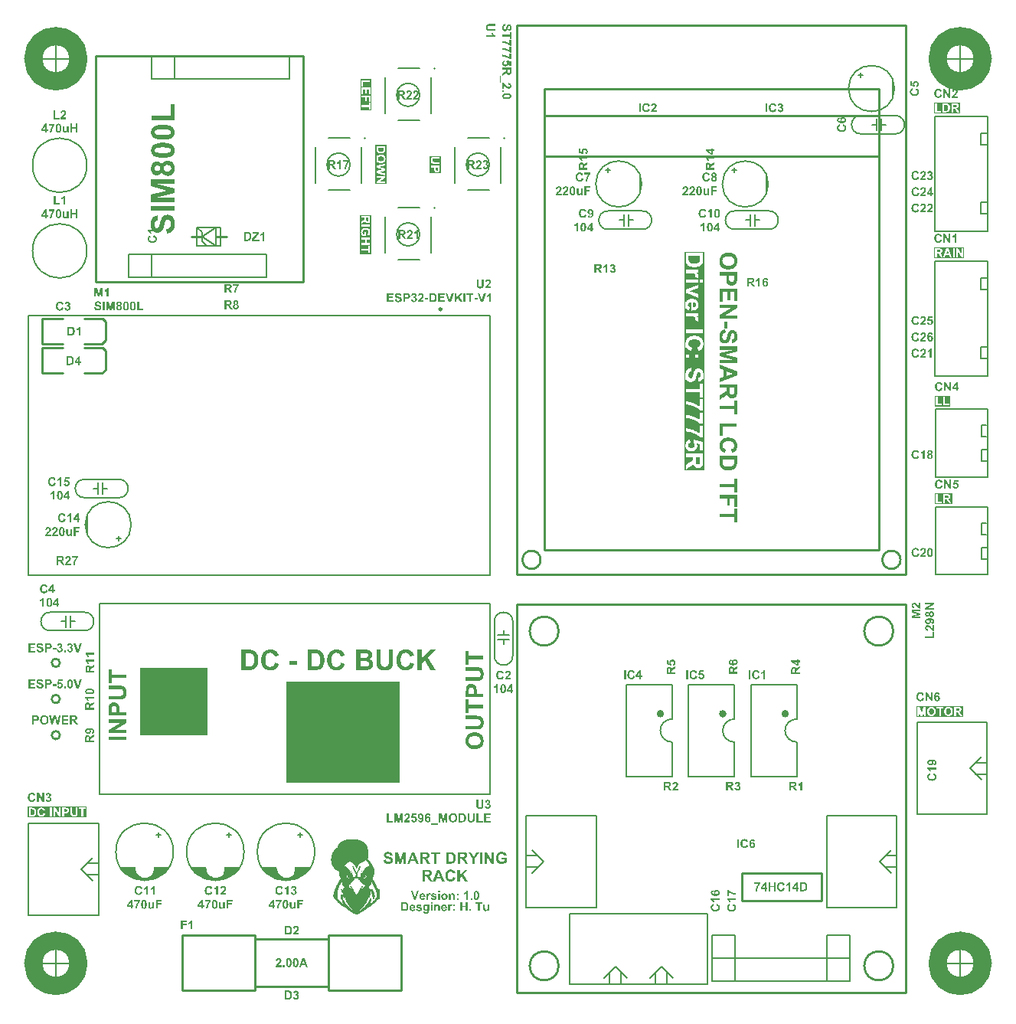
<source format=gto>
G04*
G04 #@! TF.GenerationSoftware,Altium Limited,Altium Designer,18.0.7 (293)*
G04*
G04 Layer_Color=65535*
%FSLAX25Y25*%
%MOIN*%
G70*
G01*
G75*
%ADD10C,0.07874*%
%ADD11C,0.01000*%
%ADD12C,0.00700*%
%ADD13C,0.00787*%
%ADD14C,0.00600*%
%ADD15C,0.01102*%
%ADD16C,0.01500*%
%ADD17C,0.00701*%
%ADD18C,0.00500*%
%ADD19C,0.00591*%
%ADD20R,0.49213X0.44291*%
%ADD21R,0.29528X0.29528*%
G36*
X384783Y400416D02*
X384024Y396516D01*
Y404116D01*
X384783Y400416D01*
D02*
G37*
G36*
X329842Y358881D02*
X329083Y354981D01*
Y362581D01*
X329842Y358881D01*
D02*
G37*
G36*
X274724D02*
X273965Y354981D01*
Y362581D01*
X274724Y358881D01*
D02*
G37*
G36*
X33219Y206897D02*
X32461Y210597D01*
X33219Y214497D01*
Y206897D01*
D02*
G37*
G36*
X129202Y59753D02*
X127303Y58253D01*
X124902Y56853D01*
X122302Y55953D01*
X119903Y55753D01*
X118502Y55853D01*
X115902Y56353D01*
X112703Y58053D01*
X110302Y60153D01*
X109203Y61553D01*
X115803D01*
X116103Y60253D01*
X116603Y58653D01*
X117949Y57453D01*
X118002D01*
X119103Y56953D01*
X120903D01*
X122403Y57553D01*
X123403Y58453D01*
X123802Y60153D01*
Y61553D01*
X130502D01*
X129202Y59753D01*
D02*
G37*
G36*
X98414D02*
X96514Y58253D01*
X94114Y56853D01*
X91514Y55953D01*
X89114Y55753D01*
X87714Y55853D01*
X85114Y56353D01*
X81914Y58053D01*
X79514Y60153D01*
X78414Y61553D01*
X85014D01*
X85314Y60253D01*
X85814Y58653D01*
X87161Y57453D01*
X87214D01*
X88314Y56953D01*
X90114D01*
X91614Y57553D01*
X92614Y58453D01*
X93014Y60153D01*
Y61553D01*
X99714D01*
X98414Y59753D01*
D02*
G37*
G36*
X67626D02*
X65726Y58253D01*
X63326Y56853D01*
X60726Y55953D01*
X58326Y55753D01*
X56926Y55853D01*
X54326Y56353D01*
X51126Y58053D01*
X48726Y60153D01*
X47626Y61553D01*
X54226D01*
X54526Y60253D01*
X55026Y58653D01*
X56372Y57453D01*
X56426D01*
X57526Y56953D01*
X59326D01*
X60826Y57553D01*
X61826Y58453D01*
X62226Y60153D01*
Y61553D01*
X68926D01*
X67626Y59753D01*
D02*
G37*
G36*
X149984Y73635D02*
X150819D01*
Y73515D01*
X151296D01*
Y73396D01*
X151654D01*
Y73277D01*
X152012D01*
Y73158D01*
X152370D01*
Y73038D01*
X152609D01*
Y72919D01*
X152847D01*
Y72799D01*
X153086D01*
Y72680D01*
X153205D01*
Y72561D01*
X153444D01*
Y72442D01*
X153563D01*
Y72322D01*
X153802D01*
Y72203D01*
X153921D01*
Y72084D01*
X154041D01*
Y71964D01*
X154160D01*
Y71845D01*
X154279D01*
Y71726D01*
X154399D01*
Y71606D01*
X154518D01*
Y71487D01*
X154637D01*
Y71368D01*
X154756D01*
Y71129D01*
X154876D01*
Y71010D01*
X154995D01*
Y70771D01*
X155114D01*
Y70533D01*
X155234D01*
Y70055D01*
X155353D01*
Y69697D01*
X155472D01*
Y69220D01*
X155592D01*
Y68624D01*
X155711D01*
Y67669D01*
X155830D01*
Y66237D01*
X155711D01*
Y65521D01*
X155592D01*
Y65163D01*
X155472D01*
Y64925D01*
X155592D01*
Y64806D01*
X155711D01*
Y64686D01*
X155830D01*
Y64567D01*
X155950D01*
Y64447D01*
X156069D01*
Y64328D01*
X156188D01*
Y64209D01*
X156307D01*
Y64090D01*
X156427D01*
Y63851D01*
X156546D01*
Y63732D01*
X156666D01*
Y63612D01*
X156785D01*
Y63374D01*
X156904D01*
Y63254D01*
X157023D01*
Y63016D01*
X157143D01*
Y62896D01*
X157262D01*
Y62658D01*
X157381D01*
Y62419D01*
X157501D01*
Y62300D01*
X157620D01*
Y62061D01*
X157739D01*
Y61823D01*
X157859D01*
Y61465D01*
X157978D01*
Y61226D01*
X158097D01*
Y60868D01*
X158217D01*
Y60391D01*
X158336D01*
Y58959D01*
X158217D01*
Y58124D01*
X158097D01*
Y57766D01*
X157978D01*
Y57408D01*
X157859D01*
Y57050D01*
X157739D01*
Y56811D01*
X157620D01*
Y56573D01*
X157501D01*
Y56454D01*
X157620D01*
Y56334D01*
X157739D01*
Y56095D01*
X157859D01*
Y55857D01*
X157978D01*
Y55738D01*
X158097D01*
Y55499D01*
X158217D01*
Y55380D01*
X158336D01*
Y55141D01*
X158455D01*
Y54902D01*
X158574D01*
Y54664D01*
X158694D01*
Y54544D01*
X158813D01*
Y54306D01*
X158932D01*
Y54067D01*
X159052D01*
Y53829D01*
X159171D01*
Y53590D01*
X159290D01*
Y53351D01*
X159410D01*
Y53113D01*
X159529D01*
Y52755D01*
X159648D01*
Y52516D01*
X159768D01*
Y52277D01*
X159887D01*
Y52039D01*
X160006D01*
Y51800D01*
X160722D01*
Y51681D01*
X160603D01*
Y49891D01*
X160722D01*
Y49533D01*
X160842D01*
Y48698D01*
X160722D01*
Y48579D01*
X160603D01*
Y47863D01*
X160722D01*
Y47743D01*
X160006D01*
Y47505D01*
X159887D01*
Y47386D01*
X159768D01*
Y47266D01*
X159648D01*
Y47147D01*
X159529D01*
Y46908D01*
X159410D01*
Y46789D01*
X159290D01*
Y46670D01*
X159171D01*
Y46550D01*
X159052D01*
Y46431D01*
X158932D01*
Y46312D01*
X158813D01*
Y46192D01*
X158694D01*
Y46073D01*
X158574D01*
Y45954D01*
X158455D01*
Y45834D01*
X158336D01*
Y45715D01*
X158217D01*
Y45596D01*
X157978D01*
Y45476D01*
X157859D01*
Y45357D01*
X157739D01*
Y45238D01*
X157620D01*
Y45119D01*
X157381D01*
Y44999D01*
X157262D01*
Y44880D01*
X157143D01*
Y44761D01*
X156904D01*
Y44641D01*
X156666D01*
Y44522D01*
X156546D01*
Y44403D01*
X156427D01*
Y44283D01*
X156188D01*
Y44164D01*
X155950D01*
Y44045D01*
X155711D01*
Y43925D01*
X155472D01*
Y43806D01*
X155234D01*
Y43567D01*
X154995D01*
Y43448D01*
X154876D01*
Y43329D01*
X154756D01*
Y43210D01*
X154637D01*
Y43090D01*
X154518D01*
Y42971D01*
X154279D01*
Y42852D01*
X154160D01*
Y42732D01*
X154041D01*
Y42613D01*
X153802D01*
Y42494D01*
X153683D01*
Y42374D01*
X153444D01*
Y42255D01*
X153325D01*
Y42136D01*
X153086D01*
Y42016D01*
X152967D01*
Y41897D01*
X152728D01*
Y41778D01*
X152489D01*
Y41658D01*
X152251D01*
Y41539D01*
X152012D01*
Y41420D01*
X151774D01*
Y41300D01*
X151535D01*
Y41181D01*
X151296D01*
Y41062D01*
X150938D01*
Y40943D01*
X150223D01*
Y41062D01*
X149984D01*
Y41181D01*
X149745D01*
Y41300D01*
X149387D01*
Y41420D01*
X149149D01*
Y41539D01*
X149029D01*
Y41658D01*
X148791D01*
Y41778D01*
X148552D01*
Y41897D01*
X148313D01*
Y42016D01*
X148075D01*
Y42136D01*
X147956D01*
Y42255D01*
X147717D01*
Y42374D01*
X147598D01*
Y42494D01*
X147359D01*
Y42613D01*
X147240D01*
Y42732D01*
X147001D01*
Y42852D01*
X146882D01*
Y42971D01*
X146762D01*
Y43090D01*
X146643D01*
Y43210D01*
X146404D01*
Y43329D01*
X146285D01*
Y43448D01*
X146166D01*
Y43567D01*
X146046D01*
Y43687D01*
X145927D01*
Y43806D01*
X145808D01*
Y43925D01*
X145450D01*
Y44045D01*
X145211D01*
Y44164D01*
X145092D01*
Y44283D01*
X144853D01*
Y44403D01*
X144615D01*
Y44522D01*
X144495D01*
Y44641D01*
X144257D01*
Y44761D01*
X144137D01*
Y44880D01*
X144018D01*
Y44999D01*
X143780D01*
Y45119D01*
X143660D01*
Y45238D01*
X143422D01*
Y45357D01*
X143302D01*
Y45476D01*
X143183D01*
Y45596D01*
X143064D01*
Y45715D01*
X142944D01*
Y45834D01*
X142825D01*
Y45954D01*
X142706D01*
Y46073D01*
X142467D01*
Y46192D01*
X142348D01*
Y46431D01*
X142228D01*
Y46550D01*
X142109D01*
Y46670D01*
X141990D01*
Y46789D01*
X141870D01*
Y46908D01*
X141751D01*
Y47028D01*
X141632D01*
Y47147D01*
X141513D01*
Y47386D01*
X141393D01*
Y47505D01*
X141274D01*
Y47624D01*
X141155D01*
Y47743D01*
X141035D01*
Y47982D01*
X140916D01*
Y48101D01*
X140797D01*
Y48340D01*
X140677D01*
Y48459D01*
X140558D01*
Y48698D01*
X140439D01*
Y48817D01*
X140319D01*
Y49295D01*
X140439D01*
Y49772D01*
X140558D01*
Y50130D01*
X140677D01*
Y50488D01*
X140797D01*
Y50846D01*
X140916D01*
Y51204D01*
X141035D01*
Y51562D01*
X141155D01*
Y51800D01*
X141274D01*
Y52158D01*
X141393D01*
Y52516D01*
X141513D01*
Y52755D01*
X141632D01*
Y52993D01*
X141751D01*
Y53232D01*
X141870D01*
Y53471D01*
X141990D01*
Y53709D01*
X142109D01*
Y53948D01*
X142228D01*
Y54186D01*
X142348D01*
Y54425D01*
X142467D01*
Y54664D01*
X142586D01*
Y54783D01*
X142706D01*
Y55022D01*
X142825D01*
Y55260D01*
X142944D01*
Y55380D01*
X143064D01*
Y55618D01*
X143183D01*
Y55857D01*
X143302D01*
Y55976D01*
X143422D01*
Y56215D01*
X143541D01*
Y56334D01*
X143660D01*
Y56692D01*
X143541D01*
Y56931D01*
X143422D01*
Y57169D01*
X143302D01*
Y57527D01*
X143183D01*
Y57885D01*
X143064D01*
Y58482D01*
X142944D01*
Y59675D01*
X142825D01*
Y59794D01*
X142467D01*
Y59914D01*
X142228D01*
Y60033D01*
X141990D01*
Y60152D01*
X141870D01*
Y60272D01*
X141632D01*
Y60391D01*
X141513D01*
Y60510D01*
X141393D01*
Y60629D01*
X141274D01*
Y60749D01*
X141155D01*
Y60868D01*
X141035D01*
Y60987D01*
X140916D01*
Y61107D01*
X140797D01*
Y61226D01*
X140677D01*
Y61345D01*
X140558D01*
Y61584D01*
X140439D01*
Y61703D01*
X140319D01*
Y61942D01*
X140200D01*
Y62181D01*
X140081D01*
Y62419D01*
X139961D01*
Y62658D01*
X139842D01*
Y63016D01*
X139723D01*
Y63493D01*
X139603D01*
Y64209D01*
X139484D01*
Y65402D01*
X139603D01*
Y66118D01*
X139723D01*
Y66595D01*
X139842D01*
Y66953D01*
X139961D01*
Y67311D01*
X140081D01*
Y67550D01*
X140200D01*
Y67788D01*
X140319D01*
Y68027D01*
X140439D01*
Y68266D01*
X140558D01*
Y68504D01*
X140677D01*
Y68624D01*
X140797D01*
Y68862D01*
X140916D01*
Y68981D01*
X141035D01*
Y69101D01*
X141155D01*
Y69220D01*
X141274D01*
Y69339D01*
X141393D01*
Y69578D01*
X141513D01*
Y69697D01*
X141751D01*
Y69817D01*
X141870D01*
Y69936D01*
X141990D01*
Y70055D01*
X142228D01*
Y70175D01*
X142348D01*
Y70294D01*
X142467D01*
Y70890D01*
X142586D01*
Y71129D01*
X142706D01*
Y71368D01*
X142825D01*
Y71606D01*
X142944D01*
Y71726D01*
X143064D01*
Y71845D01*
X143183D01*
Y71964D01*
X143302D01*
Y72203D01*
X143541D01*
Y72322D01*
X143660D01*
Y72442D01*
X143899D01*
Y72561D01*
X144018D01*
Y72680D01*
X144257D01*
Y72799D01*
X144495D01*
Y72919D01*
X144734D01*
Y73038D01*
X144973D01*
Y73158D01*
X145211D01*
Y73277D01*
X145450D01*
Y73396D01*
X145927D01*
Y73515D01*
X146404D01*
Y73635D01*
X148433D01*
Y73754D01*
X149984D01*
Y73635D01*
D02*
G37*
G36*
X301996Y234274D02*
X293368D01*
Y329411D01*
X301996D01*
Y234274D01*
D02*
G37*
G36*
X312707Y329006D02*
X312823Y328994D01*
X312950D01*
X313088Y328972D01*
X313399Y328937D01*
X313722Y328879D01*
X314045Y328799D01*
X314356Y328683D01*
X314368D01*
X314379Y328672D01*
X314448Y328637D01*
X314564Y328579D01*
X314702Y328499D01*
X314863Y328395D01*
X315037Y328280D01*
X315221Y328130D01*
X315394Y327980D01*
X315417Y327957D01*
X315475Y327899D01*
X315555Y327807D01*
X315648Y327692D01*
X315763Y327542D01*
X315878Y327380D01*
X315982Y327196D01*
X316074Y327000D01*
Y326988D01*
X316086Y326965D01*
X316109Y326931D01*
X316120Y326873D01*
X316143Y326804D01*
X316178Y326723D01*
X316201Y326631D01*
X316236Y326527D01*
X316282Y326285D01*
X316339Y326008D01*
X316374Y325697D01*
X316386Y325363D01*
Y325293D01*
X316374Y325201D01*
Y325086D01*
X316351Y324948D01*
X316328Y324786D01*
X316293Y324602D01*
X316259Y324406D01*
X316201Y324186D01*
X316132Y323979D01*
X316040Y323748D01*
X315947Y323529D01*
X315821Y323310D01*
X315682Y323091D01*
X315521Y322884D01*
X315336Y322688D01*
X315325Y322676D01*
X315290Y322641D01*
X315232Y322595D01*
X315140Y322526D01*
X315037Y322457D01*
X314910Y322365D01*
X314760Y322284D01*
X314587Y322180D01*
X314391Y322088D01*
X314172Y321996D01*
X313941Y321915D01*
X313687Y321846D01*
X313411Y321777D01*
X313111Y321731D01*
X312788Y321696D01*
X312454Y321685D01*
X312431D01*
X312373D01*
X312281Y321696D01*
X312154D01*
X311993Y321719D01*
X311820Y321742D01*
X311612Y321765D01*
X311405Y321811D01*
X311174Y321858D01*
X310943Y321927D01*
X310701Y322007D01*
X310459Y322111D01*
X310228Y322226D01*
X309998Y322353D01*
X309779Y322515D01*
X309571Y322688D01*
X309560Y322699D01*
X309525Y322734D01*
X309479Y322791D01*
X309410Y322872D01*
X309329Y322964D01*
X309248Y323091D01*
X309156Y323230D01*
X309064Y323391D01*
X308960Y323575D01*
X308868Y323772D01*
X308787Y323991D01*
X308706Y324233D01*
X308637Y324486D01*
X308591Y324751D01*
X308557Y325040D01*
X308545Y325351D01*
Y325420D01*
X308557Y325513D01*
Y325628D01*
X308580Y325766D01*
X308603Y325939D01*
X308626Y326124D01*
X308672Y326320D01*
X308730Y326527D01*
X308799Y326746D01*
X308879Y326965D01*
X308983Y327184D01*
X309099Y327415D01*
X309237Y327623D01*
X309387Y327830D01*
X309571Y328026D01*
X309583Y328038D01*
X309617Y328072D01*
X309675Y328118D01*
X309756Y328176D01*
X309859Y328257D01*
X309986Y328337D01*
X310136Y328430D01*
X310309Y328522D01*
X310505Y328614D01*
X310713Y328706D01*
X310943Y328787D01*
X311197Y328868D01*
X311474Y328925D01*
X311762Y328972D01*
X312073Y329006D01*
X312408Y329018D01*
X312419D01*
X312465D01*
X312523D01*
X312604D01*
X312707Y329006D01*
D02*
G37*
G36*
X316259Y317580D02*
X316247Y317442D01*
Y317292D01*
X316236Y316980D01*
X316213Y316681D01*
X316201Y316542D01*
X316178Y316415D01*
X316166Y316312D01*
X316143Y316219D01*
Y316208D01*
X316132Y316185D01*
X316120Y316162D01*
X316109Y316115D01*
X316063Y315989D01*
X315982Y315839D01*
X315890Y315666D01*
X315751Y315493D01*
X315590Y315308D01*
X315394Y315136D01*
X315382D01*
X315371Y315112D01*
X315336Y315089D01*
X315290Y315066D01*
X315232Y315032D01*
X315163Y314997D01*
X315002Y314905D01*
X314783Y314824D01*
X314529Y314755D01*
X314241Y314709D01*
X313918Y314686D01*
X313907D01*
X313883D01*
X313849D01*
X313803D01*
X313676Y314697D01*
X313514Y314720D01*
X313330Y314743D01*
X313134Y314790D01*
X312938Y314859D01*
X312754Y314939D01*
X312731Y314951D01*
X312673Y314986D01*
X312592Y315043D01*
X312488Y315112D01*
X312362Y315205D01*
X312235Y315320D01*
X312119Y315447D01*
X312004Y315585D01*
X311993Y315597D01*
X311958Y315654D01*
X311912Y315735D01*
X311866Y315827D01*
X311797Y315954D01*
X311739Y316081D01*
X311693Y316231D01*
X311647Y316381D01*
Y316404D01*
X311635Y316438D01*
Y316484D01*
X311624Y316542D01*
X311612Y316611D01*
X311601Y316692D01*
Y316784D01*
X311589Y316888D01*
X311578Y317003D01*
X311566Y317130D01*
X311554Y317280D01*
Y317430D01*
X311543Y317591D01*
Y318952D01*
X308683D01*
Y320485D01*
X316259D01*
Y317580D01*
D02*
G37*
G36*
Y307825D02*
X314979D01*
Y311896D01*
X313296D01*
Y308114D01*
X312016D01*
Y311896D01*
X309963D01*
Y307676D01*
X308683D01*
Y313429D01*
X316259D01*
Y307825D01*
D02*
G37*
G36*
Y304897D02*
X311174Y301772D01*
X316259D01*
Y300354D01*
X308683D01*
Y301887D01*
X313653Y304955D01*
X308683D01*
Y306373D01*
X316259D01*
Y304897D01*
D02*
G37*
G36*
X312154Y296076D02*
X310701D01*
Y298913D01*
X312154D01*
Y296076D01*
D02*
G37*
G36*
X311289Y294139D02*
X311278D01*
X311255Y294128D01*
X311220D01*
X311162Y294116D01*
X311036Y294082D01*
X310863Y294024D01*
X310690Y293955D01*
X310505Y293863D01*
X310332Y293747D01*
X310182Y293609D01*
X310171Y293586D01*
X310125Y293528D01*
X310079Y293436D01*
X310009Y293309D01*
X309952Y293148D01*
X309894Y292963D01*
X309848Y292744D01*
X309837Y292491D01*
Y292364D01*
X309848Y292237D01*
X309871Y292075D01*
X309917Y291891D01*
X309963Y291706D01*
X310044Y291534D01*
X310148Y291384D01*
X310159Y291372D01*
X310205Y291326D01*
X310263Y291268D01*
X310355Y291188D01*
X310459Y291119D01*
X310586Y291061D01*
X310724Y291015D01*
X310874Y291003D01*
X310886D01*
X310920D01*
X310966Y291015D01*
X311036Y291026D01*
X311174Y291072D01*
X311255Y291107D01*
X311324Y291165D01*
X311335Y291176D01*
X311358Y291199D01*
X311393Y291234D01*
X311439Y291291D01*
X311497Y291372D01*
X311543Y291464D01*
X311601Y291580D01*
X311658Y291718D01*
Y291730D01*
X311681Y291776D01*
X311704Y291856D01*
X311739Y291972D01*
X311762Y292041D01*
X311785Y292133D01*
X311808Y292225D01*
X311843Y292341D01*
X311877Y292467D01*
X311912Y292606D01*
X311947Y292756D01*
X311993Y292929D01*
Y292940D01*
X312004Y292986D01*
X312027Y293044D01*
X312050Y293125D01*
X312073Y293229D01*
X312108Y293344D01*
X312200Y293597D01*
X312304Y293886D01*
X312431Y294174D01*
X312581Y294428D01*
X312661Y294543D01*
X312742Y294647D01*
X312754Y294658D01*
X312777Y294681D01*
X312811Y294716D01*
X312857Y294750D01*
X312915Y294808D01*
X312984Y294866D01*
X313076Y294923D01*
X313169Y294993D01*
X313388Y295119D01*
X313653Y295235D01*
X313791Y295269D01*
X313941Y295304D01*
X314103Y295327D01*
X314264Y295339D01*
X314276D01*
X314287D01*
X314322D01*
X314368D01*
X314472Y295315D01*
X314621Y295292D01*
X314783Y295258D01*
X314967Y295200D01*
X315152Y295119D01*
X315348Y295016D01*
X315359D01*
X315371Y295004D01*
X315428Y294958D01*
X315521Y294877D01*
X315636Y294774D01*
X315763Y294647D01*
X315890Y294485D01*
X316017Y294301D01*
X316120Y294082D01*
Y294070D01*
X316132Y294059D01*
X316143Y294012D01*
X316166Y293966D01*
X316178Y293909D01*
X316201Y293840D01*
X316259Y293667D01*
X316305Y293448D01*
X316339Y293194D01*
X316374Y292906D01*
X316386Y292594D01*
Y292456D01*
X316374Y292364D01*
X316362Y292237D01*
X316351Y292098D01*
X316328Y291949D01*
X316305Y291787D01*
X316236Y291441D01*
X316120Y291084D01*
X316051Y290911D01*
X315959Y290750D01*
X315867Y290588D01*
X315751Y290450D01*
X315740Y290438D01*
X315717Y290415D01*
X315682Y290381D01*
X315636Y290335D01*
X315578Y290277D01*
X315498Y290219D01*
X315406Y290150D01*
X315302Y290081D01*
X315186Y290012D01*
X315060Y289954D01*
X314783Y289827D01*
X314621Y289781D01*
X314448Y289735D01*
X314264Y289700D01*
X314079Y289689D01*
X314022Y291222D01*
X314033D01*
X314045D01*
X314114Y291245D01*
X314218Y291268D01*
X314345Y291315D01*
X314483Y291372D01*
X314621Y291441D01*
X314748Y291534D01*
X314852Y291649D01*
X314863Y291660D01*
X314898Y291706D01*
X314933Y291776D01*
X314990Y291880D01*
X315037Y292018D01*
X315071Y292179D01*
X315106Y292375D01*
X315117Y292606D01*
Y292710D01*
X315106Y292836D01*
X315083Y292986D01*
X315048Y293148D01*
X315002Y293321D01*
X314933Y293494D01*
X314841Y293644D01*
X314829Y293655D01*
X314806Y293678D01*
X314771Y293713D01*
X314714Y293759D01*
X314645Y293805D01*
X314564Y293840D01*
X314472Y293863D01*
X314368Y293874D01*
X314356D01*
X314322D01*
X314276Y293863D01*
X314206Y293851D01*
X314137Y293816D01*
X314056Y293782D01*
X313987Y293724D01*
X313907Y293655D01*
X313895Y293644D01*
X313860Y293597D01*
X313814Y293505D01*
X313791Y293448D01*
X313757Y293367D01*
X313711Y293286D01*
X313676Y293182D01*
X313630Y293079D01*
X313595Y292940D01*
X313549Y292802D01*
X313503Y292640D01*
X313445Y292456D01*
X313399Y292260D01*
Y292248D01*
X313388Y292214D01*
X313376Y292156D01*
X313353Y292075D01*
X313330Y291983D01*
X313296Y291880D01*
X313238Y291637D01*
X313146Y291361D01*
X313065Y291095D01*
X312961Y290830D01*
X312915Y290715D01*
X312857Y290611D01*
Y290600D01*
X312846Y290588D01*
X312811Y290519D01*
X312742Y290427D01*
X312661Y290311D01*
X312546Y290173D01*
X312419Y290035D01*
X312258Y289908D01*
X312085Y289781D01*
X312062Y289770D01*
X312004Y289735D01*
X311889Y289677D01*
X311751Y289620D01*
X311578Y289574D01*
X311370Y289516D01*
X311139Y289481D01*
X310886Y289470D01*
X310874D01*
X310851D01*
X310817D01*
X310770D01*
X310644Y289493D01*
X310482Y289516D01*
X310298Y289562D01*
X310090Y289620D01*
X309871Y289712D01*
X309652Y289839D01*
X309641D01*
X309629Y289850D01*
X309560Y289908D01*
X309456Y289988D01*
X309341Y290104D01*
X309202Y290242D01*
X309064Y290427D01*
X308926Y290623D01*
X308810Y290865D01*
Y290876D01*
X308799Y290899D01*
X308787Y290934D01*
X308764Y290980D01*
X308753Y291049D01*
X308730Y291119D01*
X308706Y291211D01*
X308683Y291315D01*
X308626Y291557D01*
X308591Y291833D01*
X308557Y292145D01*
X308545Y292502D01*
Y292640D01*
X308557Y292744D01*
X308568Y292860D01*
X308580Y292998D01*
X308603Y293148D01*
X308626Y293321D01*
X308706Y293678D01*
X308764Y293863D01*
X308822Y294047D01*
X308903Y294220D01*
X308983Y294393D01*
X309087Y294566D01*
X309202Y294716D01*
X309214Y294727D01*
X309237Y294750D01*
X309272Y294785D01*
X309329Y294843D01*
X309398Y294900D01*
X309479Y294970D01*
X309583Y295039D01*
X309687Y295119D01*
X309825Y295200D01*
X309963Y295281D01*
X310125Y295350D01*
X310298Y295431D01*
X310482Y295488D01*
X310690Y295546D01*
X310909Y295592D01*
X311139Y295627D01*
X311289Y294139D01*
D02*
G37*
G36*
X316259Y285907D02*
X311082Y284535D01*
X316259Y283186D01*
Y280880D01*
X308683D01*
Y282298D01*
X314645Y282310D01*
X308683Y283808D01*
Y285273D01*
X314645Y286772D01*
X308683D01*
Y288190D01*
X316259D01*
Y285907D01*
D02*
G37*
G36*
Y277190D02*
Y275576D01*
X308683Y272532D01*
Y274193D01*
X310401Y274838D01*
Y277894D01*
X308683Y278516D01*
Y280130D01*
X316259Y277190D01*
D02*
G37*
G36*
Y268335D02*
X316247Y268231D01*
Y267989D01*
X316236Y267863D01*
X316213Y267574D01*
X316166Y267286D01*
X316120Y267009D01*
X316086Y266882D01*
X316051Y266779D01*
Y266767D01*
X316040Y266756D01*
X316017Y266686D01*
X315959Y266583D01*
X315878Y266456D01*
X315774Y266318D01*
X315648Y266168D01*
X315498Y266029D01*
X315313Y265891D01*
X315290Y265879D01*
X315221Y265833D01*
X315117Y265787D01*
X314967Y265718D01*
X314794Y265660D01*
X314598Y265603D01*
X314368Y265568D01*
X314126Y265557D01*
X314114D01*
X314091D01*
X314045D01*
X313987Y265568D01*
X313907D01*
X313826Y265580D01*
X313630Y265614D01*
X313411Y265683D01*
X313169Y265776D01*
X312938Y265891D01*
X312823Y265972D01*
X312719Y266064D01*
X312707D01*
X312696Y266087D01*
X312673Y266122D01*
X312627Y266156D01*
X312592Y266214D01*
X312534Y266271D01*
X312477Y266352D01*
X312419Y266433D01*
X312362Y266536D01*
X312304Y266640D01*
X312246Y266767D01*
X312189Y266905D01*
X312131Y267044D01*
X312085Y267205D01*
X312050Y267367D01*
X312016Y267551D01*
Y267540D01*
X312004Y267528D01*
X311969Y267471D01*
X311912Y267378D01*
X311831Y267263D01*
X311739Y267136D01*
X311624Y266998D01*
X311508Y266859D01*
X311382Y266733D01*
X311370Y266721D01*
X311312Y266675D01*
X311232Y266606D01*
X311105Y266502D01*
X310932Y266375D01*
X310724Y266237D01*
X310597Y266144D01*
X310459Y266064D01*
X310321Y265972D01*
X310159Y265868D01*
X308683Y264945D01*
Y266779D01*
X310321Y267863D01*
X310332Y267874D01*
X310355Y267885D01*
X310401Y267920D01*
X310459Y267955D01*
X310540Y268001D01*
X310609Y268058D01*
X310793Y268185D01*
X310989Y268312D01*
X311162Y268450D01*
X311324Y268577D01*
X311393Y268623D01*
X311439Y268670D01*
X311451Y268681D01*
X311474Y268704D01*
X311520Y268750D01*
X311566Y268808D01*
X311670Y268958D01*
X311716Y269039D01*
X311751Y269131D01*
Y269142D01*
X311762Y269177D01*
X311785Y269234D01*
X311797Y269315D01*
X311820Y269419D01*
X311831Y269546D01*
X311843Y269707D01*
Y270192D01*
X308683D01*
Y271725D01*
X316259D01*
Y268335D01*
D02*
G37*
G36*
Y258639D02*
X314979D01*
Y260864D01*
X308683D01*
Y262397D01*
X314979D01*
Y264623D01*
X316259D01*
Y258639D01*
D02*
G37*
G36*
X316190Y253127D02*
X309963D01*
Y249334D01*
X308683D01*
Y254661D01*
X316190D01*
Y253127D01*
D02*
G37*
G36*
X312581Y248504D02*
X312707D01*
X312869Y248481D01*
X313053Y248469D01*
X313249Y248434D01*
X313468Y248388D01*
X313711Y248342D01*
X313941Y248273D01*
X314195Y248204D01*
X314437Y248112D01*
X314679Y247996D01*
X314910Y247869D01*
X315129Y247720D01*
X315336Y247547D01*
X315348Y247535D01*
X315382Y247500D01*
X315428Y247443D01*
X315498Y247374D01*
X315578Y247270D01*
X315671Y247155D01*
X315763Y247016D01*
X315867Y246855D01*
X315959Y246682D01*
X316051Y246486D01*
X316143Y246278D01*
X316224Y246048D01*
X316293Y245806D01*
X316339Y245540D01*
X316374Y245264D01*
X316386Y244975D01*
Y244837D01*
X316374Y244745D01*
X316362Y244630D01*
X316339Y244491D01*
X316316Y244341D01*
X316282Y244180D01*
X316236Y243995D01*
X316178Y243822D01*
X316120Y243626D01*
X316040Y243442D01*
X315936Y243257D01*
X315832Y243073D01*
X315705Y242900D01*
X315555Y242727D01*
Y242716D01*
X315532Y242704D01*
X315463Y242646D01*
X315359Y242554D01*
X315198Y242439D01*
X315002Y242312D01*
X314771Y242174D01*
X314495Y242047D01*
X314172Y241943D01*
X313814Y243454D01*
X313826D01*
X313837Y243465D01*
X313907Y243477D01*
X314010Y243523D01*
X314149Y243580D01*
X314299Y243650D01*
X314448Y243753D01*
X314598Y243869D01*
X314737Y244018D01*
X314748Y244041D01*
X314794Y244099D01*
X314852Y244180D01*
X314910Y244307D01*
X314979Y244457D01*
X315025Y244641D01*
X315071Y244837D01*
X315083Y245056D01*
Y245137D01*
X315071Y245195D01*
X315060Y245264D01*
X315048Y245344D01*
X315002Y245540D01*
X314933Y245760D01*
X314829Y245990D01*
X314760Y246094D01*
X314679Y246209D01*
X314575Y246313D01*
X314472Y246417D01*
X314460D01*
X314448Y246440D01*
X314402Y246463D01*
X314356Y246497D01*
X314287Y246532D01*
X314206Y246578D01*
X314114Y246624D01*
X313999Y246670D01*
X313872Y246728D01*
X313734Y246774D01*
X313572Y246820D01*
X313388Y246855D01*
X313203Y246889D01*
X312984Y246913D01*
X312754Y246924D01*
X312511Y246936D01*
X312500D01*
X312454D01*
X312373D01*
X312281Y246924D01*
X312154D01*
X312027Y246913D01*
X311877Y246889D01*
X311716Y246866D01*
X311382Y246809D01*
X311036Y246716D01*
X310874Y246659D01*
X310724Y246590D01*
X310586Y246520D01*
X310459Y246428D01*
X310448Y246417D01*
X310436Y246405D01*
X310367Y246336D01*
X310275Y246221D01*
X310159Y246071D01*
X310044Y245875D01*
X309952Y245644D01*
X309883Y245379D01*
X309871Y245241D01*
X309859Y245091D01*
Y245033D01*
X309871Y244987D01*
X309883Y244872D01*
X309906Y244733D01*
X309952Y244560D01*
X310021Y244387D01*
X310113Y244214D01*
X310240Y244041D01*
X310263Y244018D01*
X310309Y243972D01*
X310413Y243892D01*
X310540Y243799D01*
X310713Y243696D01*
X310932Y243592D01*
X311174Y243488D01*
X311474Y243407D01*
X311013Y241920D01*
X311001D01*
X310955Y241932D01*
X310897Y241955D01*
X310805Y241989D01*
X310701Y242024D01*
X310586Y242070D01*
X310448Y242127D01*
X310309Y242197D01*
X310009Y242347D01*
X309698Y242543D01*
X309410Y242785D01*
X309272Y242912D01*
X309156Y243061D01*
X309145Y243073D01*
X309133Y243096D01*
X309099Y243142D01*
X309064Y243200D01*
X309018Y243281D01*
X308972Y243373D01*
X308914Y243488D01*
X308856Y243615D01*
X308799Y243753D01*
X308741Y243903D01*
X308695Y244065D01*
X308649Y244237D01*
X308614Y244433D01*
X308580Y244630D01*
X308568Y244849D01*
X308557Y245068D01*
Y245137D01*
X308568Y245218D01*
Y245321D01*
X308591Y245448D01*
X308614Y245598D01*
X308637Y245760D01*
X308683Y245944D01*
X308741Y246140D01*
X308810Y246336D01*
X308891Y246544D01*
X308995Y246751D01*
X309110Y246959D01*
X309248Y247166D01*
X309398Y247362D01*
X309583Y247547D01*
X309594Y247558D01*
X309629Y247593D01*
X309687Y247639D01*
X309767Y247696D01*
X309871Y247766D01*
X309998Y247858D01*
X310148Y247939D01*
X310321Y248031D01*
X310505Y248123D01*
X310724Y248204D01*
X310955Y248285D01*
X311209Y248365D01*
X311474Y248423D01*
X311762Y248469D01*
X312073Y248504D01*
X312396Y248515D01*
X312419D01*
X312477D01*
X312581Y248504D01*
D02*
G37*
G36*
X316259Y237596D02*
X316247Y237504D01*
X316236Y237297D01*
X316224Y237054D01*
X316201Y236824D01*
X316155Y236593D01*
X316109Y236386D01*
Y236374D01*
X316097Y236351D01*
X316086Y236316D01*
X316074Y236270D01*
X316017Y236155D01*
X315947Y235994D01*
X315855Y235821D01*
X315728Y235636D01*
X315578Y235440D01*
X315406Y235256D01*
Y235244D01*
X315382Y235233D01*
X315313Y235175D01*
X315210Y235094D01*
X315071Y234979D01*
X314887Y234864D01*
X314679Y234748D01*
X314448Y234633D01*
X314183Y234529D01*
X314172D01*
X314149Y234518D01*
X314114Y234506D01*
X314056Y234495D01*
X313987Y234472D01*
X313895Y234449D01*
X313803Y234425D01*
X313687Y234402D01*
X313561Y234379D01*
X313434Y234356D01*
X313123Y234310D01*
X312777Y234287D01*
X312396Y234276D01*
X312385D01*
X312350D01*
X312304D01*
X312235D01*
X312154Y234287D01*
X312062D01*
X311843Y234310D01*
X311589Y234333D01*
X311324Y234379D01*
X311047Y234437D01*
X310782Y234518D01*
X310770D01*
X310747Y234529D01*
X310701Y234541D01*
X310644Y234564D01*
X310574Y234598D01*
X310494Y234633D01*
X310309Y234725D01*
X310090Y234841D01*
X309871Y234979D01*
X309652Y235140D01*
X309444Y235325D01*
X309433Y235348D01*
X309375Y235394D01*
X309306Y235486D01*
X309225Y235601D01*
X309122Y235763D01*
X309018Y235947D01*
X308926Y236155D01*
X308833Y236397D01*
X308822Y236420D01*
X308810Y236489D01*
X308787Y236593D01*
X308764Y236754D01*
X308730Y236939D01*
X308706Y237170D01*
X308695Y237446D01*
X308683Y237746D01*
Y240606D01*
X316259D01*
Y237596D01*
D02*
G37*
G36*
Y224579D02*
X314979D01*
Y226804D01*
X308683D01*
Y228338D01*
X314979D01*
Y230563D01*
X316259D01*
Y224579D01*
D02*
G37*
G36*
Y218387D02*
X314979D01*
Y222042D01*
X313180D01*
Y218883D01*
X311900D01*
Y222042D01*
X308683D01*
Y223576D01*
X316259D01*
Y218387D01*
D02*
G37*
G36*
Y211665D02*
X314979D01*
Y213891D01*
X308683D01*
Y215424D01*
X314979D01*
Y217649D01*
X316259D01*
Y211665D01*
D02*
G37*
G36*
X71258Y386444D02*
X61252D01*
Y388488D01*
X69552D01*
Y393545D01*
X71258D01*
Y386444D01*
D02*
G37*
G36*
X66755Y384661D02*
X67001Y384646D01*
X67262Y384630D01*
X67569Y384600D01*
X67892Y384554D01*
X68568Y384431D01*
X68907Y384354D01*
X69245Y384261D01*
X69568Y384139D01*
X69875Y384000D01*
X70167Y383846D01*
X70413Y383678D01*
X70428Y383662D01*
X70459Y383647D01*
X70505Y383601D01*
X70567Y383524D01*
X70659Y383447D01*
X70736Y383339D01*
X70828Y383232D01*
X70920Y383093D01*
X71028Y382940D01*
X71120Y382771D01*
X71197Y382571D01*
X71274Y382371D01*
X71351Y382156D01*
X71397Y381925D01*
X71427Y381664D01*
X71443Y381403D01*
Y381341D01*
X71427Y381264D01*
Y381157D01*
X71412Y381034D01*
X71381Y380895D01*
X71351Y380726D01*
X71304Y380557D01*
X71243Y380373D01*
X71166Y380173D01*
X71074Y379973D01*
X70966Y379773D01*
X70843Y379574D01*
X70689Y379389D01*
X70521Y379189D01*
X70321Y379020D01*
X70305Y379005D01*
X70259Y378990D01*
X70198Y378943D01*
X70090Y378882D01*
X69967Y378821D01*
X69814Y378744D01*
X69614Y378651D01*
X69383Y378575D01*
X69122Y378498D01*
X68830Y378406D01*
X68507Y378329D01*
X68138Y378267D01*
X67723Y378206D01*
X67293Y378175D01*
X66801Y378144D01*
X66278Y378129D01*
X66263D01*
X66248D01*
X66155D01*
X66002D01*
X65817Y378144D01*
X65571Y378160D01*
X65310Y378175D01*
X65018Y378206D01*
X64695Y378252D01*
X64019Y378375D01*
X63681Y378452D01*
X63343Y378544D01*
X63020Y378651D01*
X62713Y378790D01*
X62420Y378943D01*
X62175Y379113D01*
X62159Y379128D01*
X62128Y379143D01*
X62082Y379205D01*
X62006Y379266D01*
X61929Y379343D01*
X61836Y379451D01*
X61744Y379574D01*
X61652Y379712D01*
X61560Y379866D01*
X61452Y380035D01*
X61375Y380219D01*
X61299Y380419D01*
X61222Y380650D01*
X61176Y380880D01*
X61145Y381141D01*
X61129Y381403D01*
Y381541D01*
X61145Y381649D01*
X61160Y381772D01*
X61191Y381910D01*
X61222Y382064D01*
X61268Y382233D01*
X61314Y382417D01*
X61391Y382602D01*
X61467Y382801D01*
X61575Y382986D01*
X61698Y383170D01*
X61836Y383355D01*
X62006Y383524D01*
X62190Y383693D01*
X62205Y383708D01*
X62251Y383739D01*
X62328Y383785D01*
X62420Y383846D01*
X62559Y383923D01*
X62728Y384000D01*
X62928Y384092D01*
X63158Y384185D01*
X63435Y384277D01*
X63727Y384369D01*
X64065Y384446D01*
X64434Y384523D01*
X64849Y384584D01*
X65295Y384630D01*
X65771Y384661D01*
X66294Y384677D01*
X66309D01*
X66325D01*
X66417D01*
X66570D01*
X66755Y384661D01*
D02*
G37*
G36*
Y376822D02*
X67001Y376807D01*
X67262Y376792D01*
X67569Y376761D01*
X67892Y376715D01*
X68568Y376592D01*
X68907Y376515D01*
X69245Y376423D01*
X69568Y376300D01*
X69875Y376162D01*
X70167Y376008D01*
X70413Y375839D01*
X70428Y375823D01*
X70459Y375808D01*
X70505Y375762D01*
X70567Y375685D01*
X70659Y375608D01*
X70736Y375501D01*
X70828Y375393D01*
X70920Y375255D01*
X71028Y375101D01*
X71120Y374932D01*
X71197Y374732D01*
X71274Y374532D01*
X71351Y374317D01*
X71397Y374087D01*
X71427Y373825D01*
X71443Y373564D01*
Y373502D01*
X71427Y373426D01*
Y373318D01*
X71412Y373195D01*
X71381Y373057D01*
X71351Y372888D01*
X71304Y372719D01*
X71243Y372534D01*
X71166Y372334D01*
X71074Y372135D01*
X70966Y371935D01*
X70843Y371735D01*
X70689Y371550D01*
X70521Y371351D01*
X70321Y371182D01*
X70305Y371166D01*
X70259Y371151D01*
X70198Y371105D01*
X70090Y371043D01*
X69967Y370982D01*
X69814Y370905D01*
X69614Y370813D01*
X69383Y370736D01*
X69122Y370659D01*
X68830Y370567D01*
X68507Y370490D01*
X68138Y370428D01*
X67723Y370367D01*
X67293Y370336D01*
X66801Y370306D01*
X66278Y370290D01*
X66263D01*
X66248D01*
X66155D01*
X66002D01*
X65817Y370306D01*
X65571Y370321D01*
X65310Y370336D01*
X65018Y370367D01*
X64695Y370413D01*
X64019Y370536D01*
X63681Y370613D01*
X63343Y370705D01*
X63020Y370813D01*
X62713Y370951D01*
X62420Y371105D01*
X62175Y371274D01*
X62159Y371289D01*
X62128Y371305D01*
X62082Y371366D01*
X62006Y371428D01*
X61929Y371504D01*
X61836Y371612D01*
X61744Y371735D01*
X61652Y371873D01*
X61560Y372027D01*
X61452Y372196D01*
X61375Y372380D01*
X61299Y372580D01*
X61222Y372811D01*
X61176Y373041D01*
X61145Y373303D01*
X61129Y373564D01*
Y373702D01*
X61145Y373810D01*
X61160Y373933D01*
X61191Y374071D01*
X61222Y374225D01*
X61268Y374394D01*
X61314Y374578D01*
X61391Y374763D01*
X61467Y374963D01*
X61575Y375147D01*
X61698Y375332D01*
X61836Y375516D01*
X62006Y375685D01*
X62190Y375854D01*
X62205Y375869D01*
X62251Y375900D01*
X62328Y375946D01*
X62420Y376008D01*
X62559Y376085D01*
X62728Y376162D01*
X62928Y376254D01*
X63158Y376346D01*
X63435Y376438D01*
X63727Y376530D01*
X64065Y376607D01*
X64434Y376684D01*
X64849Y376746D01*
X65295Y376792D01*
X65771Y376822D01*
X66294Y376838D01*
X66309D01*
X66325D01*
X66417D01*
X66570D01*
X66755Y376822D01*
D02*
G37*
G36*
X68538Y369045D02*
X68661Y369030D01*
X68799Y369015D01*
X68953Y368984D01*
X69122Y368953D01*
X69475Y368845D01*
X69660Y368769D01*
X69860Y368676D01*
X70044Y368569D01*
X70228Y368461D01*
X70413Y368307D01*
X70582Y368154D01*
X70597Y368138D01*
X70613Y368108D01*
X70659Y368061D01*
X70720Y367985D01*
X70782Y367908D01*
X70859Y367800D01*
X70935Y367662D01*
X71012Y367524D01*
X71089Y367370D01*
X71166Y367185D01*
X71243Y366986D01*
X71304Y366786D01*
X71366Y366555D01*
X71412Y366309D01*
X71427Y366063D01*
X71443Y365787D01*
Y365649D01*
X71427Y365556D01*
Y365433D01*
X71397Y365295D01*
X71381Y365141D01*
X71351Y364988D01*
X71258Y364619D01*
X71135Y364234D01*
X70951Y363850D01*
X70843Y363666D01*
X70720Y363497D01*
X70705Y363481D01*
X70674Y363451D01*
X70628Y363404D01*
X70567Y363328D01*
X70474Y363251D01*
X70367Y363158D01*
X70244Y363066D01*
X70105Y362959D01*
X69952Y362866D01*
X69783Y362759D01*
X69583Y362667D01*
X69383Y362590D01*
X69152Y362513D01*
X68907Y362467D01*
X68661Y362436D01*
X68384Y362421D01*
X68369D01*
X68353D01*
X68307D01*
X68246D01*
X68092Y362436D01*
X67892Y362467D01*
X67662Y362513D01*
X67400Y362590D01*
X67139Y362682D01*
X66878Y362820D01*
X66862D01*
X66847Y362836D01*
X66770Y362897D01*
X66632Y362989D01*
X66478Y363128D01*
X66309Y363312D01*
X66140Y363527D01*
X65971Y363789D01*
X65817Y364096D01*
Y364081D01*
X65802Y364065D01*
X65756Y363973D01*
X65694Y363850D01*
X65587Y363681D01*
X65479Y363512D01*
X65325Y363328D01*
X65156Y363158D01*
X64956Y363020D01*
X64926Y363005D01*
X64864Y362974D01*
X64741Y362913D01*
X64603Y362851D01*
X64419Y362790D01*
X64203Y362728D01*
X63988Y362697D01*
X63742Y362682D01*
X63727D01*
X63696D01*
X63635D01*
X63558Y362697D01*
X63450Y362713D01*
X63343Y362728D01*
X63081Y362774D01*
X62789Y362866D01*
X62467Y363020D01*
X62313Y363097D01*
X62159Y363205D01*
X62006Y363328D01*
X61867Y363466D01*
X61852Y363481D01*
X61836Y363497D01*
X61806Y363543D01*
X61744Y363604D01*
X61698Y363697D01*
X61637Y363789D01*
X61560Y363912D01*
X61498Y364035D01*
X61421Y364188D01*
X61360Y364357D01*
X61299Y364542D01*
X61237Y364742D01*
X61191Y364957D01*
X61160Y365187D01*
X61145Y365449D01*
X61129Y365710D01*
Y365848D01*
X61145Y365940D01*
Y366063D01*
X61160Y366202D01*
X61191Y366355D01*
X61222Y366525D01*
X61314Y366878D01*
X61437Y367247D01*
X61621Y367616D01*
X61744Y367785D01*
X61867Y367939D01*
X61883Y367954D01*
X61898Y367969D01*
X61944Y368015D01*
X62006Y368061D01*
X62159Y368184D01*
X62374Y368338D01*
X62651Y368492D01*
X62974Y368615D01*
X63327Y368707D01*
X63527Y368723D01*
X63742Y368738D01*
X63773D01*
X63865D01*
X63988Y368723D01*
X64157Y368692D01*
X64357Y368646D01*
X64557Y368584D01*
X64772Y368492D01*
X64987Y368369D01*
X65018Y368354D01*
X65079Y368307D01*
X65172Y368215D01*
X65295Y368108D01*
X65433Y367954D01*
X65571Y367785D01*
X65694Y367570D01*
X65817Y367339D01*
Y367354D01*
X65833Y367370D01*
X65848Y367416D01*
X65879Y367477D01*
X65956Y367631D01*
X66063Y367816D01*
X66202Y368015D01*
X66371Y368231D01*
X66570Y368430D01*
X66801Y368615D01*
X66832Y368630D01*
X66909Y368692D01*
X67047Y368753D01*
X67231Y368845D01*
X67447Y368922D01*
X67708Y368999D01*
X68000Y369045D01*
X68307Y369061D01*
X68323D01*
X68369D01*
X68445D01*
X68538Y369045D01*
D02*
G37*
G36*
X71258Y358962D02*
X63312Y358947D01*
X71258Y356949D01*
Y354997D01*
X63312Y352999D01*
X71258D01*
Y351108D01*
X61160D01*
Y354152D01*
X68061Y355981D01*
X61160Y357779D01*
Y360853D01*
X71258D01*
Y358962D01*
D02*
G37*
G36*
Y347158D02*
X61160D01*
Y349203D01*
X71258D01*
Y347158D01*
D02*
G37*
G36*
X68645Y345452D02*
X68861Y345422D01*
X69106Y345360D01*
X69383Y345283D01*
X69675Y345160D01*
X69967Y344991D01*
X69982D01*
X69998Y344976D01*
X70090Y344899D01*
X70228Y344791D01*
X70382Y344638D01*
X70567Y344453D01*
X70751Y344207D01*
X70935Y343946D01*
X71089Y343623D01*
Y343608D01*
X71105Y343577D01*
X71120Y343531D01*
X71151Y343470D01*
X71166Y343377D01*
X71197Y343285D01*
X71228Y343162D01*
X71258Y343024D01*
X71335Y342701D01*
X71381Y342332D01*
X71427Y341917D01*
X71443Y341441D01*
Y341256D01*
X71427Y341118D01*
X71412Y340964D01*
X71397Y340780D01*
X71366Y340580D01*
X71335Y340349D01*
X71228Y339873D01*
X71151Y339627D01*
X71074Y339381D01*
X70966Y339151D01*
X70859Y338920D01*
X70720Y338689D01*
X70567Y338490D01*
X70551Y338474D01*
X70521Y338444D01*
X70474Y338397D01*
X70398Y338321D01*
X70305Y338244D01*
X70198Y338152D01*
X70059Y338059D01*
X69921Y337952D01*
X69737Y337844D01*
X69552Y337737D01*
X69337Y337644D01*
X69106Y337537D01*
X68861Y337460D01*
X68584Y337383D01*
X68292Y337321D01*
X67984Y337275D01*
X67785Y339258D01*
X67800D01*
X67831Y339274D01*
X67877D01*
X67954Y339289D01*
X68123Y339335D01*
X68353Y339412D01*
X68584Y339504D01*
X68830Y339627D01*
X69060Y339781D01*
X69260Y339965D01*
X69275Y339996D01*
X69337Y340073D01*
X69398Y340196D01*
X69491Y340365D01*
X69568Y340580D01*
X69644Y340826D01*
X69706Y341118D01*
X69721Y341456D01*
Y341625D01*
X69706Y341794D01*
X69675Y342009D01*
X69614Y342255D01*
X69552Y342501D01*
X69445Y342732D01*
X69306Y342932D01*
X69291Y342947D01*
X69229Y343008D01*
X69152Y343085D01*
X69030Y343193D01*
X68891Y343285D01*
X68722Y343362D01*
X68538Y343423D01*
X68338Y343439D01*
X68323D01*
X68276D01*
X68215Y343423D01*
X68123Y343408D01*
X67938Y343347D01*
X67831Y343301D01*
X67738Y343224D01*
X67723Y343208D01*
X67692Y343178D01*
X67646Y343131D01*
X67585Y343055D01*
X67508Y342947D01*
X67447Y342824D01*
X67370Y342670D01*
X67293Y342486D01*
Y342471D01*
X67262Y342409D01*
X67231Y342301D01*
X67185Y342148D01*
X67154Y342056D01*
X67124Y341933D01*
X67093Y341810D01*
X67047Y341656D01*
X67001Y341487D01*
X66955Y341302D01*
X66909Y341103D01*
X66847Y340872D01*
Y340857D01*
X66832Y340795D01*
X66801Y340718D01*
X66770Y340611D01*
X66739Y340472D01*
X66693Y340319D01*
X66570Y339981D01*
X66432Y339596D01*
X66263Y339212D01*
X66063Y338874D01*
X65956Y338720D01*
X65848Y338582D01*
X65833Y338566D01*
X65802Y338536D01*
X65756Y338490D01*
X65694Y338444D01*
X65617Y338367D01*
X65525Y338290D01*
X65402Y338213D01*
X65279Y338121D01*
X64987Y337952D01*
X64634Y337798D01*
X64449Y337752D01*
X64249Y337706D01*
X64034Y337675D01*
X63819Y337660D01*
X63804D01*
X63788D01*
X63742D01*
X63681D01*
X63542Y337690D01*
X63343Y337721D01*
X63127Y337767D01*
X62882Y337844D01*
X62636Y337952D01*
X62374Y338090D01*
X62359D01*
X62344Y338105D01*
X62267Y338167D01*
X62227Y338202D01*
X60827D01*
X60833Y338196D01*
X60845Y338184D01*
X60862Y338161D01*
X60891Y338132D01*
X60921Y338091D01*
X60956Y338044D01*
X60997Y337991D01*
X61038Y337927D01*
X61085Y337862D01*
X61131Y337786D01*
X61219Y337629D01*
X61307Y337447D01*
X61383Y337248D01*
X60716D01*
Y337254D01*
X60710Y337260D01*
X60704Y337277D01*
X60698Y337301D01*
X60675Y337359D01*
X60634Y337435D01*
X60587Y337529D01*
X60523Y337634D01*
X60453Y337751D01*
X60359Y337874D01*
X60353Y337880D01*
X60347Y337892D01*
X60330Y337909D01*
X60312Y337927D01*
X60260Y337985D01*
X60184Y338061D01*
X60096Y338137D01*
X59991Y338213D01*
X59874Y338284D01*
X59745Y338336D01*
Y338939D01*
X61554D01*
X61483Y339043D01*
X61345Y339335D01*
Y339350D01*
X61329Y339366D01*
X61314Y339427D01*
X61283Y339489D01*
X61268Y339566D01*
X61237Y339658D01*
X61160Y339888D01*
X61099Y340180D01*
X61053Y340518D01*
X61006Y340903D01*
X60991Y341318D01*
Y341502D01*
X61006Y341625D01*
X61022Y341794D01*
X61037Y341979D01*
X61068Y342179D01*
X61099Y342394D01*
X61191Y342855D01*
X61345Y343331D01*
X61437Y343562D01*
X61560Y343777D01*
X61683Y343992D01*
X61836Y344177D01*
X61852Y344192D01*
X61883Y344223D01*
X61929Y344269D01*
X61990Y344330D01*
X62067Y344407D01*
X62175Y344484D01*
X62297Y344576D01*
X62436Y344668D01*
X62590Y344761D01*
X62759Y344837D01*
X63127Y345007D01*
X63343Y345068D01*
X63573Y345129D01*
X63819Y345176D01*
X64065Y345191D01*
X64142Y343147D01*
X64126D01*
X64111D01*
X64019Y343116D01*
X63881Y343085D01*
X63712Y343024D01*
X63527Y342947D01*
X63343Y342855D01*
X63174Y342732D01*
X63035Y342578D01*
X63020Y342563D01*
X62974Y342501D01*
X62928Y342409D01*
X62851Y342271D01*
X62789Y342086D01*
X62743Y341871D01*
X62697Y341610D01*
X62682Y341302D01*
Y341164D01*
X62697Y340995D01*
X62728Y340795D01*
X62774Y340580D01*
X62836Y340349D01*
X62928Y340119D01*
X63051Y339919D01*
X63066Y339904D01*
X63097Y339873D01*
X63143Y339827D01*
X63220Y339765D01*
X63312Y339704D01*
X63420Y339658D01*
X63542Y339627D01*
X63681Y339612D01*
X63696D01*
X63742D01*
X63804Y339627D01*
X63896Y339642D01*
X63988Y339688D01*
X64096Y339735D01*
X64188Y339811D01*
X64296Y339904D01*
X64311Y339919D01*
X64357Y339981D01*
X64419Y340104D01*
X64449Y340180D01*
X64495Y340288D01*
X64557Y340396D01*
X64603Y340534D01*
X64665Y340672D01*
X64711Y340857D01*
X64772Y341041D01*
X64834Y341256D01*
X64910Y341502D01*
X64972Y341763D01*
Y341779D01*
X64987Y341825D01*
X65003Y341902D01*
X65033Y342009D01*
X65064Y342132D01*
X65110Y342271D01*
X65187Y342594D01*
X65310Y342962D01*
X65418Y343316D01*
X65556Y343669D01*
X65617Y343823D01*
X65694Y343961D01*
Y343977D01*
X65710Y343992D01*
X65756Y344084D01*
X65848Y344207D01*
X65956Y344361D01*
X66109Y344545D01*
X66278Y344730D01*
X66493Y344899D01*
X66724Y345068D01*
X66755Y345083D01*
X66832Y345129D01*
X66985Y345206D01*
X67170Y345283D01*
X67400Y345345D01*
X67677Y345422D01*
X67984Y345468D01*
X68323Y345483D01*
X68338D01*
X68369D01*
X68415D01*
X68476D01*
X68645Y345452D01*
D02*
G37*
G36*
X62448Y336540D02*
X62477Y336529D01*
X62524Y336511D01*
X62576Y336494D01*
X62635Y336470D01*
X62705Y336441D01*
X62775Y336406D01*
X62927Y336330D01*
X63085Y336230D01*
X63231Y336107D01*
X63302Y336043D01*
X63360Y335967D01*
X63366Y335961D01*
X63372Y335949D01*
X63389Y335926D01*
X63407Y335897D01*
X63430Y335856D01*
X63454Y335809D01*
X63483Y335751D01*
X63512Y335686D01*
X63542Y335616D01*
X63571Y335540D01*
X63594Y335458D01*
X63618Y335370D01*
X63635Y335271D01*
X63653Y335172D01*
X63658Y335060D01*
X63664Y334949D01*
Y334914D01*
X63658Y334873D01*
Y334820D01*
X63647Y334756D01*
X63635Y334680D01*
X63623Y334598D01*
X63600Y334505D01*
X63571Y334405D01*
X63536Y334306D01*
X63495Y334200D01*
X63442Y334095D01*
X63384Y333990D01*
X63313Y333885D01*
X63237Y333785D01*
X63144Y333691D01*
X63138Y333686D01*
X63120Y333668D01*
X63091Y333645D01*
X63050Y333615D01*
X62998Y333580D01*
X62933Y333533D01*
X62857Y333492D01*
X62769Y333446D01*
X62676Y333399D01*
X62564Y333358D01*
X62448Y333317D01*
X62319Y333276D01*
X62184Y333247D01*
X62038Y333223D01*
X61880Y333206D01*
X61716Y333200D01*
X61705D01*
X61675D01*
X61623Y333206D01*
X61558D01*
X61476Y333218D01*
X61383Y333223D01*
X61283Y333241D01*
X61172Y333264D01*
X61049Y333288D01*
X60932Y333323D01*
X60804Y333358D01*
X60681Y333405D01*
X60558Y333463D01*
X60441Y333528D01*
X60330Y333604D01*
X60224Y333691D01*
X60219Y333697D01*
X60201Y333715D01*
X60178Y333744D01*
X60143Y333779D01*
X60102Y333832D01*
X60055Y333890D01*
X60008Y333961D01*
X59955Y334042D01*
X59909Y334130D01*
X59862Y334230D01*
X59815Y334335D01*
X59774Y334452D01*
X59739Y334575D01*
X59716Y334709D01*
X59698Y334850D01*
X59692Y334996D01*
Y335066D01*
X59698Y335113D01*
X59704Y335172D01*
X59716Y335242D01*
X59727Y335318D01*
X59745Y335400D01*
X59768Y335493D01*
X59798Y335581D01*
X59827Y335680D01*
X59868Y335774D01*
X59920Y335868D01*
X59973Y335961D01*
X60037Y336049D01*
X60113Y336137D01*
Y336142D01*
X60125Y336148D01*
X60160Y336178D01*
X60213Y336224D01*
X60295Y336283D01*
X60394Y336347D01*
X60511Y336418D01*
X60652Y336482D01*
X60815Y336535D01*
X60997Y335768D01*
X60991D01*
X60985Y335762D01*
X60950Y335756D01*
X60897Y335733D01*
X60827Y335704D01*
X60751Y335669D01*
X60675Y335616D01*
X60599Y335558D01*
X60529Y335482D01*
X60523Y335470D01*
X60500Y335440D01*
X60470Y335400D01*
X60441Y335335D01*
X60406Y335259D01*
X60382Y335166D01*
X60359Y335066D01*
X60353Y334955D01*
Y334914D01*
X60359Y334885D01*
X60365Y334850D01*
X60371Y334809D01*
X60394Y334709D01*
X60429Y334598D01*
X60482Y334481D01*
X60517Y334429D01*
X60558Y334370D01*
X60611Y334317D01*
X60663Y334265D01*
X60669D01*
X60675Y334253D01*
X60698Y334241D01*
X60722Y334224D01*
X60757Y334206D01*
X60798Y334183D01*
X60845Y334159D01*
X60903Y334136D01*
X60967Y334107D01*
X61038Y334083D01*
X61120Y334060D01*
X61213Y334042D01*
X61307Y334025D01*
X61418Y334013D01*
X61535Y334007D01*
X61658Y334001D01*
X61664D01*
X61687D01*
X61728D01*
X61775Y334007D01*
X61839D01*
X61904Y334013D01*
X61980Y334025D01*
X62062Y334036D01*
X62231Y334066D01*
X62407Y334113D01*
X62489Y334142D01*
X62564Y334177D01*
X62635Y334212D01*
X62699Y334259D01*
X62705Y334265D01*
X62711Y334271D01*
X62746Y334306D01*
X62793Y334364D01*
X62851Y334440D01*
X62910Y334540D01*
X62957Y334657D01*
X62992Y334791D01*
X62998Y334861D01*
X63003Y334937D01*
Y334967D01*
X62998Y334990D01*
X62992Y335049D01*
X62980Y335119D01*
X62957Y335207D01*
X62921Y335294D01*
X62875Y335382D01*
X62810Y335470D01*
X62799Y335482D01*
X62775Y335505D01*
X62722Y335546D01*
X62658Y335593D01*
X62570Y335645D01*
X62459Y335698D01*
X62336Y335751D01*
X62184Y335792D01*
X62418Y336546D01*
X62424D01*
X62448Y336540D01*
D02*
G37*
G36*
X191752Y60507D02*
X191829Y60500D01*
X191921Y60484D01*
X192021Y60469D01*
X192128Y60446D01*
X192251Y60415D01*
X192367Y60377D01*
X192497Y60338D01*
X192620Y60285D01*
X192743Y60216D01*
X192866Y60146D01*
X192981Y60062D01*
X193096Y59962D01*
X193104D01*
X193112Y59947D01*
X193150Y59901D01*
X193211Y59832D01*
X193288Y59724D01*
X193373Y59593D01*
X193465Y59440D01*
X193549Y59256D01*
X193618Y59040D01*
X192612Y58802D01*
Y58810D01*
X192605Y58818D01*
X192597Y58864D01*
X192566Y58933D01*
X192528Y59025D01*
X192482Y59125D01*
X192413Y59225D01*
X192336Y59325D01*
X192236Y59417D01*
X192221Y59425D01*
X192182Y59455D01*
X192128Y59494D01*
X192044Y59532D01*
X191944Y59578D01*
X191821Y59609D01*
X191691Y59640D01*
X191545Y59647D01*
X191491D01*
X191453Y59640D01*
X191407Y59632D01*
X191353Y59624D01*
X191222Y59593D01*
X191076Y59547D01*
X190923Y59478D01*
X190854Y59432D01*
X190777Y59378D01*
X190708Y59309D01*
X190638Y59240D01*
Y59232D01*
X190623Y59225D01*
X190608Y59194D01*
X190585Y59163D01*
X190562Y59117D01*
X190531Y59064D01*
X190500Y59002D01*
X190470Y58925D01*
X190431Y58841D01*
X190400Y58749D01*
X190370Y58641D01*
X190347Y58518D01*
X190324Y58395D01*
X190308Y58249D01*
X190301Y58096D01*
X190293Y57935D01*
Y57927D01*
Y57896D01*
Y57842D01*
X190301Y57781D01*
Y57696D01*
X190308Y57612D01*
X190324Y57512D01*
X190339Y57405D01*
X190377Y57182D01*
X190439Y56951D01*
X190477Y56844D01*
X190523Y56744D01*
X190569Y56652D01*
X190631Y56568D01*
X190638Y56560D01*
X190646Y56552D01*
X190692Y56506D01*
X190769Y56445D01*
X190869Y56368D01*
X190999Y56291D01*
X191153Y56230D01*
X191330Y56184D01*
X191422Y56176D01*
X191522Y56168D01*
X191560D01*
X191591Y56176D01*
X191668Y56184D01*
X191760Y56199D01*
X191875Y56230D01*
X191990Y56276D01*
X192105Y56337D01*
X192221Y56422D01*
X192236Y56437D01*
X192267Y56468D01*
X192320Y56537D01*
X192382Y56621D01*
X192451Y56736D01*
X192520Y56882D01*
X192589Y57044D01*
X192643Y57243D01*
X193634Y56936D01*
Y56928D01*
X193626Y56898D01*
X193611Y56859D01*
X193588Y56798D01*
X193565Y56729D01*
X193534Y56652D01*
X193496Y56560D01*
X193449Y56468D01*
X193350Y56268D01*
X193219Y56061D01*
X193058Y55869D01*
X192973Y55777D01*
X192873Y55700D01*
X192866Y55692D01*
X192850Y55684D01*
X192820Y55661D01*
X192781Y55638D01*
X192727Y55608D01*
X192666Y55577D01*
X192589Y55538D01*
X192505Y55500D01*
X192413Y55462D01*
X192313Y55423D01*
X192205Y55392D01*
X192090Y55362D01*
X191960Y55339D01*
X191829Y55316D01*
X191683Y55308D01*
X191537Y55300D01*
X191491D01*
X191437Y55308D01*
X191368D01*
X191284Y55323D01*
X191184Y55339D01*
X191076Y55354D01*
X190953Y55385D01*
X190823Y55423D01*
X190692Y55469D01*
X190554Y55523D01*
X190416Y55592D01*
X190278Y55669D01*
X190139Y55761D01*
X190009Y55861D01*
X189886Y55984D01*
X189878Y55992D01*
X189855Y56015D01*
X189824Y56053D01*
X189786Y56107D01*
X189740Y56176D01*
X189679Y56260D01*
X189625Y56360D01*
X189563Y56475D01*
X189502Y56598D01*
X189448Y56744D01*
X189394Y56898D01*
X189341Y57067D01*
X189302Y57243D01*
X189271Y57435D01*
X189248Y57643D01*
X189241Y57858D01*
Y57873D01*
Y57911D01*
X189248Y57981D01*
Y58065D01*
X189264Y58173D01*
X189271Y58296D01*
X189295Y58426D01*
X189325Y58572D01*
X189356Y58733D01*
X189402Y58887D01*
X189448Y59056D01*
X189509Y59217D01*
X189586Y59378D01*
X189671Y59532D01*
X189771Y59678D01*
X189886Y59816D01*
X189893Y59824D01*
X189917Y59847D01*
X189955Y59878D01*
X190001Y59924D01*
X190070Y59978D01*
X190147Y60039D01*
X190239Y60100D01*
X190347Y60170D01*
X190462Y60231D01*
X190592Y60292D01*
X190731Y60354D01*
X190884Y60408D01*
X191045Y60454D01*
X191222Y60484D01*
X191407Y60507D01*
X191598Y60515D01*
X191691D01*
X191752Y60507D01*
D02*
G37*
G36*
X197067Y58464D02*
X199064Y55385D01*
X197750D01*
X196360Y57750D01*
X195546Y56906D01*
Y55385D01*
X194525D01*
Y60431D01*
X195546D01*
Y58196D01*
X197597Y60431D01*
X198964D01*
X197067Y58464D01*
D02*
G37*
G36*
X188888Y55385D02*
X187782D01*
X187352Y56529D01*
X185316D01*
X184901Y55385D01*
X183826D01*
X185785Y60431D01*
X186860D01*
X188888Y55385D01*
D02*
G37*
G36*
X181584Y60423D02*
X181745D01*
X181830Y60415D01*
X182021Y60400D01*
X182213Y60369D01*
X182398Y60338D01*
X182482Y60315D01*
X182552Y60292D01*
X182559D01*
X182567Y60285D01*
X182613Y60269D01*
X182682Y60231D01*
X182766Y60177D01*
X182859Y60108D01*
X182958Y60024D01*
X183051Y59924D01*
X183143Y59801D01*
X183150Y59785D01*
X183181Y59739D01*
X183212Y59670D01*
X183258Y59570D01*
X183296Y59455D01*
X183335Y59325D01*
X183358Y59171D01*
X183365Y59010D01*
Y59002D01*
Y58987D01*
Y58956D01*
X183358Y58918D01*
Y58864D01*
X183350Y58810D01*
X183327Y58679D01*
X183281Y58534D01*
X183220Y58372D01*
X183143Y58219D01*
X183089Y58142D01*
X183028Y58073D01*
Y58065D01*
X183012Y58057D01*
X182989Y58042D01*
X182966Y58011D01*
X182928Y57988D01*
X182889Y57950D01*
X182836Y57911D01*
X182782Y57873D01*
X182713Y57835D01*
X182644Y57796D01*
X182559Y57758D01*
X182467Y57720D01*
X182375Y57681D01*
X182267Y57650D01*
X182160Y57627D01*
X182037Y57604D01*
X182045D01*
X182052Y57597D01*
X182091Y57574D01*
X182152Y57535D01*
X182229Y57481D01*
X182313Y57420D01*
X182405Y57343D01*
X182498Y57266D01*
X182582Y57182D01*
X182590Y57174D01*
X182621Y57136D01*
X182667Y57082D01*
X182736Y56998D01*
X182820Y56882D01*
X182912Y56744D01*
X182974Y56660D01*
X183028Y56568D01*
X183089Y56475D01*
X183158Y56368D01*
X183773Y55385D01*
X182552D01*
X181830Y56475D01*
X181822Y56483D01*
X181814Y56498D01*
X181791Y56529D01*
X181768Y56568D01*
X181737Y56621D01*
X181699Y56667D01*
X181614Y56790D01*
X181530Y56921D01*
X181438Y57036D01*
X181353Y57144D01*
X181323Y57190D01*
X181292Y57220D01*
X181284Y57228D01*
X181269Y57243D01*
X181238Y57274D01*
X181200Y57305D01*
X181100Y57374D01*
X181046Y57405D01*
X180985Y57428D01*
X180977D01*
X180954Y57435D01*
X180916Y57451D01*
X180862Y57458D01*
X180793Y57474D01*
X180708Y57481D01*
X180601Y57489D01*
X180278D01*
Y55385D01*
X179257D01*
Y60431D01*
X181515D01*
X181584Y60423D01*
D02*
G37*
G36*
X183656Y45586D02*
X182931D01*
Y46255D01*
X183656D01*
Y45586D01*
D02*
G37*
G36*
X191916Y45264D02*
X191980Y45252D01*
X192049Y45235D01*
X192135Y45212D01*
X192221Y45178D01*
X192308Y45131D01*
X192083Y44498D01*
X192078Y44504D01*
X192054Y44515D01*
X192014Y44538D01*
X191974Y44561D01*
X191916Y44578D01*
X191859Y44602D01*
X191801Y44613D01*
X191738Y44619D01*
X191715D01*
X191686Y44613D01*
X191651Y44607D01*
X191611Y44596D01*
X191565Y44584D01*
X191519Y44561D01*
X191479Y44532D01*
X191473Y44527D01*
X191461Y44515D01*
X191444Y44492D01*
X191421Y44463D01*
X191392Y44423D01*
X191363Y44365D01*
X191334Y44302D01*
X191312Y44227D01*
Y44216D01*
X191306Y44204D01*
X191300Y44181D01*
Y44158D01*
X191294Y44123D01*
X191288Y44077D01*
X191283Y44031D01*
X191277Y43974D01*
X191271Y43910D01*
X191265Y43835D01*
Y43749D01*
X191260Y43657D01*
X191254Y43553D01*
Y43438D01*
Y43311D01*
Y42470D01*
X190528D01*
Y45212D01*
X191202D01*
Y44826D01*
X191208Y44832D01*
X191231Y44866D01*
X191265Y44912D01*
X191306Y44970D01*
X191352Y45033D01*
X191404Y45091D01*
X191461Y45143D01*
X191513Y45183D01*
X191519Y45189D01*
X191536Y45195D01*
X191565Y45212D01*
X191605Y45229D01*
X191651Y45241D01*
X191703Y45258D01*
X191761Y45264D01*
X191824Y45270D01*
X191864D01*
X191916Y45264D01*
D02*
G37*
G36*
X186047D02*
X186104Y45258D01*
X186173Y45247D01*
X186248Y45235D01*
X186323Y45212D01*
X186398Y45183D01*
X186410Y45178D01*
X186433Y45166D01*
X186467Y45149D01*
X186508Y45126D01*
X186559Y45091D01*
X186606Y45051D01*
X186657Y45010D01*
X186698Y44959D01*
X186704Y44953D01*
X186715Y44936D01*
X186732Y44907D01*
X186755Y44872D01*
X186778Y44826D01*
X186801Y44774D01*
X186824Y44717D01*
X186842Y44653D01*
Y44648D01*
X186847Y44625D01*
X186853Y44584D01*
X186865Y44532D01*
X186871Y44463D01*
X186876Y44377D01*
X186882Y44279D01*
Y44170D01*
Y42470D01*
X186156D01*
Y43864D01*
Y43870D01*
Y43881D01*
Y43905D01*
Y43933D01*
Y43974D01*
Y44014D01*
X186151Y44100D01*
X186145Y44198D01*
X186133Y44290D01*
X186122Y44371D01*
X186116Y44406D01*
X186104Y44434D01*
Y44440D01*
X186099Y44458D01*
X186087Y44480D01*
X186070Y44509D01*
X186024Y44578D01*
X185955Y44642D01*
X185949Y44648D01*
X185937Y44653D01*
X185914Y44665D01*
X185886Y44682D01*
X185851Y44694D01*
X185805Y44705D01*
X185759Y44711D01*
X185707Y44717D01*
X185672D01*
X185638Y44711D01*
X185592Y44705D01*
X185540Y44694D01*
X185482Y44671D01*
X185425Y44648D01*
X185367Y44613D01*
X185361Y44607D01*
X185344Y44596D01*
X185321Y44573D01*
X185286Y44538D01*
X185258Y44498D01*
X185223Y44452D01*
X185189Y44400D01*
X185166Y44337D01*
Y44331D01*
X185160Y44302D01*
X185148Y44262D01*
X185143Y44198D01*
X185137Y44158D01*
X185131Y44112D01*
X185125Y44060D01*
X185119Y44002D01*
Y43939D01*
X185114Y43870D01*
Y43789D01*
Y43709D01*
Y42470D01*
X184388D01*
Y45212D01*
X185062D01*
Y44809D01*
X185068Y44815D01*
X185079Y44826D01*
X185096Y44849D01*
X185125Y44884D01*
X185160Y44918D01*
X185206Y44953D01*
X185252Y44999D01*
X185310Y45039D01*
X185373Y45080D01*
X185436Y45126D01*
X185511Y45160D01*
X185592Y45200D01*
X185678Y45229D01*
X185765Y45252D01*
X185863Y45264D01*
X185960Y45270D01*
X186001D01*
X186047Y45264D01*
D02*
G37*
G36*
X198874Y42470D02*
X198108Y42470D01*
Y44123D01*
X196616D01*
Y42470D01*
X195850D01*
Y46255D01*
X196616D01*
Y44763D01*
X198108D01*
Y46255D01*
X198874Y46255D01*
Y42470D01*
D02*
G37*
G36*
X193483Y44486D02*
X192757D01*
Y45212D01*
X193483D01*
Y44486D01*
D02*
G37*
G36*
X177896Y45264D02*
X177954Y45258D01*
X178075Y45247D01*
X178208Y45224D01*
X178351Y45195D01*
X178478Y45149D01*
X178542Y45120D01*
X178593Y45085D01*
X178599D01*
X178605Y45080D01*
X178639Y45051D01*
X178685Y45010D01*
X178743Y44947D01*
X178806Y44872D01*
X178870Y44780D01*
X178928Y44676D01*
X178973Y44550D01*
X178288Y44423D01*
Y44429D01*
X178277Y44446D01*
X178265Y44475D01*
X178248Y44509D01*
X178225Y44550D01*
X178196Y44590D01*
X178161Y44630D01*
X178115Y44665D01*
X178110Y44671D01*
X178092Y44676D01*
X178063Y44694D01*
X178029Y44711D01*
X177977Y44722D01*
X177919Y44740D01*
X177850Y44745D01*
X177770Y44751D01*
X177724D01*
X177672Y44745D01*
X177608Y44740D01*
X177476Y44717D01*
X177413Y44699D01*
X177361Y44671D01*
X177355D01*
X177349Y44659D01*
X177320Y44630D01*
X177292Y44584D01*
X177286Y44555D01*
X177280Y44521D01*
Y44515D01*
Y44509D01*
X177292Y44475D01*
X177309Y44429D01*
X177326Y44411D01*
X177349Y44388D01*
X177355Y44383D01*
X177372Y44377D01*
X177413Y44360D01*
X177436Y44348D01*
X177470Y44337D01*
X177510Y44319D01*
X177557Y44308D01*
X177614Y44290D01*
X177678Y44267D01*
X177747Y44250D01*
X177827Y44227D01*
X177919Y44204D01*
X178023Y44181D01*
X178029D01*
X178046Y44175D01*
X178081Y44170D01*
X178115Y44158D01*
X178167Y44146D01*
X178219Y44129D01*
X178346Y44095D01*
X178478Y44049D01*
X178611Y43991D01*
X178732Y43928D01*
X178789Y43893D01*
X178835Y43858D01*
X178847Y43847D01*
X178870Y43824D01*
X178910Y43778D01*
X178951Y43720D01*
X178991Y43645D01*
X179031Y43547D01*
X179054Y43444D01*
X179066Y43317D01*
Y43311D01*
Y43300D01*
Y43282D01*
X179060Y43254D01*
X179054Y43225D01*
X179048Y43185D01*
X179025Y43098D01*
X178991Y42994D01*
X178933Y42885D01*
X178899Y42833D01*
X178853Y42775D01*
X178806Y42724D01*
X178749Y42672D01*
X178743D01*
X178737Y42660D01*
X178714Y42649D01*
X178691Y42632D01*
X178657Y42608D01*
X178616Y42586D01*
X178570Y42562D01*
X178518Y42539D01*
X178455Y42511D01*
X178386Y42487D01*
X178311Y42465D01*
X178225Y42441D01*
X178138Y42424D01*
X178040Y42413D01*
X177931Y42407D01*
X177822Y42401D01*
X177770D01*
X177729Y42407D01*
X177683D01*
X177626Y42413D01*
X177568Y42418D01*
X177499Y42430D01*
X177361Y42459D01*
X177211Y42493D01*
X177067Y42551D01*
X176935Y42626D01*
X176929D01*
X176923Y42637D01*
X176906Y42649D01*
X176883Y42666D01*
X176825Y42718D01*
X176762Y42787D01*
X176693Y42873D01*
X176623Y42983D01*
X176560Y43104D01*
X176514Y43242D01*
X177240Y43352D01*
Y43340D01*
X177251Y43317D01*
X177263Y43277D01*
X177280Y43231D01*
X177303Y43179D01*
X177338Y43127D01*
X177378Y43075D01*
X177424Y43029D01*
X177430Y43023D01*
X177453Y43012D01*
X177482Y42994D01*
X177528Y42977D01*
X177585Y42960D01*
X177655Y42943D01*
X177729Y42931D01*
X177822Y42925D01*
X177868D01*
X177919Y42931D01*
X177977Y42937D01*
X178046Y42948D01*
X178115Y42966D01*
X178184Y42989D01*
X178242Y43023D01*
X178248Y43029D01*
X178259Y43035D01*
X178271Y43052D01*
X178294Y43075D01*
X178323Y43138D01*
X178334Y43179D01*
X178340Y43219D01*
Y43225D01*
Y43236D01*
X178334Y43271D01*
X178317Y43311D01*
X178288Y43357D01*
X178277Y43369D01*
X178259Y43375D01*
X178236Y43392D01*
X178202Y43403D01*
X178161Y43421D01*
X178104Y43438D01*
X178040Y43455D01*
X178029D01*
X178000Y43467D01*
X177960Y43472D01*
X177902Y43490D01*
X177833Y43507D01*
X177752Y43524D01*
X177666Y43547D01*
X177574Y43570D01*
X177384Y43622D01*
X177292Y43651D01*
X177199Y43686D01*
X177119Y43714D01*
X177044Y43743D01*
X176981Y43778D01*
X176929Y43807D01*
X176923D01*
X176917Y43818D01*
X176877Y43847D01*
X176825Y43899D01*
X176768Y43968D01*
X176710Y44054D01*
X176658Y44164D01*
X176618Y44285D01*
X176612Y44354D01*
X176606Y44423D01*
Y44429D01*
Y44440D01*
Y44458D01*
X176612Y44480D01*
X176623Y44550D01*
X176641Y44630D01*
X176675Y44728D01*
X176721Y44826D01*
X176790Y44930D01*
X176837Y44976D01*
X176883Y45022D01*
X176888Y45028D01*
X176894Y45033D01*
X176911Y45045D01*
X176935Y45062D01*
X176969Y45080D01*
X177004Y45103D01*
X177050Y45126D01*
X177096Y45149D01*
X177153Y45172D01*
X177223Y45189D01*
X177292Y45212D01*
X177372Y45229D01*
X177459Y45247D01*
X177551Y45258D01*
X177649Y45270D01*
X177850D01*
X177896Y45264D01*
D02*
G37*
G36*
X208298Y42470D02*
X207624D01*
Y42879D01*
X207618Y42868D01*
X207595Y42845D01*
X207566Y42804D01*
X207520Y42753D01*
X207463Y42695D01*
X207393Y42637D01*
X207313Y42580D01*
X207226Y42528D01*
X207215Y42522D01*
X207186Y42511D01*
X207134Y42488D01*
X207071Y42465D01*
X206996Y42441D01*
X206909Y42418D01*
X206812Y42407D01*
X206714Y42401D01*
X206668D01*
X206616Y42407D01*
X206547Y42418D01*
X206472Y42430D01*
X206391Y42453D01*
X206305Y42482D01*
X206218Y42522D01*
X206207Y42528D01*
X206184Y42545D01*
X206143Y42574D01*
X206097Y42608D01*
X206046Y42660D01*
X205994Y42718D01*
X205942Y42787D01*
X205902Y42862D01*
X205896Y42873D01*
X205890Y42902D01*
X205873Y42954D01*
X205855Y43023D01*
X205838Y43110D01*
X205827Y43213D01*
X205815Y43334D01*
X205809Y43472D01*
Y45212D01*
X206535D01*
Y43945D01*
Y43939D01*
Y43922D01*
Y43893D01*
Y43853D01*
Y43807D01*
Y43755D01*
X206541Y43640D01*
Y43513D01*
X206552Y43398D01*
Y43346D01*
X206558Y43300D01*
X206564Y43259D01*
X206570Y43231D01*
Y43225D01*
X206575Y43208D01*
X206587Y43185D01*
X206604Y43156D01*
X206650Y43092D01*
X206679Y43058D01*
X206714Y43029D01*
X206719Y43023D01*
X206731Y43018D01*
X206760Y43006D01*
X206789Y42994D01*
X206829Y42977D01*
X206875Y42966D01*
X206927Y42960D01*
X206984Y42954D01*
X207013D01*
X207048Y42960D01*
X207094Y42966D01*
X207146Y42977D01*
X207203Y42994D01*
X207255Y43018D01*
X207313Y43052D01*
X207318Y43058D01*
X207336Y43069D01*
X207365Y43092D01*
X207393Y43121D01*
X207428Y43161D01*
X207463Y43202D01*
X207491Y43254D01*
X207514Y43306D01*
Y43311D01*
X207526Y43340D01*
Y43357D01*
X207532Y43386D01*
X207537Y43421D01*
X207543Y43455D01*
X207549Y43501D01*
X207555Y43553D01*
X207560Y43617D01*
Y43686D01*
X207566Y43760D01*
X207572Y43847D01*
Y43945D01*
Y44049D01*
Y45212D01*
X208298D01*
Y42470D01*
D02*
G37*
G36*
X205326Y45615D02*
X204214D01*
Y42470D01*
X203448D01*
Y45615D01*
X202336D01*
Y46255D01*
X205326D01*
Y45615D01*
D02*
G37*
G36*
X200378Y42470D02*
X199652D01*
Y43196D01*
X200378D01*
Y42470D01*
D02*
G37*
G36*
X193483Y42470D02*
X192757D01*
Y43196D01*
X193483D01*
Y42470D01*
D02*
G37*
G36*
X183656D02*
X182931D01*
Y45212D01*
X183656D01*
Y42470D01*
D02*
G37*
G36*
X171572Y46249D02*
X171676Y46243D01*
X171797Y46237D01*
X171912Y46226D01*
X172027Y46203D01*
X172131Y46180D01*
X172136D01*
X172148Y46174D01*
X172165Y46168D01*
X172188Y46162D01*
X172246Y46134D01*
X172327Y46099D01*
X172413Y46053D01*
X172505Y45990D01*
X172603Y45915D01*
X172695Y45828D01*
X172701D01*
X172707Y45817D01*
X172736Y45782D01*
X172776Y45730D01*
X172833Y45661D01*
X172891Y45569D01*
X172949Y45465D01*
X173006Y45350D01*
X173058Y45218D01*
Y45212D01*
X173064Y45200D01*
X173070Y45183D01*
X173075Y45154D01*
X173087Y45120D01*
X173098Y45074D01*
X173110Y45028D01*
X173121Y44970D01*
X173133Y44907D01*
X173144Y44843D01*
X173168Y44688D01*
X173179Y44515D01*
X173185Y44325D01*
Y44319D01*
Y44302D01*
Y44279D01*
Y44244D01*
X173179Y44204D01*
Y44158D01*
X173168Y44049D01*
X173156Y43922D01*
X173133Y43789D01*
X173104Y43651D01*
X173064Y43519D01*
Y43513D01*
X173058Y43501D01*
X173052Y43478D01*
X173041Y43450D01*
X173023Y43415D01*
X173006Y43375D01*
X172960Y43282D01*
X172903Y43173D01*
X172833Y43064D01*
X172753Y42954D01*
X172661Y42850D01*
X172649Y42845D01*
X172626Y42816D01*
X172580Y42781D01*
X172522Y42741D01*
X172442Y42689D01*
X172350Y42637D01*
X172246Y42591D01*
X172125Y42545D01*
X172113Y42539D01*
X172079Y42534D01*
X172027Y42522D01*
X171946Y42511D01*
X171854Y42493D01*
X171739Y42482D01*
X171601Y42476D01*
X171451Y42470D01*
X170022D01*
Y46255D01*
X171526D01*
X171572Y46249D01*
D02*
G37*
G36*
X188766Y45264D02*
X188817Y45258D01*
X188875Y45247D01*
X188944Y45235D01*
X189013Y45218D01*
X189088Y45195D01*
X189169Y45172D01*
X189249Y45137D01*
X189330Y45097D01*
X189411Y45051D01*
X189486Y44993D01*
X189560Y44936D01*
X189629Y44861D01*
X189635Y44855D01*
X189647Y44843D01*
X189664Y44820D01*
X189687Y44786D01*
X189710Y44740D01*
X189739Y44688D01*
X189773Y44630D01*
X189802Y44555D01*
X189837Y44475D01*
X189866Y44383D01*
X189894Y44279D01*
X189923Y44170D01*
X189941Y44049D01*
X189958Y43922D01*
X189969Y43778D01*
Y43628D01*
X188155D01*
Y43622D01*
Y43617D01*
Y43599D01*
X188161Y43576D01*
X188166Y43513D01*
X188178Y43444D01*
X188201Y43357D01*
X188230Y43277D01*
X188270Y43196D01*
X188328Y43121D01*
X188333Y43115D01*
X188357Y43092D01*
X188391Y43064D01*
X188443Y43035D01*
X188501Y43000D01*
X188575Y42971D01*
X188656Y42948D01*
X188742Y42943D01*
X188771D01*
X188806Y42948D01*
X188846Y42954D01*
X188886Y42966D01*
X188938Y42983D01*
X188984Y43006D01*
X189031Y43035D01*
X189036Y43040D01*
X189048Y43052D01*
X189071Y43075D01*
X189094Y43110D01*
X189123Y43150D01*
X189157Y43202D01*
X189186Y43259D01*
X189209Y43334D01*
X189929Y43213D01*
Y43207D01*
X189923Y43196D01*
X189912Y43173D01*
X189900Y43150D01*
X189889Y43115D01*
X189866Y43075D01*
X189820Y42989D01*
X189756Y42891D01*
X189681Y42793D01*
X189589Y42695D01*
X189486Y42608D01*
X189480D01*
X189474Y42597D01*
X189457Y42591D01*
X189434Y42574D01*
X189405Y42562D01*
X189365Y42545D01*
X189278Y42505D01*
X189169Y42465D01*
X189042Y42436D01*
X188898Y42413D01*
X188737Y42401D01*
X188708D01*
X188668Y42407D01*
X188621D01*
X188558Y42418D01*
X188495Y42424D01*
X188420Y42441D01*
X188339Y42459D01*
X188253Y42482D01*
X188166Y42516D01*
X188074Y42551D01*
X187988Y42597D01*
X187901Y42649D01*
X187821Y42712D01*
X187746Y42787D01*
X187677Y42868D01*
Y42873D01*
X187665Y42885D01*
X187654Y42908D01*
X187637Y42937D01*
X187613Y42971D01*
X187591Y43018D01*
X187567Y43069D01*
X187544Y43127D01*
X187521Y43190D01*
X187498Y43265D01*
X187475Y43340D01*
X187452Y43426D01*
X187424Y43611D01*
X187418Y43709D01*
X187412Y43812D01*
Y43818D01*
Y43841D01*
Y43876D01*
X187418Y43928D01*
X187424Y43979D01*
X187429Y44049D01*
X187441Y44123D01*
X187458Y44198D01*
X187498Y44371D01*
X187527Y44458D01*
X187562Y44550D01*
X187602Y44636D01*
X187648Y44722D01*
X187700Y44803D01*
X187763Y44878D01*
X187769Y44884D01*
X187781Y44895D01*
X187798Y44912D01*
X187827Y44941D01*
X187861Y44970D01*
X187907Y45005D01*
X187953Y45039D01*
X188011Y45074D01*
X188074Y45108D01*
X188138Y45149D01*
X188213Y45178D01*
X188293Y45206D01*
X188380Y45235D01*
X188466Y45252D01*
X188564Y45264D01*
X188662Y45270D01*
X188719D01*
X188766Y45264D01*
D02*
G37*
G36*
X174970D02*
X175022Y45258D01*
X175080Y45247D01*
X175149Y45235D01*
X175218Y45218D01*
X175293Y45195D01*
X175373Y45172D01*
X175454Y45137D01*
X175535Y45097D01*
X175616Y45051D01*
X175690Y44993D01*
X175765Y44936D01*
X175834Y44861D01*
X175840Y44855D01*
X175852Y44843D01*
X175869Y44820D01*
X175892Y44786D01*
X175915Y44740D01*
X175944Y44688D01*
X175978Y44630D01*
X176007Y44555D01*
X176042Y44475D01*
X176070Y44383D01*
X176099Y44279D01*
X176128Y44170D01*
X176145Y44049D01*
X176163Y43922D01*
X176174Y43778D01*
Y43628D01*
X174360D01*
Y43622D01*
Y43617D01*
Y43599D01*
X174365Y43576D01*
X174371Y43513D01*
X174383Y43444D01*
X174406Y43357D01*
X174435Y43277D01*
X174475Y43196D01*
X174533Y43121D01*
X174538Y43115D01*
X174561Y43092D01*
X174596Y43064D01*
X174648Y43035D01*
X174705Y43000D01*
X174780Y42971D01*
X174861Y42948D01*
X174947Y42943D01*
X174976D01*
X175011Y42948D01*
X175051Y42954D01*
X175091Y42966D01*
X175143Y42983D01*
X175189Y43006D01*
X175235Y43035D01*
X175241Y43040D01*
X175253Y43052D01*
X175276Y43075D01*
X175299Y43110D01*
X175328Y43150D01*
X175362Y43202D01*
X175391Y43259D01*
X175414Y43334D01*
X176134Y43213D01*
Y43207D01*
X176128Y43196D01*
X176117Y43173D01*
X176105Y43150D01*
X176093Y43115D01*
X176070Y43075D01*
X176024Y42989D01*
X175961Y42891D01*
X175886Y42793D01*
X175794Y42695D01*
X175690Y42608D01*
X175685D01*
X175679Y42597D01*
X175662Y42591D01*
X175638Y42574D01*
X175610Y42562D01*
X175569Y42545D01*
X175483Y42505D01*
X175373Y42465D01*
X175247Y42436D01*
X175103Y42413D01*
X174942Y42401D01*
X174913D01*
X174872Y42407D01*
X174826D01*
X174763Y42418D01*
X174700Y42424D01*
X174625Y42441D01*
X174544Y42459D01*
X174458Y42482D01*
X174371Y42516D01*
X174279Y42551D01*
X174193Y42597D01*
X174106Y42649D01*
X174026Y42712D01*
X173951Y42787D01*
X173882Y42868D01*
Y42873D01*
X173870Y42885D01*
X173859Y42908D01*
X173841Y42937D01*
X173818Y42971D01*
X173795Y43018D01*
X173772Y43069D01*
X173749Y43127D01*
X173726Y43190D01*
X173703Y43265D01*
X173680Y43340D01*
X173657Y43426D01*
X173628Y43611D01*
X173623Y43709D01*
X173617Y43812D01*
Y43818D01*
Y43841D01*
Y43876D01*
X173623Y43928D01*
X173628Y43979D01*
X173634Y44049D01*
X173645Y44123D01*
X173663Y44198D01*
X173703Y44371D01*
X173732Y44458D01*
X173767Y44550D01*
X173807Y44636D01*
X173853Y44722D01*
X173905Y44803D01*
X173968Y44878D01*
X173974Y44884D01*
X173985Y44895D01*
X174003Y44912D01*
X174031Y44941D01*
X174066Y44970D01*
X174112Y45005D01*
X174158Y45039D01*
X174216Y45074D01*
X174279Y45108D01*
X174343Y45149D01*
X174417Y45178D01*
X174498Y45206D01*
X174584Y45235D01*
X174671Y45252D01*
X174769Y45264D01*
X174867Y45270D01*
X174924D01*
X174970Y45264D01*
D02*
G37*
G36*
X180782D02*
X180823Y45258D01*
X180874Y45247D01*
X180932Y45229D01*
X180990Y45212D01*
X181053Y45189D01*
X181122Y45160D01*
X181191Y45126D01*
X181260Y45080D01*
X181329Y45028D01*
X181398Y44970D01*
X181468Y44901D01*
X181531Y44820D01*
Y45212D01*
X182211D01*
Y42747D01*
Y42741D01*
Y42724D01*
Y42701D01*
Y42666D01*
Y42626D01*
X182205Y42580D01*
X182199Y42476D01*
X182193Y42361D01*
X182176Y42240D01*
X182159Y42125D01*
X182141Y42073D01*
X182130Y42027D01*
X182124Y42015D01*
X182113Y41986D01*
X182096Y41940D01*
X182072Y41888D01*
X182038Y41825D01*
X182003Y41762D01*
X181957Y41704D01*
X181905Y41647D01*
X181900Y41641D01*
X181877Y41624D01*
X181848Y41600D01*
X181802Y41566D01*
X181750Y41531D01*
X181681Y41497D01*
X181606Y41462D01*
X181519Y41434D01*
X181508Y41428D01*
X181473Y41422D01*
X181421Y41410D01*
X181352Y41393D01*
X181266Y41376D01*
X181162Y41364D01*
X181041Y41359D01*
X180909Y41353D01*
X180845D01*
X180794Y41359D01*
X180736D01*
X180673Y41364D01*
X180604Y41376D01*
X180523Y41382D01*
X180362Y41410D01*
X180195Y41456D01*
X180120Y41485D01*
X180045Y41514D01*
X179976Y41554D01*
X179918Y41595D01*
X179912Y41600D01*
X179907Y41606D01*
X179872Y41641D01*
X179826Y41693D01*
X179774Y41762D01*
X179722Y41848D01*
X179676Y41952D01*
X179642Y42067D01*
X179636Y42130D01*
X179630Y42200D01*
Y42205D01*
Y42228D01*
Y42251D01*
X179636Y42286D01*
X180465Y42188D01*
Y42182D01*
X180471Y42165D01*
X180477Y42142D01*
X180483Y42107D01*
X180511Y42044D01*
X180535Y42009D01*
X180558Y41986D01*
X180563Y41981D01*
X180575Y41975D01*
X180604Y41963D01*
X180638Y41946D01*
X180684Y41929D01*
X180736Y41917D01*
X180805Y41912D01*
X180880Y41906D01*
X180926D01*
X180978Y41912D01*
X181041Y41917D01*
X181111Y41929D01*
X181180Y41940D01*
X181249Y41963D01*
X181306Y41992D01*
X181312Y41998D01*
X181324Y42004D01*
X181341Y42015D01*
X181358Y42038D01*
X181381Y42061D01*
X181404Y42096D01*
X181427Y42136D01*
X181450Y42182D01*
Y42188D01*
X181456Y42200D01*
X181462Y42223D01*
X181468Y42257D01*
X181473Y42303D01*
X181479Y42361D01*
X181485Y42430D01*
Y42511D01*
Y42919D01*
X181479Y42914D01*
X181468Y42902D01*
X181450Y42879D01*
X181427Y42850D01*
X181393Y42816D01*
X181358Y42775D01*
X181312Y42735D01*
X181260Y42695D01*
X181139Y42614D01*
X181001Y42539D01*
X180926Y42511D01*
X180845Y42487D01*
X180759Y42476D01*
X180667Y42470D01*
X180644D01*
X180615Y42476D01*
X180575D01*
X180529Y42487D01*
X180477Y42493D01*
X180413Y42511D01*
X180350Y42528D01*
X180281Y42551D01*
X180212Y42586D01*
X180137Y42620D01*
X180062Y42666D01*
X179993Y42718D01*
X179924Y42781D01*
X179855Y42856D01*
X179791Y42937D01*
Y42943D01*
X179780Y42954D01*
X179768Y42977D01*
X179751Y43006D01*
X179734Y43040D01*
X179711Y43081D01*
X179693Y43133D01*
X179671Y43190D01*
X179648Y43254D01*
X179624Y43323D01*
X179601Y43398D01*
X179584Y43478D01*
X179555Y43657D01*
X179550Y43755D01*
X179544Y43853D01*
Y43858D01*
Y43881D01*
Y43916D01*
X179550Y43968D01*
X179555Y44025D01*
X179561Y44089D01*
X179573Y44164D01*
X179584Y44239D01*
X179624Y44411D01*
X179653Y44498D01*
X179682Y44584D01*
X179722Y44671D01*
X179763Y44751D01*
X179815Y44832D01*
X179872Y44901D01*
X179878Y44907D01*
X179889Y44918D01*
X179907Y44936D01*
X179930Y44959D01*
X179964Y44987D01*
X180005Y45016D01*
X180045Y45051D01*
X180097Y45085D01*
X180154Y45120D01*
X180218Y45154D01*
X180356Y45212D01*
X180437Y45235D01*
X180517Y45252D01*
X180604Y45264D01*
X180696Y45270D01*
X180748D01*
X180782Y45264D01*
D02*
G37*
G36*
X186879Y50470D02*
X186153D01*
Y51139D01*
X186879D01*
Y50470D01*
D02*
G37*
G36*
X182513Y50148D02*
X182576Y50136D01*
X182645Y50119D01*
X182732Y50096D01*
X182818Y50062D01*
X182905Y50015D01*
X182680Y49382D01*
X182674Y49387D01*
X182651Y49399D01*
X182611Y49422D01*
X182571Y49445D01*
X182513Y49462D01*
X182456Y49485D01*
X182398Y49497D01*
X182334Y49503D01*
X182311D01*
X182283Y49497D01*
X182248Y49491D01*
X182208Y49480D01*
X182162Y49468D01*
X182116Y49445D01*
X182075Y49416D01*
X182070Y49411D01*
X182058Y49399D01*
X182041Y49376D01*
X182018Y49347D01*
X181989Y49307D01*
X181960Y49249D01*
X181931Y49186D01*
X181908Y49111D01*
Y49099D01*
X181903Y49088D01*
X181897Y49065D01*
Y49042D01*
X181891Y49007D01*
X181885Y48961D01*
X181879Y48915D01*
X181874Y48858D01*
X181868Y48794D01*
X181862Y48719D01*
Y48633D01*
X181856Y48541D01*
X181851Y48437D01*
Y48322D01*
Y48195D01*
Y47354D01*
X181125D01*
Y50096D01*
X181799D01*
Y49710D01*
X181805Y49716D01*
X181828Y49750D01*
X181862Y49797D01*
X181903Y49854D01*
X181949Y49918D01*
X182000Y49975D01*
X182058Y50027D01*
X182110Y50067D01*
X182116Y50073D01*
X182133Y50079D01*
X182162Y50096D01*
X182202Y50113D01*
X182248Y50125D01*
X182300Y50142D01*
X182358Y50148D01*
X182421Y50154D01*
X182461D01*
X182513Y50148D01*
D02*
G37*
G36*
X192495D02*
X192553Y50142D01*
X192622Y50131D01*
X192697Y50119D01*
X192772Y50096D01*
X192847Y50067D01*
X192858Y50062D01*
X192881Y50050D01*
X192916Y50033D01*
X192956Y50010D01*
X193008Y49975D01*
X193054Y49935D01*
X193106Y49894D01*
X193146Y49843D01*
X193152Y49837D01*
X193163Y49819D01*
X193181Y49791D01*
X193204Y49756D01*
X193227Y49710D01*
X193250Y49658D01*
X193273Y49601D01*
X193290Y49537D01*
Y49531D01*
X193296Y49509D01*
X193301Y49468D01*
X193313Y49416D01*
X193319Y49347D01*
X193325Y49261D01*
X193330Y49163D01*
Y49053D01*
Y47354D01*
X192605D01*
Y48748D01*
Y48754D01*
Y48766D01*
Y48788D01*
Y48817D01*
Y48858D01*
Y48898D01*
X192599Y48984D01*
X192593Y49082D01*
X192581Y49174D01*
X192570Y49255D01*
X192564Y49290D01*
X192553Y49318D01*
Y49324D01*
X192547Y49341D01*
X192535Y49365D01*
X192518Y49393D01*
X192472Y49462D01*
X192403Y49526D01*
X192397Y49531D01*
X192386Y49537D01*
X192363Y49549D01*
X192334Y49566D01*
X192299Y49578D01*
X192253Y49589D01*
X192207Y49595D01*
X192155Y49601D01*
X192121D01*
X192086Y49595D01*
X192040Y49589D01*
X191988Y49578D01*
X191931Y49555D01*
X191873Y49531D01*
X191815Y49497D01*
X191810Y49491D01*
X191792Y49480D01*
X191769Y49457D01*
X191735Y49422D01*
X191706Y49382D01*
X191672Y49336D01*
X191637Y49284D01*
X191614Y49220D01*
Y49215D01*
X191608Y49186D01*
X191597Y49146D01*
X191591Y49082D01*
X191585Y49042D01*
X191579Y48996D01*
X191574Y48944D01*
X191568Y48886D01*
Y48823D01*
X191562Y48754D01*
Y48673D01*
Y48593D01*
Y47354D01*
X190836D01*
Y50096D01*
X191510D01*
Y49693D01*
X191516Y49699D01*
X191527Y49710D01*
X191545Y49733D01*
X191574Y49768D01*
X191608Y49802D01*
X191654Y49837D01*
X191700Y49883D01*
X191758Y49923D01*
X191821Y49964D01*
X191885Y50010D01*
X191960Y50044D01*
X192040Y50085D01*
X192127Y50113D01*
X192213Y50136D01*
X192311Y50148D01*
X192409Y50154D01*
X192449D01*
X192495Y50148D01*
D02*
G37*
G36*
X194937Y49370D02*
X194212D01*
Y50096D01*
X194937D01*
Y49370D01*
D02*
G37*
G36*
X184345Y50148D02*
X184402Y50142D01*
X184523Y50131D01*
X184656Y50108D01*
X184800Y50079D01*
X184926Y50033D01*
X184990Y50004D01*
X185042Y49969D01*
X185047D01*
X185053Y49964D01*
X185088Y49935D01*
X185134Y49894D01*
X185192Y49831D01*
X185255Y49756D01*
X185318Y49664D01*
X185376Y49560D01*
X185422Y49434D01*
X184736Y49307D01*
Y49313D01*
X184725Y49330D01*
X184713Y49359D01*
X184696Y49393D01*
X184673Y49434D01*
X184644Y49474D01*
X184610Y49514D01*
X184564Y49549D01*
X184558Y49555D01*
X184541Y49560D01*
X184512Y49578D01*
X184477Y49595D01*
X184425Y49606D01*
X184368Y49624D01*
X184299Y49630D01*
X184218Y49635D01*
X184172D01*
X184120Y49630D01*
X184057Y49624D01*
X183924Y49601D01*
X183861Y49583D01*
X183809Y49555D01*
X183803D01*
X183798Y49543D01*
X183769Y49514D01*
X183740Y49468D01*
X183734Y49439D01*
X183728Y49405D01*
Y49399D01*
Y49393D01*
X183740Y49359D01*
X183757Y49313D01*
X183774Y49295D01*
X183798Y49272D01*
X183803Y49267D01*
X183821Y49261D01*
X183861Y49244D01*
X183884Y49232D01*
X183918Y49220D01*
X183959Y49203D01*
X184005Y49192D01*
X184063Y49174D01*
X184126Y49151D01*
X184195Y49134D01*
X184276Y49111D01*
X184368Y49088D01*
X184471Y49065D01*
X184477D01*
X184494Y49059D01*
X184529Y49053D01*
X184564Y49042D01*
X184616Y49030D01*
X184667Y49013D01*
X184794Y48979D01*
X184926Y48932D01*
X185059Y48875D01*
X185180Y48812D01*
X185238Y48777D01*
X185284Y48742D01*
X185295Y48731D01*
X185318Y48708D01*
X185359Y48662D01*
X185399Y48604D01*
X185439Y48529D01*
X185479Y48431D01*
X185503Y48328D01*
X185514Y48201D01*
Y48195D01*
Y48184D01*
Y48166D01*
X185508Y48138D01*
X185503Y48109D01*
X185497Y48068D01*
X185474Y47982D01*
X185439Y47878D01*
X185381Y47769D01*
X185347Y47717D01*
X185301Y47660D01*
X185255Y47608D01*
X185197Y47556D01*
X185192D01*
X185186Y47544D01*
X185163Y47533D01*
X185140Y47515D01*
X185105Y47493D01*
X185065Y47469D01*
X185019Y47446D01*
X184967Y47423D01*
X184904Y47395D01*
X184834Y47372D01*
X184759Y47348D01*
X184673Y47326D01*
X184587Y47308D01*
X184489Y47297D01*
X184379Y47291D01*
X184270Y47285D01*
X184218D01*
X184178Y47291D01*
X184132D01*
X184074Y47297D01*
X184016Y47302D01*
X183947Y47314D01*
X183809Y47343D01*
X183659Y47377D01*
X183515Y47435D01*
X183383Y47510D01*
X183377D01*
X183371Y47521D01*
X183354Y47533D01*
X183331Y47550D01*
X183273Y47602D01*
X183210Y47671D01*
X183141Y47758D01*
X183072Y47867D01*
X183008Y47988D01*
X182962Y48126D01*
X183688Y48235D01*
Y48224D01*
X183700Y48201D01*
X183711Y48161D01*
X183728Y48115D01*
X183751Y48063D01*
X183786Y48011D01*
X183826Y47959D01*
X183872Y47913D01*
X183878Y47907D01*
X183901Y47896D01*
X183930Y47878D01*
X183976Y47861D01*
X184034Y47844D01*
X184103Y47827D01*
X184178Y47815D01*
X184270Y47809D01*
X184316D01*
X184368Y47815D01*
X184425Y47821D01*
X184494Y47832D01*
X184564Y47850D01*
X184633Y47873D01*
X184690Y47907D01*
X184696Y47913D01*
X184708Y47919D01*
X184719Y47936D01*
X184742Y47959D01*
X184771Y48022D01*
X184783Y48063D01*
X184788Y48103D01*
Y48109D01*
Y48120D01*
X184783Y48155D01*
X184765Y48195D01*
X184736Y48241D01*
X184725Y48253D01*
X184708Y48259D01*
X184685Y48276D01*
X184650Y48287D01*
X184610Y48305D01*
X184552Y48322D01*
X184489Y48339D01*
X184477D01*
X184448Y48351D01*
X184408Y48357D01*
X184351Y48374D01*
X184281Y48391D01*
X184201Y48408D01*
X184114Y48431D01*
X184022Y48454D01*
X183832Y48506D01*
X183740Y48535D01*
X183648Y48570D01*
X183567Y48598D01*
X183492Y48627D01*
X183429Y48662D01*
X183377Y48691D01*
X183371D01*
X183365Y48702D01*
X183325Y48731D01*
X183273Y48783D01*
X183216Y48852D01*
X183158Y48938D01*
X183106Y49048D01*
X183066Y49169D01*
X183060Y49238D01*
X183054Y49307D01*
Y49313D01*
Y49324D01*
Y49341D01*
X183060Y49365D01*
X183072Y49434D01*
X183089Y49514D01*
X183124Y49612D01*
X183170Y49710D01*
X183239Y49814D01*
X183285Y49860D01*
X183331Y49906D01*
X183337Y49912D01*
X183343Y49918D01*
X183360Y49929D01*
X183383Y49946D01*
X183417Y49964D01*
X183452Y49987D01*
X183498Y50010D01*
X183544Y50033D01*
X183602Y50056D01*
X183671Y50073D01*
X183740Y50096D01*
X183821Y50113D01*
X183907Y50131D01*
X183999Y50142D01*
X184097Y50154D01*
X184299D01*
X184345Y50148D01*
D02*
G37*
G36*
X176494Y47354D02*
X175670D01*
X174317Y51139D01*
X175140D01*
X176102Y48339D01*
X177024Y51139D01*
X177842D01*
X176494Y47354D01*
D02*
G37*
G36*
X200957D02*
X200231D01*
Y48080D01*
X200957D01*
Y47354D01*
D02*
G37*
G36*
X199004D02*
X198278D01*
Y50085D01*
X198272Y50079D01*
X198261Y50067D01*
X198238Y50050D01*
X198209Y50021D01*
X198169Y49992D01*
X198123Y49958D01*
X198071Y49918D01*
X198008Y49877D01*
X197944Y49831D01*
X197869Y49785D01*
X197714Y49699D01*
X197535Y49612D01*
X197339Y49537D01*
Y50194D01*
X197345D01*
X197351Y50200D01*
X197368Y50205D01*
X197391Y50211D01*
X197449Y50234D01*
X197524Y50275D01*
X197616Y50321D01*
X197720Y50384D01*
X197835Y50453D01*
X197956Y50545D01*
X197961Y50551D01*
X197973Y50557D01*
X197990Y50574D01*
X198008Y50591D01*
X198065Y50643D01*
X198140Y50718D01*
X198215Y50805D01*
X198290Y50908D01*
X198359Y51023D01*
X198411Y51150D01*
X199004D01*
Y47354D01*
D02*
G37*
G36*
X194937D02*
X194212D01*
Y48080D01*
X194937D01*
Y47354D01*
D02*
G37*
G36*
X186879D02*
X186153D01*
Y50096D01*
X186879D01*
Y47354D01*
D02*
G37*
G36*
X202869Y51144D02*
X202915Y51139D01*
X202967Y51127D01*
X203024Y51116D01*
X203088Y51098D01*
X203157Y51081D01*
X203226Y51052D01*
X203301Y51023D01*
X203370Y50983D01*
X203439Y50937D01*
X203508Y50885D01*
X203572Y50822D01*
X203635Y50753D01*
X203641Y50747D01*
X203652Y50730D01*
X203670Y50701D01*
X203693Y50666D01*
X203721Y50614D01*
X203750Y50551D01*
X203785Y50476D01*
X203819Y50390D01*
X203854Y50286D01*
X203888Y50177D01*
X203917Y50050D01*
X203946Y49912D01*
X203969Y49756D01*
X203986Y49589D01*
X203998Y49411D01*
X204004Y49215D01*
Y49209D01*
Y49203D01*
Y49169D01*
Y49111D01*
X203998Y49042D01*
X203992Y48950D01*
X203986Y48852D01*
X203975Y48737D01*
X203958Y48616D01*
X203911Y48362D01*
X203883Y48236D01*
X203848Y48109D01*
X203802Y47988D01*
X203750Y47873D01*
X203693Y47763D01*
X203629Y47671D01*
X203624Y47665D01*
X203618Y47654D01*
X203600Y47637D01*
X203572Y47613D01*
X203543Y47579D01*
X203502Y47550D01*
X203462Y47516D01*
X203410Y47481D01*
X203353Y47441D01*
X203289Y47406D01*
X203215Y47377D01*
X203140Y47348D01*
X203059Y47320D01*
X202973Y47302D01*
X202875Y47291D01*
X202777Y47285D01*
X202754D01*
X202725Y47291D01*
X202685D01*
X202639Y47297D01*
X202587Y47308D01*
X202523Y47320D01*
X202460Y47337D01*
X202391Y47360D01*
X202316Y47389D01*
X202241Y47423D01*
X202166Y47464D01*
X202091Y47510D01*
X202022Y47567D01*
X201947Y47631D01*
X201884Y47706D01*
X201878Y47711D01*
X201872Y47729D01*
X201855Y47752D01*
X201832Y47792D01*
X201809Y47838D01*
X201780Y47896D01*
X201746Y47971D01*
X201717Y48057D01*
X201688Y48155D01*
X201654Y48264D01*
X201625Y48385D01*
X201602Y48524D01*
X201579Y48679D01*
X201567Y48840D01*
X201556Y49025D01*
X201550Y49220D01*
Y49226D01*
Y49232D01*
Y49267D01*
Y49324D01*
X201556Y49393D01*
X201561Y49485D01*
X201567Y49583D01*
X201579Y49693D01*
X201596Y49814D01*
X201642Y50067D01*
X201671Y50194D01*
X201705Y50321D01*
X201746Y50442D01*
X201798Y50557D01*
X201855Y50666D01*
X201919Y50758D01*
X201924Y50764D01*
X201930Y50776D01*
X201953Y50793D01*
X201976Y50822D01*
X202005Y50851D01*
X202045Y50885D01*
X202091Y50920D01*
X202143Y50954D01*
X202201Y50989D01*
X202264Y51029D01*
X202333Y51058D01*
X202408Y51087D01*
X202495Y51116D01*
X202581Y51133D01*
X202679Y51144D01*
X202777Y51150D01*
X202829D01*
X202869Y51144D01*
D02*
G37*
G36*
X188964Y50148D02*
X189016Y50142D01*
X189079Y50131D01*
X189143Y50119D01*
X189218Y50102D01*
X189298Y50079D01*
X189379Y50056D01*
X189465Y50021D01*
X189546Y49981D01*
X189632Y49935D01*
X189719Y49877D01*
X189799Y49819D01*
X189874Y49745D01*
X189880Y49739D01*
X189892Y49727D01*
X189909Y49704D01*
X189938Y49670D01*
X189966Y49635D01*
X190001Y49583D01*
X190036Y49531D01*
X190076Y49468D01*
X190111Y49393D01*
X190145Y49318D01*
X190180Y49232D01*
X190208Y49146D01*
X190237Y49048D01*
X190254Y48944D01*
X190266Y48840D01*
X190272Y48725D01*
Y48719D01*
Y48696D01*
Y48667D01*
X190266Y48621D01*
X190260Y48570D01*
X190249Y48506D01*
X190237Y48437D01*
X190220Y48362D01*
X190203Y48282D01*
X190174Y48201D01*
X190139Y48115D01*
X190105Y48028D01*
X190053Y47942D01*
X190001Y47855D01*
X189938Y47775D01*
X189869Y47694D01*
X189863Y47688D01*
X189851Y47677D01*
X189828Y47654D01*
X189799Y47631D01*
X189759Y47602D01*
X189713Y47567D01*
X189655Y47527D01*
X189592Y47493D01*
X189523Y47452D01*
X189448Y47412D01*
X189367Y47377D01*
X189275Y47348D01*
X189183Y47326D01*
X189079Y47302D01*
X188970Y47291D01*
X188861Y47285D01*
X188797D01*
X188763Y47291D01*
X188722Y47297D01*
X188630Y47308D01*
X188521Y47326D01*
X188400Y47354D01*
X188273Y47395D01*
X188146Y47452D01*
X188141D01*
X188129Y47458D01*
X188112Y47469D01*
X188089Y47487D01*
X188031Y47527D01*
X187956Y47579D01*
X187870Y47648D01*
X187784Y47734D01*
X187703Y47838D01*
X187628Y47953D01*
Y47959D01*
X187622Y47971D01*
X187611Y47988D01*
X187599Y48011D01*
X187588Y48046D01*
X187576Y48080D01*
X187559Y48126D01*
X187541Y48178D01*
X187513Y48293D01*
X187484Y48431D01*
X187461Y48587D01*
X187455Y48754D01*
Y48760D01*
Y48771D01*
Y48788D01*
X187461Y48817D01*
Y48846D01*
X187467Y48886D01*
X187478Y48979D01*
X187496Y49088D01*
X187530Y49203D01*
X187570Y49330D01*
X187628Y49457D01*
Y49462D01*
X187634Y49474D01*
X187645Y49491D01*
X187662Y49514D01*
X187703Y49572D01*
X187760Y49647D01*
X187829Y49733D01*
X187916Y49819D01*
X188014Y49900D01*
X188129Y49975D01*
X188135D01*
X188146Y49981D01*
X188164Y49992D01*
X188187Y50004D01*
X188215Y50015D01*
X188256Y50033D01*
X188342Y50067D01*
X188452Y50096D01*
X188578Y50125D01*
X188711Y50148D01*
X188861Y50154D01*
X188918D01*
X188964Y50148D01*
D02*
G37*
G36*
X179362D02*
X179414Y50142D01*
X179472Y50131D01*
X179541Y50119D01*
X179610Y50102D01*
X179685Y50079D01*
X179765Y50056D01*
X179846Y50021D01*
X179927Y49981D01*
X180008Y49935D01*
X180082Y49877D01*
X180157Y49819D01*
X180226Y49745D01*
X180232Y49739D01*
X180244Y49727D01*
X180261Y49704D01*
X180284Y49670D01*
X180307Y49624D01*
X180336Y49572D01*
X180370Y49514D01*
X180399Y49439D01*
X180434Y49359D01*
X180463Y49267D01*
X180491Y49163D01*
X180520Y49053D01*
X180537Y48932D01*
X180555Y48806D01*
X180566Y48662D01*
Y48512D01*
X178752D01*
Y48506D01*
Y48500D01*
Y48483D01*
X178758Y48460D01*
X178763Y48397D01*
X178775Y48328D01*
X178798Y48241D01*
X178827Y48161D01*
X178867Y48080D01*
X178925Y48005D01*
X178930Y47999D01*
X178953Y47976D01*
X178988Y47947D01*
X179040Y47919D01*
X179097Y47884D01*
X179172Y47855D01*
X179253Y47832D01*
X179339Y47827D01*
X179368D01*
X179403Y47832D01*
X179443Y47838D01*
X179483Y47850D01*
X179535Y47867D01*
X179581Y47890D01*
X179627Y47919D01*
X179633Y47925D01*
X179645Y47936D01*
X179668Y47959D01*
X179691Y47994D01*
X179719Y48034D01*
X179754Y48086D01*
X179783Y48143D01*
X179806Y48218D01*
X180526Y48097D01*
Y48092D01*
X180520Y48080D01*
X180509Y48057D01*
X180497Y48034D01*
X180485Y47999D01*
X180463Y47959D01*
X180416Y47873D01*
X180353Y47775D01*
X180278Y47677D01*
X180186Y47579D01*
X180082Y47493D01*
X180077D01*
X180071Y47481D01*
X180053Y47475D01*
X180031Y47458D01*
X180002Y47446D01*
X179961Y47429D01*
X179875Y47389D01*
X179765Y47348D01*
X179639Y47320D01*
X179495Y47297D01*
X179333Y47285D01*
X179305D01*
X179264Y47291D01*
X179218D01*
X179155Y47302D01*
X179092Y47308D01*
X179017Y47326D01*
X178936Y47343D01*
X178850Y47366D01*
X178763Y47400D01*
X178671Y47435D01*
X178585Y47481D01*
X178498Y47533D01*
X178418Y47596D01*
X178343Y47671D01*
X178274Y47752D01*
Y47758D01*
X178262Y47769D01*
X178251Y47792D01*
X178233Y47821D01*
X178210Y47855D01*
X178187Y47901D01*
X178164Y47953D01*
X178141Y48011D01*
X178118Y48074D01*
X178095Y48149D01*
X178072Y48224D01*
X178049Y48310D01*
X178020Y48495D01*
X178015Y48593D01*
X178009Y48696D01*
Y48702D01*
Y48725D01*
Y48760D01*
X178015Y48812D01*
X178020Y48863D01*
X178026Y48932D01*
X178038Y49007D01*
X178055Y49082D01*
X178095Y49255D01*
X178124Y49341D01*
X178158Y49434D01*
X178199Y49520D01*
X178245Y49606D01*
X178297Y49687D01*
X178360Y49762D01*
X178366Y49768D01*
X178377Y49779D01*
X178395Y49797D01*
X178424Y49825D01*
X178458Y49854D01*
X178504Y49889D01*
X178550Y49923D01*
X178608Y49958D01*
X178671Y49992D01*
X178735Y50033D01*
X178809Y50062D01*
X178890Y50090D01*
X178976Y50119D01*
X179063Y50136D01*
X179161Y50148D01*
X179259Y50154D01*
X179316D01*
X179362Y50148D01*
D02*
G37*
G36*
X164480Y68179D02*
X164565Y68171D01*
X164657Y68164D01*
X164757Y68148D01*
X164864Y68133D01*
X165095Y68087D01*
X165333Y68010D01*
X165448Y67964D01*
X165556Y67902D01*
X165663Y67841D01*
X165755Y67764D01*
X165763Y67757D01*
X165778Y67741D01*
X165801Y67718D01*
X165832Y67687D01*
X165870Y67649D01*
X165909Y67595D01*
X165955Y67534D01*
X166001Y67465D01*
X166047Y67388D01*
X166086Y67304D01*
X166170Y67119D01*
X166201Y67012D01*
X166232Y66896D01*
X166254Y66774D01*
X166262Y66651D01*
X165241Y66612D01*
Y66620D01*
Y66628D01*
X165225Y66674D01*
X165210Y66743D01*
X165179Y66827D01*
X165141Y66919D01*
X165095Y67012D01*
X165033Y67096D01*
X164957Y67165D01*
X164949Y67173D01*
X164918Y67196D01*
X164872Y67219D01*
X164803Y67257D01*
X164711Y67288D01*
X164603Y67311D01*
X164473Y67334D01*
X164319Y67342D01*
X164250D01*
X164165Y67334D01*
X164066Y67319D01*
X163958Y67296D01*
X163843Y67265D01*
X163728Y67219D01*
X163628Y67158D01*
X163620Y67150D01*
X163605Y67134D01*
X163582Y67111D01*
X163551Y67073D01*
X163520Y67027D01*
X163497Y66973D01*
X163482Y66912D01*
X163474Y66843D01*
Y66835D01*
Y66812D01*
X163482Y66781D01*
X163490Y66735D01*
X163513Y66689D01*
X163536Y66635D01*
X163574Y66589D01*
X163620Y66536D01*
X163628Y66528D01*
X163659Y66505D01*
X163720Y66474D01*
X163759Y66459D01*
X163812Y66436D01*
X163866Y66405D01*
X163935Y66382D01*
X164004Y66351D01*
X164096Y66328D01*
X164189Y66297D01*
X164296Y66267D01*
X164419Y66228D01*
X164550Y66198D01*
X164557D01*
X164580Y66190D01*
X164619Y66182D01*
X164672Y66167D01*
X164734Y66151D01*
X164803Y66128D01*
X164964Y66090D01*
X165149Y66029D01*
X165325Y65975D01*
X165502Y65906D01*
X165579Y65875D01*
X165648Y65837D01*
X165656D01*
X165663Y65829D01*
X165709Y65806D01*
X165771Y65760D01*
X165848Y65706D01*
X165940Y65629D01*
X166032Y65545D01*
X166116Y65437D01*
X166201Y65322D01*
X166208Y65307D01*
X166232Y65268D01*
X166270Y65192D01*
X166308Y65099D01*
X166339Y64984D01*
X166377Y64846D01*
X166400Y64692D01*
X166408Y64523D01*
Y64516D01*
Y64500D01*
Y64477D01*
Y64447D01*
X166393Y64362D01*
X166377Y64254D01*
X166347Y64132D01*
X166308Y63993D01*
X166247Y63848D01*
X166162Y63702D01*
Y63694D01*
X166155Y63686D01*
X166116Y63640D01*
X166062Y63571D01*
X165986Y63494D01*
X165893Y63402D01*
X165771Y63310D01*
X165640Y63218D01*
X165479Y63141D01*
X165471D01*
X165456Y63133D01*
X165433Y63126D01*
X165402Y63110D01*
X165356Y63103D01*
X165310Y63087D01*
X165248Y63072D01*
X165179Y63056D01*
X165018Y63018D01*
X164834Y62995D01*
X164626Y62972D01*
X164388Y62964D01*
X164296D01*
X164227Y62972D01*
X164150Y62980D01*
X164058Y62987D01*
X163958Y63003D01*
X163843Y63018D01*
X163605Y63072D01*
X163482Y63110D01*
X163359Y63149D01*
X163244Y63202D01*
X163129Y63256D01*
X163014Y63325D01*
X162914Y63402D01*
X162906Y63410D01*
X162891Y63425D01*
X162868Y63448D01*
X162829Y63486D01*
X162791Y63533D01*
X162745Y63586D01*
X162699Y63656D01*
X162645Y63725D01*
X162591Y63817D01*
X162537Y63909D01*
X162491Y64016D01*
X162437Y64132D01*
X162399Y64254D01*
X162361Y64393D01*
X162330Y64539D01*
X162307Y64692D01*
X163298Y64792D01*
Y64784D01*
X163305Y64769D01*
Y64746D01*
X163313Y64708D01*
X163336Y64623D01*
X163374Y64508D01*
X163421Y64393D01*
X163482Y64270D01*
X163559Y64155D01*
X163651Y64055D01*
X163666Y64047D01*
X163705Y64016D01*
X163766Y63986D01*
X163851Y63940D01*
X163958Y63901D01*
X164081Y63863D01*
X164227Y63832D01*
X164396Y63824D01*
X164480D01*
X164565Y63832D01*
X164672Y63848D01*
X164795Y63878D01*
X164918Y63909D01*
X165033Y63963D01*
X165133Y64032D01*
X165141Y64039D01*
X165172Y64070D01*
X165210Y64109D01*
X165264Y64170D01*
X165310Y64239D01*
X165348Y64324D01*
X165379Y64416D01*
X165387Y64516D01*
Y64523D01*
Y64546D01*
X165379Y64577D01*
X165371Y64623D01*
X165341Y64715D01*
X165317Y64769D01*
X165279Y64815D01*
X165271Y64823D01*
X165256Y64838D01*
X165233Y64861D01*
X165195Y64892D01*
X165141Y64930D01*
X165079Y64961D01*
X165003Y65000D01*
X164910Y65038D01*
X164903D01*
X164872Y65053D01*
X164818Y65069D01*
X164742Y65092D01*
X164696Y65107D01*
X164634Y65122D01*
X164573Y65138D01*
X164496Y65161D01*
X164411Y65184D01*
X164319Y65207D01*
X164219Y65230D01*
X164104Y65261D01*
X164096D01*
X164066Y65268D01*
X164027Y65284D01*
X163973Y65299D01*
X163904Y65314D01*
X163828Y65337D01*
X163659Y65399D01*
X163467Y65468D01*
X163275Y65552D01*
X163106Y65652D01*
X163029Y65706D01*
X162960Y65760D01*
X162952Y65768D01*
X162937Y65783D01*
X162914Y65806D01*
X162891Y65837D01*
X162852Y65875D01*
X162814Y65921D01*
X162776Y65983D01*
X162729Y66044D01*
X162645Y66190D01*
X162568Y66366D01*
X162545Y66459D01*
X162522Y66558D01*
X162507Y66666D01*
X162499Y66774D01*
Y66781D01*
Y66789D01*
Y66812D01*
Y66843D01*
X162514Y66912D01*
X162530Y67012D01*
X162553Y67119D01*
X162591Y67242D01*
X162645Y67365D01*
X162714Y67496D01*
Y67503D01*
X162722Y67511D01*
X162752Y67549D01*
X162806Y67611D01*
X162875Y67687D01*
X162960Y67772D01*
X163067Y67856D01*
X163190Y67941D01*
X163336Y68010D01*
X163344D01*
X163352Y68018D01*
X163382Y68025D01*
X163413Y68041D01*
X163451Y68049D01*
X163497Y68064D01*
X163613Y68102D01*
X163759Y68133D01*
X163927Y68156D01*
X164120Y68179D01*
X164327Y68187D01*
X164419D01*
X164480Y68179D01*
D02*
G37*
G36*
X213955Y68179D02*
X214032Y68171D01*
X214124Y68164D01*
X214224Y68156D01*
X214339Y68141D01*
X214569Y68087D01*
X214815Y68018D01*
X214930Y67972D01*
X215045Y67918D01*
X215161Y67857D01*
X215261Y67787D01*
X215268Y67780D01*
X215284Y67772D01*
X215314Y67749D01*
X215345Y67718D01*
X215391Y67672D01*
X215437Y67626D01*
X215491Y67572D01*
X215545Y67503D01*
X215606Y67434D01*
X215660Y67350D01*
X215721Y67265D01*
X215775Y67165D01*
X215867Y66958D01*
X215913Y66835D01*
X215944Y66712D01*
X214930Y66520D01*
Y66528D01*
X214923Y66536D01*
X214907Y66582D01*
X214884Y66651D01*
X214838Y66735D01*
X214784Y66827D01*
X214715Y66919D01*
X214631Y67019D01*
X214531Y67104D01*
X214516Y67111D01*
X214477Y67134D01*
X214416Y67173D01*
X214331Y67211D01*
X214224Y67250D01*
X214101Y67288D01*
X213955Y67311D01*
X213801Y67319D01*
X213740D01*
X213694Y67311D01*
X213632Y67304D01*
X213571Y67296D01*
X213417Y67265D01*
X213248Y67211D01*
X213072Y67134D01*
X212987Y67089D01*
X212903Y67035D01*
X212818Y66966D01*
X212741Y66889D01*
X212734Y66881D01*
X212726Y66866D01*
X212703Y66843D01*
X212680Y66812D01*
X212649Y66766D01*
X212619Y66712D01*
X212588Y66651D01*
X212549Y66574D01*
X212511Y66489D01*
X212480Y66397D01*
X212450Y66290D01*
X212419Y66182D01*
X212396Y66059D01*
X212373Y65921D01*
X212365Y65783D01*
X212357Y65629D01*
Y65622D01*
Y65591D01*
Y65545D01*
X212365Y65483D01*
X212373Y65407D01*
X212381Y65322D01*
X212388Y65230D01*
X212404Y65122D01*
X212450Y64907D01*
X212526Y64677D01*
X212565Y64569D01*
X212619Y64470D01*
X212680Y64370D01*
X212749Y64278D01*
X212757Y64270D01*
X212765Y64262D01*
X212788Y64239D01*
X212818Y64209D01*
X212864Y64178D01*
X212911Y64139D01*
X212964Y64093D01*
X213033Y64055D01*
X213179Y63970D01*
X213356Y63901D01*
X213456Y63871D01*
X213563Y63855D01*
X213679Y63840D01*
X213794Y63832D01*
X213847D01*
X213909Y63840D01*
X213993Y63848D01*
X214086Y63863D01*
X214193Y63886D01*
X214308Y63917D01*
X214431Y63955D01*
X214446Y63963D01*
X214485Y63978D01*
X214546Y64001D01*
X214623Y64039D01*
X214708Y64086D01*
X214800Y64139D01*
X214892Y64193D01*
X214984Y64262D01*
Y64907D01*
X213824D01*
Y65760D01*
X216013D01*
Y63740D01*
X215998Y63725D01*
X215952Y63686D01*
X215883Y63633D01*
X215775Y63556D01*
X215645Y63471D01*
X215483Y63379D01*
X215299Y63287D01*
X215084Y63195D01*
X215076D01*
X215053Y63187D01*
X215022Y63172D01*
X214976Y63156D01*
X214923Y63141D01*
X214861Y63126D01*
X214784Y63103D01*
X214700Y63080D01*
X214516Y63041D01*
X214308Y63003D01*
X214086Y62972D01*
X213855Y62964D01*
X213778D01*
X213725Y62972D01*
X213655D01*
X213571Y62980D01*
X213487Y62995D01*
X213387Y63003D01*
X213172Y63049D01*
X212941Y63103D01*
X212703Y63187D01*
X212588Y63233D01*
X212473Y63295D01*
X212465Y63302D01*
X212450Y63310D01*
X212419Y63333D01*
X212381Y63356D01*
X212327Y63387D01*
X212273Y63433D01*
X212142Y63540D01*
X212004Y63671D01*
X211858Y63832D01*
X211720Y64024D01*
X211597Y64239D01*
Y64247D01*
X211582Y64270D01*
X211574Y64301D01*
X211551Y64347D01*
X211528Y64408D01*
X211505Y64477D01*
X211482Y64554D01*
X211451Y64639D01*
X211421Y64738D01*
X211398Y64846D01*
X211351Y65069D01*
X211321Y65322D01*
X211305Y65591D01*
Y65598D01*
Y65629D01*
Y65668D01*
X211313Y65721D01*
Y65790D01*
X211321Y65875D01*
X211336Y65960D01*
X211344Y66059D01*
X211382Y66274D01*
X211444Y66513D01*
X211520Y66751D01*
X211628Y66989D01*
X211636Y66996D01*
X211643Y67019D01*
X211666Y67050D01*
X211689Y67089D01*
X211728Y67142D01*
X211766Y67204D01*
X211874Y67334D01*
X212012Y67488D01*
X212173Y67649D01*
X212373Y67795D01*
X212596Y67933D01*
X212603D01*
X212619Y67941D01*
X212642Y67956D01*
X212680Y67972D01*
X212734Y67995D01*
X212788Y68010D01*
X212857Y68033D01*
X212926Y68064D01*
X213010Y68087D01*
X213103Y68110D01*
X213202Y68125D01*
X213310Y68148D01*
X213540Y68179D01*
X213801Y68187D01*
X213894D01*
X213955Y68179D01*
D02*
G37*
G36*
X202082Y65168D02*
Y63056D01*
X201060D01*
Y65176D01*
X199217Y68102D01*
X200400D01*
X201590Y66098D01*
X202758Y68102D01*
X203925D01*
X202082Y65168D01*
D02*
G37*
G36*
X210407Y63056D02*
X209385D01*
X207343Y66366D01*
Y63056D01*
X206398D01*
Y68102D01*
X207381D01*
X209462Y64715D01*
Y68102D01*
X210407D01*
Y63056D01*
D02*
G37*
G36*
X172130Y63056D02*
X171185D01*
X171177Y67027D01*
X170179Y63056D01*
X169204D01*
X168205Y67027D01*
Y63056D01*
X167261D01*
Y68102D01*
X168781D01*
X169695Y64654D01*
X170594Y68102D01*
X172130D01*
Y63056D01*
D02*
G37*
G36*
X205430Y63056D02*
X204409D01*
Y68102D01*
X205430D01*
Y63056D01*
D02*
G37*
G36*
X196982Y68094D02*
X197143D01*
X197228Y68087D01*
X197420Y68072D01*
X197612Y68041D01*
X197796Y68010D01*
X197881Y67987D01*
X197950Y67964D01*
X197958D01*
X197965Y67956D01*
X198011Y67941D01*
X198080Y67902D01*
X198165Y67849D01*
X198257Y67780D01*
X198357Y67695D01*
X198449Y67595D01*
X198541Y67472D01*
X198549Y67457D01*
X198580Y67411D01*
X198610Y67342D01*
X198656Y67242D01*
X198695Y67127D01*
X198733Y66996D01*
X198756Y66843D01*
X198764Y66681D01*
Y66674D01*
Y66658D01*
Y66628D01*
X198756Y66589D01*
Y66536D01*
X198749Y66482D01*
X198725Y66351D01*
X198679Y66205D01*
X198618Y66044D01*
X198541Y65890D01*
X198487Y65814D01*
X198426Y65745D01*
Y65737D01*
X198411Y65729D01*
X198388Y65714D01*
X198365Y65683D01*
X198326Y65660D01*
X198288Y65622D01*
X198234Y65583D01*
X198180Y65545D01*
X198111Y65506D01*
X198042Y65468D01*
X197958Y65430D01*
X197865Y65391D01*
X197773Y65353D01*
X197666Y65322D01*
X197558Y65299D01*
X197435Y65276D01*
X197443D01*
X197451Y65268D01*
X197489Y65245D01*
X197550Y65207D01*
X197627Y65153D01*
X197712Y65092D01*
X197804Y65015D01*
X197896Y64938D01*
X197981Y64854D01*
X197988Y64846D01*
X198019Y64807D01*
X198065Y64754D01*
X198134Y64669D01*
X198219Y64554D01*
X198311Y64416D01*
X198372Y64331D01*
X198426Y64239D01*
X198487Y64147D01*
X198557Y64039D01*
X199171Y63056D01*
X197950D01*
X197228Y64147D01*
X197220Y64155D01*
X197213Y64170D01*
X197189Y64201D01*
X197167Y64239D01*
X197136Y64293D01*
X197097Y64339D01*
X197013Y64462D01*
X196928Y64592D01*
X196836Y64708D01*
X196752Y64815D01*
X196721Y64861D01*
X196690Y64892D01*
X196683Y64900D01*
X196667Y64915D01*
X196637Y64946D01*
X196598Y64977D01*
X196498Y65046D01*
X196445Y65076D01*
X196383Y65099D01*
X196376D01*
X196352Y65107D01*
X196314Y65122D01*
X196260Y65130D01*
X196191Y65145D01*
X196107Y65153D01*
X195999Y65161D01*
X195677D01*
Y63056D01*
X194655D01*
Y68102D01*
X196913D01*
X196982Y68094D01*
D02*
G37*
G36*
X191637D02*
X191775Y68087D01*
X191936Y68079D01*
X192090Y68064D01*
X192244Y68033D01*
X192382Y68002D01*
X192390D01*
X192405Y67995D01*
X192428Y67987D01*
X192459Y67979D01*
X192535Y67941D01*
X192643Y67895D01*
X192758Y67833D01*
X192881Y67749D01*
X193012Y67649D01*
X193134Y67534D01*
X193142D01*
X193150Y67519D01*
X193188Y67472D01*
X193242Y67403D01*
X193319Y67311D01*
X193396Y67188D01*
X193472Y67050D01*
X193549Y66896D01*
X193618Y66720D01*
Y66712D01*
X193626Y66697D01*
X193634Y66674D01*
X193641Y66635D01*
X193657Y66589D01*
X193672Y66528D01*
X193687Y66466D01*
X193703Y66390D01*
X193718Y66305D01*
X193734Y66221D01*
X193764Y66013D01*
X193780Y65783D01*
X193787Y65529D01*
Y65522D01*
Y65499D01*
Y65468D01*
Y65422D01*
X193780Y65368D01*
Y65307D01*
X193764Y65161D01*
X193749Y64992D01*
X193718Y64815D01*
X193680Y64631D01*
X193626Y64454D01*
Y64447D01*
X193618Y64431D01*
X193611Y64401D01*
X193595Y64362D01*
X193572Y64316D01*
X193549Y64262D01*
X193488Y64139D01*
X193411Y63993D01*
X193319Y63848D01*
X193211Y63702D01*
X193088Y63563D01*
X193073Y63556D01*
X193042Y63517D01*
X192981Y63471D01*
X192904Y63417D01*
X192797Y63348D01*
X192674Y63279D01*
X192535Y63218D01*
X192374Y63156D01*
X192359Y63149D01*
X192313Y63141D01*
X192244Y63126D01*
X192136Y63110D01*
X192013Y63087D01*
X191860Y63072D01*
X191675Y63064D01*
X191476Y63056D01*
X189571Y63056D01*
Y68102D01*
X191576Y68102D01*
X191637Y68094D01*
D02*
G37*
G36*
X186944Y67250D02*
X185462D01*
Y63056D01*
X184441D01*
Y67250D01*
X182958D01*
Y68102D01*
X186944D01*
Y67250D01*
D02*
G37*
G36*
X180555Y68094D02*
X180716D01*
X180800Y68087D01*
X180992Y68072D01*
X181184Y68041D01*
X181369Y68010D01*
X181453Y67987D01*
X181522Y67964D01*
X181530D01*
X181538Y67956D01*
X181584Y67941D01*
X181653Y67902D01*
X181737Y67849D01*
X181830Y67780D01*
X181929Y67695D01*
X182021Y67595D01*
X182114Y67472D01*
X182121Y67457D01*
X182152Y67411D01*
X182183Y67342D01*
X182229Y67242D01*
X182267Y67127D01*
X182306Y66996D01*
X182329Y66843D01*
X182336Y66681D01*
Y66674D01*
Y66658D01*
Y66628D01*
X182329Y66589D01*
Y66536D01*
X182321Y66482D01*
X182298Y66351D01*
X182252Y66205D01*
X182191Y66044D01*
X182114Y65890D01*
X182060Y65814D01*
X181999Y65744D01*
Y65737D01*
X181983Y65729D01*
X181960Y65714D01*
X181937Y65683D01*
X181899Y65660D01*
X181860Y65622D01*
X181807Y65583D01*
X181753Y65545D01*
X181684Y65506D01*
X181614Y65468D01*
X181530Y65430D01*
X181438Y65391D01*
X181346Y65353D01*
X181238Y65322D01*
X181131Y65299D01*
X181008Y65276D01*
X181016D01*
X181023Y65268D01*
X181061Y65245D01*
X181123Y65207D01*
X181200Y65153D01*
X181284Y65092D01*
X181376Y65015D01*
X181469Y64938D01*
X181553Y64854D01*
X181561Y64846D01*
X181591Y64807D01*
X181638Y64754D01*
X181707Y64669D01*
X181791Y64554D01*
X181883Y64416D01*
X181945Y64331D01*
X181999Y64239D01*
X182060Y64147D01*
X182129Y64039D01*
X182744Y63056D01*
X181522D01*
X180800Y64147D01*
X180793Y64155D01*
X180785Y64170D01*
X180762Y64201D01*
X180739Y64239D01*
X180708Y64293D01*
X180670Y64339D01*
X180585Y64462D01*
X180501Y64592D01*
X180409Y64708D01*
X180324Y64815D01*
X180294Y64861D01*
X180263Y64892D01*
X180255Y64900D01*
X180240Y64915D01*
X180209Y64946D01*
X180171Y64976D01*
X180071Y65046D01*
X180017Y65076D01*
X179956Y65099D01*
X179948D01*
X179925Y65107D01*
X179886Y65122D01*
X179833Y65130D01*
X179764Y65145D01*
X179679Y65153D01*
X179572Y65161D01*
X179249D01*
Y63056D01*
X178228D01*
Y68102D01*
X180485D01*
X180555Y68094D01*
D02*
G37*
G36*
X177690Y63056D02*
X176584D01*
X176154Y64201D01*
X174119D01*
X173704Y63056D01*
X172629D01*
X174587Y68102D01*
X175663D01*
X177690Y63056D01*
D02*
G37*
G36*
X172346Y156334D02*
X172481Y156320D01*
X172642Y156293D01*
X172817Y156267D01*
X173005Y156226D01*
X173220Y156173D01*
X173422Y156105D01*
X173651Y156038D01*
X173866Y155944D01*
X174081Y155823D01*
X174296Y155702D01*
X174498Y155554D01*
X174700Y155379D01*
X174713D01*
X174727Y155352D01*
X174794Y155271D01*
X174902Y155150D01*
X175036Y154962D01*
X175184Y154733D01*
X175346Y154464D01*
X175494Y154141D01*
X175615Y153765D01*
X173853Y153348D01*
Y153361D01*
X173839Y153375D01*
X173826Y153456D01*
X173772Y153577D01*
X173705Y153738D01*
X173624Y153913D01*
X173503Y154088D01*
X173368Y154263D01*
X173194Y154424D01*
X173167Y154437D01*
X173099Y154491D01*
X173005Y154559D01*
X172857Y154626D01*
X172682Y154706D01*
X172467Y154760D01*
X172239Y154814D01*
X171983Y154827D01*
X171889D01*
X171822Y154814D01*
X171741Y154801D01*
X171647Y154787D01*
X171418Y154733D01*
X171163Y154653D01*
X170894Y154532D01*
X170773Y154451D01*
X170638Y154357D01*
X170517Y154236D01*
X170396Y154115D01*
Y154101D01*
X170369Y154088D01*
X170342Y154034D01*
X170302Y153980D01*
X170261Y153899D01*
X170208Y153805D01*
X170154Y153698D01*
X170100Y153563D01*
X170033Y153415D01*
X169979Y153254D01*
X169925Y153066D01*
X169885Y152850D01*
X169844Y152635D01*
X169818Y152380D01*
X169804Y152111D01*
X169791Y151828D01*
Y151815D01*
Y151761D01*
Y151667D01*
X169804Y151559D01*
Y151411D01*
X169818Y151263D01*
X169844Y151088D01*
X169871Y150900D01*
X169939Y150510D01*
X170046Y150107D01*
X170114Y149918D01*
X170194Y149743D01*
X170275Y149582D01*
X170382Y149434D01*
X170396Y149421D01*
X170409Y149407D01*
X170490Y149326D01*
X170625Y149219D01*
X170799Y149084D01*
X171028Y148950D01*
X171297Y148842D01*
X171606Y148761D01*
X171768Y148748D01*
X171943Y148735D01*
X172010D01*
X172064Y148748D01*
X172198Y148761D01*
X172360Y148788D01*
X172561Y148842D01*
X172763Y148923D01*
X172965Y149030D01*
X173167Y149179D01*
X173194Y149205D01*
X173247Y149259D01*
X173342Y149380D01*
X173449Y149528D01*
X173570Y149730D01*
X173691Y149986D01*
X173812Y150268D01*
X173906Y150618D01*
X175641Y150080D01*
Y150066D01*
X175628Y150012D01*
X175601Y149945D01*
X175561Y149838D01*
X175520Y149716D01*
X175467Y149582D01*
X175399Y149421D01*
X175319Y149259D01*
X175144Y148909D01*
X174915Y148546D01*
X174633Y148210D01*
X174485Y148049D01*
X174310Y147914D01*
X174296Y147901D01*
X174269Y147887D01*
X174216Y147847D01*
X174148Y147807D01*
X174054Y147753D01*
X173947Y147699D01*
X173812Y147632D01*
X173664Y147564D01*
X173503Y147497D01*
X173328Y147430D01*
X173140Y147376D01*
X172938Y147322D01*
X172709Y147282D01*
X172481Y147242D01*
X172225Y147228D01*
X171970Y147215D01*
X171889D01*
X171795Y147228D01*
X171674D01*
X171526Y147255D01*
X171351Y147282D01*
X171163Y147309D01*
X170947Y147363D01*
X170719Y147430D01*
X170490Y147511D01*
X170248Y147605D01*
X170006Y147726D01*
X169764Y147860D01*
X169522Y148022D01*
X169293Y148197D01*
X169078Y148412D01*
X169064Y148425D01*
X169024Y148466D01*
X168970Y148533D01*
X168903Y148627D01*
X168822Y148748D01*
X168715Y148896D01*
X168621Y149071D01*
X168513Y149273D01*
X168405Y149488D01*
X168311Y149743D01*
X168217Y150012D01*
X168123Y150308D01*
X168056Y150618D01*
X168002Y150954D01*
X167962Y151317D01*
X167948Y151694D01*
Y151720D01*
Y151788D01*
X167962Y151909D01*
Y152057D01*
X167988Y152245D01*
X168002Y152460D01*
X168042Y152689D01*
X168096Y152945D01*
X168150Y153227D01*
X168230Y153496D01*
X168311Y153792D01*
X168419Y154074D01*
X168553Y154357D01*
X168701Y154626D01*
X168876Y154881D01*
X169078Y155123D01*
X169091Y155137D01*
X169132Y155177D01*
X169199Y155231D01*
X169280Y155312D01*
X169401Y155406D01*
X169535Y155513D01*
X169696Y155621D01*
X169885Y155742D01*
X170087Y155850D01*
X170315Y155957D01*
X170557Y156065D01*
X170826Y156159D01*
X171109Y156240D01*
X171418Y156293D01*
X171741Y156334D01*
X172077Y156347D01*
X172239D01*
X172346Y156334D01*
D02*
G37*
G36*
X142205D02*
X142339Y156320D01*
X142501Y156293D01*
X142675Y156267D01*
X142864Y156226D01*
X143079Y156173D01*
X143281Y156105D01*
X143509Y156038D01*
X143725Y155944D01*
X143940Y155823D01*
X144155Y155702D01*
X144357Y155554D01*
X144559Y155379D01*
X144572D01*
X144585Y155352D01*
X144653Y155271D01*
X144760Y155150D01*
X144895Y154962D01*
X145043Y154733D01*
X145204Y154464D01*
X145352Y154141D01*
X145473Y153765D01*
X143711Y153348D01*
Y153361D01*
X143698Y153375D01*
X143684Y153456D01*
X143630Y153577D01*
X143563Y153738D01*
X143482Y153913D01*
X143361Y154088D01*
X143227Y154263D01*
X143052Y154424D01*
X143025Y154437D01*
X142958Y154491D01*
X142864Y154559D01*
X142716Y154626D01*
X142541Y154706D01*
X142326Y154760D01*
X142097Y154814D01*
X141842Y154827D01*
X141747D01*
X141680Y154814D01*
X141600Y154801D01*
X141505Y154787D01*
X141277Y154733D01*
X141021Y154653D01*
X140752Y154532D01*
X140631Y154451D01*
X140497Y154357D01*
X140375Y154236D01*
X140254Y154115D01*
Y154101D01*
X140228Y154088D01*
X140201Y154034D01*
X140160Y153980D01*
X140120Y153899D01*
X140066Y153805D01*
X140012Y153698D01*
X139959Y153563D01*
X139891Y153415D01*
X139838Y153254D01*
X139784Y153066D01*
X139743Y152850D01*
X139703Y152635D01*
X139676Y152380D01*
X139663Y152111D01*
X139649Y151828D01*
Y151815D01*
Y151761D01*
Y151667D01*
X139663Y151559D01*
Y151411D01*
X139676Y151263D01*
X139703Y151088D01*
X139730Y150900D01*
X139797Y150510D01*
X139905Y150107D01*
X139972Y149918D01*
X140053Y149743D01*
X140133Y149582D01*
X140241Y149434D01*
X140254Y149421D01*
X140268Y149407D01*
X140349Y149326D01*
X140483Y149219D01*
X140658Y149084D01*
X140887Y148950D01*
X141156Y148842D01*
X141465Y148761D01*
X141626Y148748D01*
X141801Y148735D01*
X141868D01*
X141922Y148748D01*
X142057Y148761D01*
X142218Y148788D01*
X142420Y148842D01*
X142622Y148923D01*
X142823Y149030D01*
X143025Y149179D01*
X143052Y149205D01*
X143106Y149259D01*
X143200Y149380D01*
X143308Y149528D01*
X143429Y149730D01*
X143550Y149986D01*
X143671Y150268D01*
X143765Y150618D01*
X145500Y150080D01*
Y150066D01*
X145486Y150012D01*
X145460Y149945D01*
X145419Y149838D01*
X145379Y149716D01*
X145325Y149582D01*
X145258Y149421D01*
X145177Y149259D01*
X145002Y148909D01*
X144774Y148546D01*
X144491Y148210D01*
X144343Y148049D01*
X144168Y147914D01*
X144155Y147901D01*
X144128Y147887D01*
X144074Y147847D01*
X144007Y147807D01*
X143913Y147753D01*
X143805Y147699D01*
X143671Y147632D01*
X143523Y147564D01*
X143361Y147497D01*
X143187Y147430D01*
X142998Y147376D01*
X142797Y147322D01*
X142568Y147282D01*
X142339Y147242D01*
X142084Y147228D01*
X141828Y147215D01*
X141747D01*
X141653Y147228D01*
X141532D01*
X141384Y147255D01*
X141209Y147282D01*
X141021Y147309D01*
X140806Y147363D01*
X140577Y147430D01*
X140349Y147511D01*
X140106Y147605D01*
X139864Y147726D01*
X139622Y147860D01*
X139380Y148022D01*
X139152Y148197D01*
X138936Y148412D01*
X138923Y148425D01*
X138883Y148466D01*
X138829Y148533D01*
X138761Y148627D01*
X138681Y148748D01*
X138573Y148896D01*
X138479Y149071D01*
X138372Y149273D01*
X138264Y149488D01*
X138170Y149743D01*
X138076Y150012D01*
X137981Y150308D01*
X137914Y150618D01*
X137860Y150954D01*
X137820Y151317D01*
X137807Y151694D01*
Y151720D01*
Y151788D01*
X137820Y151909D01*
Y152057D01*
X137847Y152245D01*
X137860Y152460D01*
X137901Y152689D01*
X137954Y152945D01*
X138008Y153227D01*
X138089Y153496D01*
X138170Y153792D01*
X138277Y154074D01*
X138412Y154357D01*
X138560Y154626D01*
X138735Y154881D01*
X138936Y155123D01*
X138950Y155137D01*
X138990Y155177D01*
X139057Y155231D01*
X139138Y155312D01*
X139259Y155406D01*
X139394Y155513D01*
X139555Y155621D01*
X139743Y155742D01*
X139945Y155850D01*
X140174Y155957D01*
X140416Y156065D01*
X140685Y156159D01*
X140967Y156240D01*
X141277Y156293D01*
X141600Y156334D01*
X141936Y156347D01*
X142097D01*
X142205Y156334D01*
D02*
G37*
G36*
X113435Y156334D02*
X113570Y156320D01*
X113731Y156293D01*
X113906Y156267D01*
X114094Y156226D01*
X114309Y156173D01*
X114511Y156105D01*
X114740Y156038D01*
X114955Y155944D01*
X115170Y155823D01*
X115385Y155702D01*
X115587Y155554D01*
X115789Y155379D01*
X115802D01*
X115816Y155352D01*
X115883Y155271D01*
X115991Y155150D01*
X116125Y154962D01*
X116273Y154733D01*
X116435Y154464D01*
X116583Y154141D01*
X116703Y153765D01*
X114942Y153348D01*
Y153361D01*
X114928Y153375D01*
X114915Y153456D01*
X114861Y153577D01*
X114794Y153738D01*
X114713Y153913D01*
X114592Y154088D01*
X114457Y154263D01*
X114283Y154424D01*
X114256Y154437D01*
X114188Y154491D01*
X114094Y154559D01*
X113946Y154626D01*
X113771Y154706D01*
X113556Y154760D01*
X113328Y154814D01*
X113072Y154827D01*
X112978D01*
X112911Y154814D01*
X112830Y154801D01*
X112736Y154787D01*
X112507Y154733D01*
X112252Y154653D01*
X111983Y154532D01*
X111862Y154451D01*
X111727Y154357D01*
X111606Y154236D01*
X111485Y154115D01*
Y154101D01*
X111458Y154088D01*
X111431Y154034D01*
X111391Y153980D01*
X111350Y153899D01*
X111297Y153805D01*
X111243Y153698D01*
X111189Y153563D01*
X111122Y153415D01*
X111068Y153254D01*
X111014Y153066D01*
X110974Y152850D01*
X110933Y152635D01*
X110907Y152380D01*
X110893Y152111D01*
X110880Y151828D01*
Y151815D01*
Y151761D01*
Y151667D01*
X110893Y151559D01*
Y151411D01*
X110907Y151263D01*
X110933Y151088D01*
X110960Y150900D01*
X111028Y150510D01*
X111135Y150107D01*
X111203Y149918D01*
X111283Y149743D01*
X111364Y149582D01*
X111471Y149434D01*
X111485Y149421D01*
X111498Y149407D01*
X111579Y149326D01*
X111714Y149219D01*
X111888Y149084D01*
X112117Y148950D01*
X112386Y148842D01*
X112695Y148761D01*
X112857Y148748D01*
X113032Y148735D01*
X113099D01*
X113153Y148748D01*
X113287Y148761D01*
X113449Y148788D01*
X113650Y148842D01*
X113852Y148923D01*
X114054Y149030D01*
X114256Y149179D01*
X114283Y149205D01*
X114336Y149259D01*
X114430Y149380D01*
X114538Y149528D01*
X114659Y149730D01*
X114780Y149986D01*
X114901Y150268D01*
X114995Y150618D01*
X116730Y150080D01*
Y150066D01*
X116717Y150012D01*
X116690Y149945D01*
X116650Y149838D01*
X116609Y149716D01*
X116556Y149582D01*
X116488Y149421D01*
X116408Y149259D01*
X116233Y148909D01*
X116004Y148546D01*
X115722Y148210D01*
X115574Y148049D01*
X115399Y147914D01*
X115385Y147901D01*
X115358Y147887D01*
X115305Y147847D01*
X115237Y147807D01*
X115143Y147753D01*
X115036Y147699D01*
X114901Y147632D01*
X114753Y147564D01*
X114592Y147497D01*
X114417Y147430D01*
X114229Y147376D01*
X114027Y147322D01*
X113798Y147282D01*
X113570Y147242D01*
X113314Y147228D01*
X113059Y147215D01*
X112978D01*
X112884Y147228D01*
X112763D01*
X112615Y147255D01*
X112440Y147282D01*
X112252Y147309D01*
X112036Y147363D01*
X111808Y147430D01*
X111579Y147511D01*
X111337Y147605D01*
X111095Y147726D01*
X110853Y147860D01*
X110611Y148022D01*
X110382Y148197D01*
X110167Y148412D01*
X110153Y148425D01*
X110113Y148466D01*
X110059Y148533D01*
X109992Y148627D01*
X109911Y148748D01*
X109804Y148896D01*
X109710Y149071D01*
X109602Y149273D01*
X109494Y149488D01*
X109400Y149743D01*
X109306Y150012D01*
X109212Y150308D01*
X109145Y150618D01*
X109091Y150954D01*
X109051Y151317D01*
X109037Y151694D01*
Y151720D01*
Y151788D01*
X109051Y151909D01*
Y152057D01*
X109077Y152245D01*
X109091Y152460D01*
X109131Y152689D01*
X109185Y152945D01*
X109239Y153227D01*
X109319Y153496D01*
X109400Y153792D01*
X109508Y154074D01*
X109642Y154357D01*
X109790Y154626D01*
X109965Y154881D01*
X110167Y155123D01*
X110180Y155137D01*
X110221Y155177D01*
X110288Y155231D01*
X110369Y155312D01*
X110490Y155406D01*
X110624Y155513D01*
X110785Y155621D01*
X110974Y155742D01*
X111176Y155850D01*
X111404Y155957D01*
X111646Y156065D01*
X111915Y156159D01*
X112198Y156240D01*
X112507Y156293D01*
X112830Y156334D01*
X113166Y156347D01*
X113328D01*
X113435Y156334D01*
D02*
G37*
G36*
X181654Y152756D02*
X185151Y147363D01*
X182851D01*
X180416Y151505D01*
X178990Y150026D01*
Y147363D01*
X177202D01*
Y156199D01*
X178990D01*
Y152285D01*
X182582Y156199D01*
X184976D01*
X181654Y152756D01*
D02*
G37*
G36*
X124800Y149716D02*
X121492D01*
Y151411D01*
X124800D01*
Y149716D01*
D02*
G37*
G36*
X166388Y151546D02*
Y151532D01*
Y151478D01*
Y151398D01*
Y151290D01*
Y151156D01*
X166374Y151008D01*
Y150846D01*
Y150671D01*
X166348Y150295D01*
X166321Y149932D01*
X166307Y149757D01*
X166294Y149582D01*
X166267Y149434D01*
X166240Y149300D01*
Y149286D01*
Y149273D01*
X166213Y149192D01*
X166173Y149071D01*
X166119Y148909D01*
X166038Y148735D01*
X165957Y148546D01*
X165836Y148358D01*
X165702Y148183D01*
X165688Y148170D01*
X165635Y148102D01*
X165541Y148022D01*
X165433Y147928D01*
X165271Y147807D01*
X165097Y147686D01*
X164895Y147564D01*
X164666Y147457D01*
X164653D01*
X164639Y147443D01*
X164599Y147430D01*
X164545Y147416D01*
X164491Y147403D01*
X164411Y147376D01*
X164209Y147336D01*
X163967Y147282D01*
X163684Y147242D01*
X163348Y147215D01*
X162971Y147201D01*
X162770D01*
X162662Y147215D01*
X162541D01*
X162259Y147242D01*
X161949Y147269D01*
X161640Y147322D01*
X161331Y147390D01*
X161196Y147430D01*
X161062Y147484D01*
X161048D01*
X161035Y147497D01*
X160954Y147538D01*
X160833Y147605D01*
X160685Y147686D01*
X160524Y147807D01*
X160349Y147928D01*
X160187Y148089D01*
X160026Y148250D01*
X160012Y148277D01*
X159972Y148331D01*
X159905Y148425D01*
X159824Y148546D01*
X159743Y148694D01*
X159663Y148869D01*
X159582Y149044D01*
X159528Y149232D01*
Y149246D01*
Y149273D01*
X159515Y149313D01*
X159501Y149380D01*
X159488Y149448D01*
X159475Y149555D01*
X159461Y149663D01*
X159448Y149797D01*
X159434Y149945D01*
X159421Y150107D01*
X159407Y150295D01*
X159394Y150497D01*
X159380Y150712D01*
Y150954D01*
X159367Y151209D01*
Y151478D01*
Y156199D01*
X161156D01*
Y151398D01*
Y151384D01*
Y151344D01*
Y151290D01*
Y151209D01*
Y151129D01*
Y151021D01*
X161169Y150779D01*
Y150537D01*
X161183Y150295D01*
X161196Y150080D01*
Y149986D01*
X161210Y149918D01*
Y149891D01*
X161237Y149824D01*
X161277Y149730D01*
X161317Y149609D01*
X161398Y149461D01*
X161492Y149313D01*
X161600Y149179D01*
X161748Y149044D01*
X161775Y149030D01*
X161828Y148990D01*
X161922Y148936D01*
X162057Y148883D01*
X162218Y148829D01*
X162420Y148775D01*
X162662Y148735D01*
X162918Y148721D01*
X163039D01*
X163173Y148735D01*
X163348Y148761D01*
X163523Y148802D01*
X163711Y148856D01*
X163886Y148923D01*
X164048Y149030D01*
X164061Y149044D01*
X164115Y149084D01*
X164182Y149152D01*
X164249Y149246D01*
X164330Y149353D01*
X164411Y149474D01*
X164478Y149622D01*
X164518Y149784D01*
Y149811D01*
X164532Y149878D01*
X164545Y149986D01*
X164559Y150147D01*
X164572Y150349D01*
X164585Y150618D01*
Y150766D01*
X164599Y150927D01*
Y151102D01*
Y151290D01*
Y156199D01*
X166388D01*
Y151546D01*
D02*
G37*
G36*
X154579Y156186D02*
X154834Y156173D01*
X155090Y156159D01*
X155332Y156132D01*
X155547Y156105D01*
X155574D01*
X155641Y156092D01*
X155735Y156065D01*
X155857Y156025D01*
X156004Y155984D01*
X156166Y155917D01*
X156314Y155836D01*
X156475Y155742D01*
X156489Y155729D01*
X156542Y155688D01*
X156623Y155634D01*
X156717Y155540D01*
X156811Y155433D01*
X156932Y155312D01*
X157040Y155164D01*
X157148Y155002D01*
X157161Y154975D01*
X157188Y154922D01*
X157242Y154827D01*
X157296Y154706D01*
X157336Y154545D01*
X157390Y154370D01*
X157417Y154182D01*
X157430Y153967D01*
Y153940D01*
Y153859D01*
X157417Y153738D01*
X157390Y153590D01*
X157349Y153415D01*
X157282Y153227D01*
X157202Y153025D01*
X157094Y152823D01*
X157080Y152796D01*
X157027Y152743D01*
X156959Y152649D01*
X156852Y152541D01*
X156717Y152407D01*
X156569Y152285D01*
X156381Y152164D01*
X156179Y152057D01*
X156193D01*
X156220Y152043D01*
X156260Y152030D01*
X156314Y152016D01*
X156462Y151949D01*
X156637Y151868D01*
X156838Y151761D01*
X157040Y151626D01*
X157242Y151452D01*
X157417Y151250D01*
X157430Y151223D01*
X157484Y151156D01*
X157551Y151035D01*
X157645Y150873D01*
X157726Y150671D01*
X157793Y150456D01*
X157847Y150201D01*
X157861Y149918D01*
Y149891D01*
Y149811D01*
X157847Y149703D01*
X157820Y149542D01*
X157793Y149367D01*
X157739Y149165D01*
X157672Y148963D01*
X157578Y148748D01*
X157565Y148721D01*
X157524Y148654D01*
X157457Y148546D01*
X157376Y148425D01*
X157269Y148277D01*
X157134Y148129D01*
X156986Y147968D01*
X156811Y147834D01*
X156784Y147820D01*
X156731Y147780D01*
X156623Y147726D01*
X156475Y147659D01*
X156300Y147578D01*
X156099Y147511D01*
X155870Y147457D01*
X155614Y147416D01*
X155561D01*
X155520Y147403D01*
X155386D01*
X155292Y147390D01*
X155050D01*
X154888Y147376D01*
X154525D01*
X154296Y147363D01*
X150463D01*
Y156199D01*
X154350D01*
X154579Y156186D01*
D02*
G37*
G36*
X132843D02*
X133086Y156173D01*
X133368Y156159D01*
X133637Y156132D01*
X133906Y156078D01*
X134148Y156025D01*
X134162D01*
X134188Y156011D01*
X134229Y155998D01*
X134283Y155984D01*
X134417Y155917D01*
X134606Y155836D01*
X134807Y155729D01*
X135022Y155581D01*
X135251Y155406D01*
X135466Y155204D01*
X135480D01*
X135493Y155177D01*
X135560Y155096D01*
X135655Y154975D01*
X135789Y154814D01*
X135924Y154599D01*
X136058Y154357D01*
X136193Y154088D01*
X136314Y153778D01*
Y153765D01*
X136327Y153738D01*
X136340Y153698D01*
X136354Y153630D01*
X136381Y153550D01*
X136408Y153442D01*
X136435Y153334D01*
X136462Y153200D01*
X136488Y153052D01*
X136515Y152904D01*
X136569Y152541D01*
X136596Y152137D01*
X136609Y151694D01*
Y151680D01*
Y151640D01*
Y151586D01*
Y151505D01*
X136596Y151411D01*
Y151304D01*
X136569Y151048D01*
X136542Y150752D01*
X136488Y150443D01*
X136421Y150120D01*
X136327Y149811D01*
Y149797D01*
X136314Y149770D01*
X136300Y149716D01*
X136273Y149649D01*
X136233Y149568D01*
X136193Y149474D01*
X136085Y149259D01*
X135951Y149004D01*
X135789Y148748D01*
X135601Y148493D01*
X135386Y148250D01*
X135359Y148237D01*
X135305Y148170D01*
X135197Y148089D01*
X135063Y147995D01*
X134874Y147874D01*
X134659Y147753D01*
X134417Y147645D01*
X134135Y147538D01*
X134108Y147524D01*
X134027Y147511D01*
X133906Y147484D01*
X133718Y147457D01*
X133503Y147416D01*
X133234Y147390D01*
X132911Y147376D01*
X132561Y147363D01*
X129226D01*
Y156199D01*
X132736D01*
X132843Y156186D01*
D02*
G37*
G36*
X104074Y156186D02*
X104316Y156173D01*
X104598Y156159D01*
X104867Y156132D01*
X105137Y156078D01*
X105379Y156025D01*
X105392D01*
X105419Y156011D01*
X105459Y155998D01*
X105513Y155984D01*
X105648Y155917D01*
X105836Y155836D01*
X106038Y155729D01*
X106253Y155581D01*
X106482Y155406D01*
X106697Y155204D01*
X106710D01*
X106724Y155177D01*
X106791Y155096D01*
X106885Y154975D01*
X107019Y154814D01*
X107154Y154599D01*
X107289Y154357D01*
X107423Y154088D01*
X107544Y153778D01*
Y153765D01*
X107557Y153738D01*
X107571Y153698D01*
X107584Y153630D01*
X107611Y153550D01*
X107638Y153442D01*
X107665Y153334D01*
X107692Y153200D01*
X107719Y153052D01*
X107746Y152904D01*
X107800Y152541D01*
X107826Y152137D01*
X107840Y151694D01*
Y151680D01*
Y151640D01*
Y151586D01*
Y151505D01*
X107826Y151411D01*
Y151304D01*
X107800Y151048D01*
X107773Y150752D01*
X107719Y150443D01*
X107652Y150120D01*
X107557Y149811D01*
Y149797D01*
X107544Y149770D01*
X107531Y149716D01*
X107504Y149649D01*
X107463Y149568D01*
X107423Y149474D01*
X107315Y149259D01*
X107181Y149004D01*
X107019Y148748D01*
X106831Y148493D01*
X106616Y148250D01*
X106589Y148237D01*
X106535Y148170D01*
X106428Y148089D01*
X106293Y147995D01*
X106105Y147874D01*
X105890Y147753D01*
X105648Y147645D01*
X105365Y147538D01*
X105338Y147524D01*
X105258Y147511D01*
X105137Y147484D01*
X104948Y147457D01*
X104733Y147416D01*
X104464Y147390D01*
X104141Y147376D01*
X103791Y147363D01*
X100456D01*
Y156199D01*
X103966D01*
X104074Y156186D01*
D02*
G37*
G36*
X43964Y145388D02*
X50259D01*
Y143854D01*
X43964D01*
Y141629D01*
X42684D01*
Y147613D01*
X43964D01*
Y145388D01*
D02*
G37*
G36*
X47134Y140533D02*
X47273D01*
X47423D01*
X47745Y140510D01*
X48057Y140487D01*
X48207Y140476D01*
X48357Y140464D01*
X48483Y140441D01*
X48599Y140418D01*
X48610D01*
X48622D01*
X48691Y140395D01*
X48795Y140361D01*
X48933Y140314D01*
X49083Y140245D01*
X49244Y140176D01*
X49406Y140072D01*
X49556Y139957D01*
X49567Y139945D01*
X49625Y139899D01*
X49694Y139819D01*
X49775Y139726D01*
X49879Y139588D01*
X49982Y139438D01*
X50086Y139265D01*
X50178Y139069D01*
Y139058D01*
X50190Y139046D01*
X50201Y139012D01*
X50213Y138965D01*
X50225Y138919D01*
X50248Y138850D01*
X50282Y138677D01*
X50328Y138470D01*
X50363Y138227D01*
X50386Y137939D01*
X50397Y137616D01*
Y137443D01*
X50386Y137351D01*
Y137248D01*
X50363Y137005D01*
X50340Y136740D01*
X50294Y136475D01*
X50236Y136210D01*
X50201Y136094D01*
X50155Y135979D01*
Y135968D01*
X50144Y135956D01*
X50109Y135887D01*
X50051Y135783D01*
X49982Y135656D01*
X49879Y135518D01*
X49775Y135368D01*
X49636Y135230D01*
X49498Y135091D01*
X49475Y135080D01*
X49429Y135045D01*
X49348Y134988D01*
X49244Y134918D01*
X49118Y134849D01*
X48968Y134780D01*
X48818Y134711D01*
X48656Y134665D01*
X48645D01*
X48622D01*
X48587Y134653D01*
X48530Y134642D01*
X48472Y134630D01*
X48380Y134619D01*
X48287Y134607D01*
X48172Y134596D01*
X48045Y134584D01*
X47907Y134573D01*
X47745Y134561D01*
X47573Y134549D01*
X47388Y134538D01*
X47181D01*
X46962Y134526D01*
X46731D01*
X42684D01*
Y136060D01*
X46800D01*
X46812D01*
X46846D01*
X46892D01*
X46962D01*
X47031D01*
X47123D01*
X47330Y136071D01*
X47538D01*
X47745Y136083D01*
X47930Y136094D01*
X48011D01*
X48068Y136106D01*
X48091D01*
X48149Y136129D01*
X48230Y136164D01*
X48334Y136198D01*
X48460Y136267D01*
X48587Y136348D01*
X48702Y136440D01*
X48818Y136567D01*
X48829Y136590D01*
X48864Y136636D01*
X48910Y136717D01*
X48956Y136832D01*
X49002Y136971D01*
X49048Y137144D01*
X49083Y137351D01*
X49095Y137570D01*
Y137674D01*
X49083Y137789D01*
X49060Y137939D01*
X49025Y138089D01*
X48979Y138251D01*
X48922Y138400D01*
X48829Y138539D01*
X48818Y138550D01*
X48783Y138596D01*
X48726Y138654D01*
X48645Y138712D01*
X48553Y138781D01*
X48449Y138850D01*
X48322Y138908D01*
X48184Y138942D01*
X48161D01*
X48103Y138954D01*
X48011Y138965D01*
X47872Y138977D01*
X47699Y138988D01*
X47469Y139000D01*
X47342D01*
X47204Y139012D01*
X47054D01*
X46892D01*
X42684D01*
Y140545D01*
X46673D01*
X46685D01*
X46731D01*
X46800D01*
X46892D01*
X47008D01*
X47134Y140533D01*
D02*
G37*
G36*
X45267Y133258D02*
X45428Y133235D01*
X45612Y133212D01*
X45809Y133166D01*
X46005Y133097D01*
X46189Y133016D01*
X46212Y133004D01*
X46270Y132970D01*
X46350Y132912D01*
X46454Y132843D01*
X46581Y132751D01*
X46708Y132635D01*
X46823Y132509D01*
X46938Y132370D01*
X46950Y132359D01*
X46984Y132301D01*
X47031Y132220D01*
X47077Y132128D01*
X47146Y132001D01*
X47204Y131875D01*
X47250Y131725D01*
X47296Y131575D01*
Y131552D01*
X47307Y131517D01*
Y131471D01*
X47319Y131413D01*
X47330Y131344D01*
X47342Y131263D01*
Y131171D01*
X47354Y131067D01*
X47365Y130952D01*
X47377Y130825D01*
X47388Y130675D01*
Y130526D01*
X47400Y130364D01*
Y129004D01*
X50259D01*
Y127470D01*
X42684D01*
Y130376D01*
X42695Y130514D01*
Y130664D01*
X42707Y130975D01*
X42730Y131275D01*
X42742Y131413D01*
X42765Y131540D01*
X42776Y131644D01*
X42799Y131736D01*
Y131748D01*
X42811Y131771D01*
X42822Y131794D01*
X42834Y131840D01*
X42880Y131967D01*
X42961Y132117D01*
X43053Y132290D01*
X43191Y132463D01*
X43353Y132647D01*
X43549Y132820D01*
X43560D01*
X43572Y132843D01*
X43606Y132866D01*
X43652Y132889D01*
X43710Y132924D01*
X43779Y132958D01*
X43941Y133051D01*
X44160Y133131D01*
X44413Y133200D01*
X44702Y133247D01*
X45024Y133270D01*
X45036D01*
X45059D01*
X45094D01*
X45140D01*
X45267Y133258D01*
D02*
G37*
G36*
X50259Y124322D02*
X45290Y121255D01*
X50259D01*
Y119837D01*
X42684D01*
Y121313D01*
X47769Y124438D01*
X42684D01*
Y125856D01*
X50259D01*
Y124322D01*
D02*
G37*
G36*
Y116851D02*
X42684D01*
Y118384D01*
X50259D01*
Y116851D01*
D02*
G37*
G36*
X199476Y153453D02*
X205771D01*
Y151920D01*
X199476D01*
Y149695D01*
X198196D01*
Y155679D01*
X199476D01*
Y153453D01*
D02*
G37*
G36*
X202646Y148599D02*
X202785D01*
X202935D01*
X203257Y148576D01*
X203569Y148553D01*
X203718Y148542D01*
X203868Y148530D01*
X203995Y148507D01*
X204111Y148484D01*
X204122D01*
X204134D01*
X204203Y148461D01*
X204307Y148426D01*
X204445Y148380D01*
X204595Y148311D01*
X204756Y148242D01*
X204918Y148138D01*
X205067Y148023D01*
X205079Y148011D01*
X205137Y147965D01*
X205206Y147884D01*
X205287Y147792D01*
X205390Y147654D01*
X205494Y147504D01*
X205598Y147331D01*
X205690Y147135D01*
Y147123D01*
X205702Y147112D01*
X205713Y147077D01*
X205725Y147031D01*
X205736Y146985D01*
X205759Y146916D01*
X205794Y146743D01*
X205840Y146535D01*
X205875Y146293D01*
X205898Y146005D01*
X205909Y145682D01*
Y145509D01*
X205898Y145417D01*
Y145313D01*
X205875Y145071D01*
X205852Y144806D01*
X205805Y144541D01*
X205748Y144275D01*
X205713Y144160D01*
X205667Y144045D01*
Y144033D01*
X205656Y144022D01*
X205621Y143953D01*
X205563Y143849D01*
X205494Y143722D01*
X205390Y143584D01*
X205287Y143434D01*
X205148Y143295D01*
X205010Y143157D01*
X204987Y143146D01*
X204941Y143111D01*
X204860Y143053D01*
X204756Y142984D01*
X204629Y142915D01*
X204480Y142846D01*
X204330Y142777D01*
X204168Y142730D01*
X204157D01*
X204134D01*
X204099Y142719D01*
X204041Y142707D01*
X203984Y142696D01*
X203891Y142684D01*
X203799Y142673D01*
X203684Y142661D01*
X203557Y142650D01*
X203419Y142638D01*
X203257Y142627D01*
X203084Y142615D01*
X202900Y142604D01*
X202692D01*
X202473Y142592D01*
X202243D01*
X198196D01*
Y144126D01*
X202312D01*
X202323D01*
X202358D01*
X202404D01*
X202473D01*
X202542D01*
X202635D01*
X202842Y144137D01*
X203050D01*
X203257Y144149D01*
X203442Y144160D01*
X203522D01*
X203580Y144172D01*
X203603D01*
X203661Y144195D01*
X203742Y144229D01*
X203845Y144264D01*
X203972Y144333D01*
X204099Y144414D01*
X204214Y144506D01*
X204330Y144633D01*
X204341Y144656D01*
X204376Y144702D01*
X204422Y144783D01*
X204468Y144898D01*
X204514Y145036D01*
X204560Y145209D01*
X204595Y145417D01*
X204606Y145636D01*
Y145740D01*
X204595Y145855D01*
X204572Y146005D01*
X204537Y146155D01*
X204491Y146316D01*
X204433Y146466D01*
X204341Y146605D01*
X204330Y146616D01*
X204295Y146662D01*
X204237Y146720D01*
X204157Y146777D01*
X204064Y146847D01*
X203961Y146916D01*
X203834Y146974D01*
X203696Y147008D01*
X203672D01*
X203615Y147020D01*
X203522Y147031D01*
X203384Y147043D01*
X203211Y147054D01*
X202981Y147066D01*
X202854D01*
X202715Y147077D01*
X202566D01*
X202404D01*
X198196D01*
Y148611D01*
X202185D01*
X202197D01*
X202243D01*
X202312D01*
X202404D01*
X202519D01*
X202646Y148599D01*
D02*
G37*
G36*
X200778Y141324D02*
X200940Y141301D01*
X201124Y141278D01*
X201320Y141232D01*
X201516Y141162D01*
X201701Y141082D01*
X201724Y141070D01*
X201782Y141036D01*
X201862Y140978D01*
X201966Y140909D01*
X202093Y140816D01*
X202220Y140701D01*
X202335Y140574D01*
X202450Y140436D01*
X202462Y140425D01*
X202496Y140367D01*
X202542Y140286D01*
X202589Y140194D01*
X202658Y140067D01*
X202715Y139940D01*
X202762Y139790D01*
X202808Y139640D01*
Y139617D01*
X202819Y139583D01*
Y139537D01*
X202831Y139479D01*
X202842Y139410D01*
X202854Y139329D01*
Y139237D01*
X202865Y139133D01*
X202877Y139018D01*
X202888Y138891D01*
X202900Y138741D01*
Y138591D01*
X202911Y138430D01*
Y137069D01*
X205771D01*
Y135536D01*
X198196D01*
Y138441D01*
X198207Y138580D01*
Y138730D01*
X198219Y139041D01*
X198242Y139341D01*
X198253Y139479D01*
X198276Y139606D01*
X198288Y139710D01*
X198311Y139802D01*
Y139813D01*
X198322Y139836D01*
X198334Y139859D01*
X198346Y139906D01*
X198392Y140032D01*
X198472Y140182D01*
X198565Y140355D01*
X198703Y140528D01*
X198864Y140713D01*
X199060Y140886D01*
X199072D01*
X199083Y140909D01*
X199118Y140932D01*
X199164Y140955D01*
X199222Y140989D01*
X199291Y141024D01*
X199452Y141116D01*
X199671Y141197D01*
X199925Y141266D01*
X200213Y141312D01*
X200536Y141335D01*
X200548D01*
X200571D01*
X200605D01*
X200652D01*
X200778Y141324D01*
D02*
G37*
G36*
X199476Y132307D02*
X205771D01*
Y130774D01*
X199476D01*
Y128549D01*
X198196D01*
Y134533D01*
X199476D01*
Y132307D01*
D02*
G37*
G36*
X202646Y127453D02*
X202785D01*
X202935D01*
X203257Y127430D01*
X203569Y127407D01*
X203718Y127396D01*
X203868Y127384D01*
X203995Y127361D01*
X204111Y127338D01*
X204122D01*
X204134D01*
X204203Y127315D01*
X204307Y127280D01*
X204445Y127234D01*
X204595Y127165D01*
X204756Y127096D01*
X204918Y126992D01*
X205067Y126877D01*
X205079Y126865D01*
X205137Y126819D01*
X205206Y126738D01*
X205287Y126646D01*
X205390Y126508D01*
X205494Y126358D01*
X205598Y126185D01*
X205690Y125989D01*
Y125977D01*
X205702Y125966D01*
X205713Y125931D01*
X205725Y125885D01*
X205736Y125839D01*
X205759Y125770D01*
X205794Y125597D01*
X205840Y125389D01*
X205875Y125147D01*
X205898Y124859D01*
X205909Y124536D01*
Y124363D01*
X205898Y124271D01*
Y124167D01*
X205875Y123925D01*
X205852Y123660D01*
X205805Y123395D01*
X205748Y123129D01*
X205713Y123014D01*
X205667Y122899D01*
Y122887D01*
X205656Y122876D01*
X205621Y122807D01*
X205563Y122703D01*
X205494Y122576D01*
X205390Y122438D01*
X205287Y122288D01*
X205148Y122149D01*
X205010Y122011D01*
X204987Y122000D01*
X204941Y121965D01*
X204860Y121907D01*
X204756Y121838D01*
X204629Y121769D01*
X204480Y121700D01*
X204330Y121631D01*
X204168Y121584D01*
X204157D01*
X204134D01*
X204099Y121573D01*
X204041Y121561D01*
X203984Y121550D01*
X203891Y121538D01*
X203799Y121527D01*
X203684Y121515D01*
X203557Y121504D01*
X203419Y121492D01*
X203257Y121481D01*
X203084Y121469D01*
X202900Y121458D01*
X202692D01*
X202473Y121446D01*
X202243D01*
X198196D01*
Y122980D01*
X202312D01*
X202323D01*
X202358D01*
X202404D01*
X202473D01*
X202542D01*
X202635D01*
X202842Y122991D01*
X203050D01*
X203257Y123003D01*
X203442Y123014D01*
X203522D01*
X203580Y123026D01*
X203603D01*
X203661Y123049D01*
X203742Y123083D01*
X203845Y123118D01*
X203972Y123187D01*
X204099Y123268D01*
X204214Y123360D01*
X204330Y123487D01*
X204341Y123510D01*
X204376Y123556D01*
X204422Y123637D01*
X204468Y123752D01*
X204514Y123890D01*
X204560Y124063D01*
X204595Y124271D01*
X204606Y124490D01*
Y124594D01*
X204595Y124709D01*
X204572Y124859D01*
X204537Y125009D01*
X204491Y125170D01*
X204433Y125320D01*
X204341Y125459D01*
X204330Y125470D01*
X204295Y125516D01*
X204237Y125574D01*
X204157Y125631D01*
X204064Y125701D01*
X203961Y125770D01*
X203834Y125828D01*
X203696Y125862D01*
X203672D01*
X203615Y125874D01*
X203522Y125885D01*
X203384Y125897D01*
X203211Y125908D01*
X202981Y125920D01*
X202854D01*
X202715Y125931D01*
X202566D01*
X202404D01*
X198196D01*
Y127465D01*
X202185D01*
X202197D01*
X202243D01*
X202312D01*
X202404D01*
X202519D01*
X202646Y127453D01*
D02*
G37*
G36*
X202173Y120235D02*
X202300D01*
X202462Y120212D01*
X202635Y120189D01*
X202842Y120166D01*
X203050Y120120D01*
X203280Y120074D01*
X203511Y120005D01*
X203753Y119924D01*
X203995Y119820D01*
X204226Y119705D01*
X204456Y119578D01*
X204676Y119417D01*
X204883Y119244D01*
X204895Y119232D01*
X204929Y119198D01*
X204975Y119140D01*
X205045Y119059D01*
X205125Y118967D01*
X205206Y118840D01*
X205298Y118702D01*
X205390Y118541D01*
X205494Y118356D01*
X205586Y118160D01*
X205667Y117941D01*
X205748Y117699D01*
X205817Y117445D01*
X205863Y117180D01*
X205898Y116892D01*
X205909Y116580D01*
Y116511D01*
X205898Y116419D01*
Y116304D01*
X205875Y116165D01*
X205852Y115992D01*
X205828Y115808D01*
X205782Y115612D01*
X205725Y115404D01*
X205656Y115185D01*
X205575Y114966D01*
X205471Y114747D01*
X205356Y114517D01*
X205217Y114309D01*
X205067Y114102D01*
X204883Y113906D01*
X204872Y113894D01*
X204837Y113859D01*
X204779Y113813D01*
X204699Y113756D01*
X204595Y113675D01*
X204468Y113594D01*
X204318Y113502D01*
X204145Y113410D01*
X203949Y113317D01*
X203742Y113225D01*
X203511Y113145D01*
X203257Y113064D01*
X202981Y113006D01*
X202692Y112960D01*
X202381Y112925D01*
X202047Y112914D01*
X202035D01*
X201989D01*
X201931D01*
X201851D01*
X201747Y112925D01*
X201632Y112937D01*
X201505D01*
X201366Y112960D01*
X201055Y112995D01*
X200732Y113052D01*
X200409Y113133D01*
X200098Y113248D01*
X200087D01*
X200075Y113260D01*
X200006Y113294D01*
X199891Y113352D01*
X199752Y113433D01*
X199591Y113537D01*
X199418Y113652D01*
X199233Y113802D01*
X199060Y113952D01*
X199037Y113975D01*
X198980Y114032D01*
X198899Y114125D01*
X198807Y114240D01*
X198691Y114390D01*
X198576Y114551D01*
X198472Y114736D01*
X198380Y114932D01*
Y114943D01*
X198369Y114966D01*
X198346Y115001D01*
X198334Y115059D01*
X198311Y115128D01*
X198276Y115208D01*
X198253Y115301D01*
X198219Y115404D01*
X198173Y115647D01*
X198115Y115923D01*
X198080Y116235D01*
X198069Y116569D01*
Y116638D01*
X198080Y116730D01*
Y116846D01*
X198103Y116984D01*
X198126Y117145D01*
X198161Y117330D01*
X198196Y117526D01*
X198253Y117745D01*
X198322Y117953D01*
X198415Y118183D01*
X198507Y118402D01*
X198634Y118621D01*
X198772Y118840D01*
X198934Y119048D01*
X199118Y119244D01*
X199130Y119255D01*
X199164Y119290D01*
X199222Y119336D01*
X199314Y119405D01*
X199418Y119474D01*
X199545Y119567D01*
X199695Y119647D01*
X199867Y119751D01*
X200063Y119843D01*
X200283Y119936D01*
X200513Y120016D01*
X200767Y120086D01*
X201044Y120155D01*
X201343Y120201D01*
X201666Y120235D01*
X202001Y120247D01*
X202024D01*
X202081D01*
X202173Y120235D01*
D02*
G37*
G36*
X30167Y281516D02*
X30641D01*
Y280872D01*
X30167D01*
Y280100D01*
X29454D01*
Y280872D01*
X27880D01*
Y281510D01*
X29547Y283955D01*
X30167D01*
Y281516D01*
D02*
G37*
G36*
X25874Y283938D02*
X25979Y283932D01*
X26102Y283926D01*
X26219Y283914D01*
X26336Y283891D01*
X26441Y283867D01*
X26447D01*
X26459Y283861D01*
X26476Y283856D01*
X26500Y283850D01*
X26558Y283821D01*
X26640Y283786D01*
X26728Y283739D01*
X26821Y283674D01*
X26921Y283598D01*
X27014Y283511D01*
X27020D01*
X27026Y283499D01*
X27055Y283464D01*
X27096Y283411D01*
X27155Y283341D01*
X27213Y283247D01*
X27272Y283142D01*
X27330Y283025D01*
X27383Y282891D01*
Y282885D01*
X27389Y282873D01*
X27395Y282855D01*
X27400Y282826D01*
X27412Y282791D01*
X27424Y282744D01*
X27436Y282697D01*
X27447Y282639D01*
X27459Y282575D01*
X27471Y282510D01*
X27494Y282352D01*
X27506Y282177D01*
X27512Y281984D01*
Y281978D01*
Y281960D01*
Y281937D01*
Y281902D01*
X27506Y281861D01*
Y281814D01*
X27494Y281703D01*
X27482Y281574D01*
X27459Y281440D01*
X27430Y281299D01*
X27389Y281165D01*
Y281159D01*
X27383Y281147D01*
X27377Y281124D01*
X27365Y281095D01*
X27348Y281059D01*
X27330Y281018D01*
X27283Y280925D01*
X27225Y280814D01*
X27155Y280703D01*
X27073Y280591D01*
X26979Y280486D01*
X26968Y280480D01*
X26944Y280451D01*
X26897Y280416D01*
X26839Y280375D01*
X26757Y280322D01*
X26663Y280270D01*
X26558Y280223D01*
X26435Y280176D01*
X26424Y280170D01*
X26388Y280164D01*
X26336Y280153D01*
X26254Y280141D01*
X26160Y280123D01*
X26043Y280112D01*
X25903Y280106D01*
X25751Y280100D01*
X24300D01*
Y283943D01*
X25827D01*
X25874Y283938D01*
D02*
G37*
G36*
X206852Y369227D02*
X206899Y369221D01*
X206952Y369215D01*
X207016Y369203D01*
X207081Y369192D01*
X207215Y369145D01*
X207291Y369121D01*
X207361Y369086D01*
X207432Y369045D01*
X207507Y368998D01*
X207572Y368946D01*
X207636Y368881D01*
X207642Y368876D01*
X207648Y368870D01*
X207660Y368852D01*
X207677Y368835D01*
X207724Y368776D01*
X207777Y368694D01*
X207823Y368601D01*
X207870Y368495D01*
X207899Y368373D01*
X207911Y368308D01*
Y368244D01*
Y368238D01*
Y368220D01*
X207905Y368197D01*
Y368162D01*
X207894Y368115D01*
X207882Y368068D01*
X207864Y368016D01*
X207841Y367957D01*
X207812Y367893D01*
X207777Y367828D01*
X207730Y367758D01*
X207677Y367694D01*
X207613Y367624D01*
X207537Y367559D01*
X207455Y367495D01*
X207355Y367437D01*
X207361D01*
X207373Y367431D01*
X207385D01*
X207408Y367425D01*
X207472Y367401D01*
X207543Y367372D01*
X207630Y367331D01*
X207718Y367273D01*
X207800Y367202D01*
X207882Y367121D01*
X207888Y367109D01*
X207911Y367080D01*
X207946Y367027D01*
X207981Y366957D01*
X208016Y366869D01*
X208052Y366764D01*
X208075Y366653D01*
X208081Y366524D01*
Y366518D01*
Y366500D01*
Y366477D01*
X208075Y366442D01*
X208069Y366395D01*
X208063Y366348D01*
X208052Y366290D01*
X208034Y366226D01*
X207987Y366091D01*
X207958Y366021D01*
X207923Y365951D01*
X207882Y365875D01*
X207829Y365804D01*
X207771Y365734D01*
X207706Y365664D01*
X207701Y365658D01*
X207689Y365646D01*
X207671Y365629D01*
X207642Y365611D01*
X207607Y365582D01*
X207560Y365553D01*
X207513Y365518D01*
X207455Y365488D01*
X207390Y365453D01*
X207320Y365418D01*
X207244Y365389D01*
X207162Y365366D01*
X207075Y365342D01*
X206987Y365325D01*
X206887Y365313D01*
X206788Y365307D01*
X206735D01*
X206700Y365313D01*
X206653Y365319D01*
X206601Y365325D01*
X206542Y365331D01*
X206484Y365342D01*
X206343Y365377D01*
X206197Y365436D01*
X206127Y365465D01*
X206051Y365506D01*
X205981Y365553D01*
X205916Y365605D01*
X205910Y365611D01*
X205905Y365617D01*
X205887Y365635D01*
X205864Y365658D01*
X205834Y365687D01*
X205805Y365728D01*
X205776Y365769D01*
X205741Y365816D01*
X205671Y365927D01*
X205606Y366062D01*
X205554Y366214D01*
X205536Y366302D01*
X205524Y366389D01*
X206238Y366477D01*
Y366471D01*
Y366465D01*
X206244Y366430D01*
X206256Y366384D01*
X206273Y366319D01*
X206297Y366255D01*
X206326Y366185D01*
X206367Y366114D01*
X206419Y366056D01*
X206425Y366050D01*
X206449Y366033D01*
X206478Y366009D01*
X206525Y365986D01*
X206577Y365962D01*
X206636Y365939D01*
X206706Y365921D01*
X206782Y365915D01*
X206823D01*
X206864Y365927D01*
X206917Y365939D01*
X206975Y365956D01*
X207039Y365986D01*
X207104Y366027D01*
X207168Y366085D01*
X207174Y366091D01*
X207192Y366120D01*
X207221Y366155D01*
X207250Y366208D01*
X207274Y366278D01*
X207303Y366360D01*
X207320Y366454D01*
X207326Y366559D01*
Y366565D01*
Y366571D01*
Y366606D01*
X207320Y366658D01*
X207309Y366723D01*
X207291Y366793D01*
X207262Y366863D01*
X207227Y366939D01*
X207174Y367004D01*
X207168Y367009D01*
X207145Y367027D01*
X207116Y367056D01*
X207069Y367086D01*
X207016Y367115D01*
X206952Y367144D01*
X206882Y367161D01*
X206805Y367167D01*
X206753D01*
X206712Y367161D01*
X206665Y367156D01*
X206607Y367144D01*
X206542Y367126D01*
X206472Y367109D01*
X206554Y367706D01*
X206601D01*
X206659Y367711D01*
X206724Y367717D01*
X206794Y367729D01*
X206870Y367752D01*
X206946Y367788D01*
X207010Y367828D01*
X207016Y367834D01*
X207034Y367852D01*
X207063Y367887D01*
X207092Y367928D01*
X207121Y367981D01*
X207151Y368045D01*
X207168Y368115D01*
X207174Y368197D01*
Y368203D01*
Y368232D01*
X207168Y368267D01*
X207162Y368308D01*
X207145Y368355D01*
X207127Y368408D01*
X207098Y368460D01*
X207057Y368507D01*
X207051Y368513D01*
X207034Y368525D01*
X207010Y368542D01*
X206975Y368566D01*
X206928Y368589D01*
X206876Y368606D01*
X206811Y368618D01*
X206741Y368624D01*
X206712D01*
X206677Y368618D01*
X206630Y368606D01*
X206577Y368589D01*
X206525Y368566D01*
X206466Y368536D01*
X206414Y368490D01*
X206408Y368484D01*
X206390Y368466D01*
X206373Y368437D01*
X206343Y368396D01*
X206314Y368337D01*
X206291Y368273D01*
X206267Y368197D01*
X206256Y368109D01*
X205577Y368220D01*
Y368226D01*
X205583Y368238D01*
Y368255D01*
X205589Y368279D01*
X205606Y368343D01*
X205630Y368425D01*
X205659Y368513D01*
X205694Y368606D01*
X205741Y368700D01*
X205788Y368782D01*
X205793Y368794D01*
X205817Y368817D01*
X205846Y368852D01*
X205893Y368905D01*
X205951Y368957D01*
X206016Y369010D01*
X206098Y369063D01*
X206185Y369110D01*
X206191D01*
X206197Y369115D01*
X206232Y369127D01*
X206285Y369150D01*
X206355Y369174D01*
X206443Y369192D01*
X206536Y369215D01*
X206648Y369227D01*
X206765Y369232D01*
X206817D01*
X206852Y369227D01*
D02*
G37*
G36*
X203927D02*
X203974Y369221D01*
X204033Y369215D01*
X204091Y369209D01*
X204161Y369192D01*
X204302Y369156D01*
X204454Y369104D01*
X204524Y369069D01*
X204600Y369028D01*
X204664Y368975D01*
X204729Y368922D01*
X204735Y368917D01*
X204741Y368911D01*
X204758Y368893D01*
X204781Y368870D01*
X204805Y368841D01*
X204834Y368799D01*
X204893Y368712D01*
X204951Y368601D01*
X205004Y368472D01*
X205045Y368326D01*
X205050Y368244D01*
X205056Y368162D01*
Y368150D01*
Y368121D01*
X205050Y368068D01*
X205045Y368004D01*
X205033Y367928D01*
X205015Y367846D01*
X204992Y367752D01*
X204963Y367665D01*
X204957Y367653D01*
X204945Y367624D01*
X204922Y367577D01*
X204893Y367518D01*
X204852Y367442D01*
X204799Y367360D01*
X204735Y367273D01*
X204664Y367179D01*
X204659Y367173D01*
X204641Y367150D01*
X204606Y367109D01*
X204553Y367056D01*
X204489Y366986D01*
X204401Y366898D01*
X204302Y366799D01*
X204179Y366688D01*
X204173Y366682D01*
X204161Y366676D01*
X204144Y366658D01*
X204126Y366635D01*
X204068Y366582D01*
X203997Y366512D01*
X203922Y366442D01*
X203851Y366372D01*
X203787Y366307D01*
X203764Y366284D01*
X203740Y366261D01*
X203734Y366255D01*
X203723Y366243D01*
X203705Y366226D01*
X203688Y366196D01*
X203635Y366138D01*
X203588Y366062D01*
X205056D01*
Y365377D01*
X202477D01*
Y365383D01*
Y365395D01*
X202482Y365418D01*
X202488Y365442D01*
X202494Y365477D01*
X202500Y365518D01*
X202523Y365611D01*
X202553Y365728D01*
X202599Y365851D01*
X202652Y365980D01*
X202722Y366108D01*
Y366114D01*
X202734Y366126D01*
X202746Y366144D01*
X202763Y366173D01*
X202792Y366208D01*
X202822Y366249D01*
X202863Y366302D01*
X202904Y366354D01*
X202956Y366419D01*
X203021Y366489D01*
X203085Y366565D01*
X203161Y366647D01*
X203249Y366735D01*
X203337Y366828D01*
X203442Y366928D01*
X203553Y367033D01*
X203559Y367039D01*
X203576Y367050D01*
X203600Y367080D01*
X203635Y367109D01*
X203670Y367144D01*
X203717Y367191D01*
X203816Y367284D01*
X203922Y367390D01*
X204021Y367495D01*
X204068Y367542D01*
X204109Y367583D01*
X204144Y367624D01*
X204167Y367659D01*
X204173Y367670D01*
X204191Y367700D01*
X204214Y367741D01*
X204243Y367799D01*
X204273Y367869D01*
X204296Y367945D01*
X204313Y368027D01*
X204319Y368109D01*
Y368121D01*
Y368150D01*
X204313Y368197D01*
X204302Y368250D01*
X204284Y368308D01*
X204261Y368373D01*
X204232Y368437D01*
X204185Y368490D01*
X204179Y368495D01*
X204161Y368513D01*
X204132Y368530D01*
X204091Y368560D01*
X204039Y368583D01*
X203974Y368601D01*
X203898Y368618D01*
X203816Y368624D01*
X203781D01*
X203734Y368618D01*
X203688Y368606D01*
X203629Y368589D01*
X203565Y368566D01*
X203506Y368530D01*
X203448Y368484D01*
X203442Y368478D01*
X203424Y368454D01*
X203407Y368425D01*
X203377Y368373D01*
X203354Y368308D01*
X203325Y368232D01*
X203307Y368133D01*
X203295Y368021D01*
X202564Y368092D01*
Y368097D01*
X202570Y368121D01*
Y368150D01*
X202582Y368191D01*
X202588Y368244D01*
X202605Y368296D01*
X202617Y368361D01*
X202640Y368431D01*
X202693Y368571D01*
X202763Y368718D01*
X202810Y368788D01*
X202857Y368852D01*
X202915Y368911D01*
X202974Y368963D01*
X202980Y368969D01*
X202991Y368975D01*
X203009Y368987D01*
X203038Y369004D01*
X203067Y369028D01*
X203108Y369051D01*
X203155Y369075D01*
X203214Y369098D01*
X203272Y369121D01*
X203337Y369145D01*
X203483Y369192D01*
X203646Y369221D01*
X203740Y369232D01*
X203886D01*
X203927Y369227D01*
D02*
G37*
G36*
X200634Y369215D02*
X200757D01*
X200821Y369209D01*
X200967Y369197D01*
X201114Y369174D01*
X201254Y369150D01*
X201318Y369133D01*
X201371Y369115D01*
X201377D01*
X201383Y369110D01*
X201418Y369098D01*
X201470Y369069D01*
X201535Y369028D01*
X201605Y368975D01*
X201681Y368911D01*
X201751Y368835D01*
X201821Y368741D01*
X201827Y368729D01*
X201851Y368694D01*
X201874Y368642D01*
X201909Y368566D01*
X201938Y368478D01*
X201968Y368378D01*
X201985Y368261D01*
X201991Y368139D01*
Y368133D01*
Y368121D01*
Y368097D01*
X201985Y368068D01*
Y368027D01*
X201979Y367986D01*
X201962Y367887D01*
X201927Y367776D01*
X201880Y367653D01*
X201821Y367536D01*
X201780Y367477D01*
X201734Y367425D01*
Y367419D01*
X201722Y367413D01*
X201704Y367401D01*
X201687Y367378D01*
X201658Y367360D01*
X201628Y367331D01*
X201587Y367302D01*
X201546Y367273D01*
X201494Y367243D01*
X201441Y367214D01*
X201377Y367185D01*
X201307Y367156D01*
X201236Y367126D01*
X201154Y367103D01*
X201073Y367086D01*
X200979Y367068D01*
X200985D01*
X200991Y367062D01*
X201020Y367044D01*
X201067Y367015D01*
X201125Y366974D01*
X201189Y366928D01*
X201260Y366869D01*
X201330Y366810D01*
X201394Y366746D01*
X201400Y366740D01*
X201424Y366711D01*
X201459Y366670D01*
X201511Y366606D01*
X201576Y366518D01*
X201646Y366413D01*
X201693Y366348D01*
X201734Y366278D01*
X201780Y366208D01*
X201833Y366126D01*
X202301Y365377D01*
X201371D01*
X200821Y366208D01*
X200815Y366214D01*
X200809Y366226D01*
X200792Y366249D01*
X200774Y366278D01*
X200751Y366319D01*
X200722Y366354D01*
X200657Y366448D01*
X200593Y366547D01*
X200523Y366635D01*
X200458Y366717D01*
X200435Y366752D01*
X200412Y366775D01*
X200406Y366781D01*
X200394Y366793D01*
X200371Y366816D01*
X200341Y366840D01*
X200265Y366892D01*
X200224Y366916D01*
X200178Y366933D01*
X200172D01*
X200154Y366939D01*
X200125Y366951D01*
X200084Y366957D01*
X200031Y366968D01*
X199967Y366974D01*
X199885Y366980D01*
X199639D01*
Y365377D01*
X198861D01*
Y369221D01*
X200581D01*
X200634Y369215D01*
D02*
G37*
G36*
X177382Y335000D02*
X176645D01*
Y337773D01*
X176639Y337767D01*
X176627Y337755D01*
X176604Y337738D01*
X176575Y337709D01*
X176534Y337679D01*
X176487Y337644D01*
X176434Y337603D01*
X176370Y337562D01*
X176305Y337515D01*
X176230Y337469D01*
X176072Y337381D01*
X175890Y337293D01*
X175691Y337217D01*
Y337884D01*
X175697D01*
X175703Y337890D01*
X175721Y337896D01*
X175744Y337902D01*
X175802Y337925D01*
X175879Y337966D01*
X175972Y338013D01*
X176077Y338077D01*
X176194Y338147D01*
X176317Y338241D01*
X176323Y338247D01*
X176335Y338253D01*
X176352Y338270D01*
X176370Y338288D01*
X176428Y338340D01*
X176504Y338416D01*
X176581Y338504D01*
X176656Y338610D01*
X176727Y338726D01*
X176779Y338855D01*
X177382D01*
Y335000D01*
D02*
G37*
G36*
X173866Y338849D02*
X173913Y338843D01*
X173971Y338838D01*
X174030Y338832D01*
X174100Y338814D01*
X174241Y338779D01*
X174393Y338726D01*
X174463Y338691D01*
X174539Y338650D01*
X174603Y338598D01*
X174668Y338545D01*
X174673Y338539D01*
X174679Y338533D01*
X174697Y338516D01*
X174720Y338492D01*
X174744Y338463D01*
X174773Y338422D01*
X174831Y338334D01*
X174890Y338223D01*
X174943Y338095D01*
X174983Y337948D01*
X174989Y337866D01*
X174995Y337785D01*
Y337773D01*
Y337744D01*
X174989Y337691D01*
X174983Y337627D01*
X174972Y337551D01*
X174954Y337469D01*
X174931Y337375D01*
X174901Y337287D01*
X174896Y337276D01*
X174884Y337246D01*
X174861Y337200D01*
X174831Y337141D01*
X174790Y337065D01*
X174738Y336983D01*
X174673Y336895D01*
X174603Y336802D01*
X174597Y336796D01*
X174580Y336773D01*
X174545Y336732D01*
X174492Y336679D01*
X174428Y336609D01*
X174340Y336521D01*
X174241Y336421D01*
X174118Y336310D01*
X174112Y336305D01*
X174100Y336299D01*
X174083Y336281D01*
X174065Y336258D01*
X174006Y336205D01*
X173936Y336135D01*
X173860Y336065D01*
X173790Y335995D01*
X173726Y335930D01*
X173702Y335907D01*
X173679Y335883D01*
X173673Y335877D01*
X173661Y335866D01*
X173644Y335848D01*
X173626Y335819D01*
X173574Y335760D01*
X173527Y335684D01*
X174995D01*
Y335000D01*
X172415D01*
Y335006D01*
Y335017D01*
X172421Y335041D01*
X172427Y335064D01*
X172433Y335099D01*
X172439Y335140D01*
X172462Y335234D01*
X172491Y335351D01*
X172538Y335474D01*
X172591Y335603D01*
X172661Y335731D01*
Y335737D01*
X172673Y335749D01*
X172684Y335766D01*
X172702Y335796D01*
X172731Y335831D01*
X172760Y335872D01*
X172801Y335924D01*
X172842Y335977D01*
X172895Y336041D01*
X172959Y336111D01*
X173024Y336188D01*
X173100Y336269D01*
X173187Y336357D01*
X173275Y336451D01*
X173380Y336550D01*
X173492Y336655D01*
X173498Y336661D01*
X173515Y336673D01*
X173538Y336702D01*
X173574Y336732D01*
X173609Y336767D01*
X173655Y336813D01*
X173755Y336907D01*
X173860Y337012D01*
X173960Y337118D01*
X174006Y337164D01*
X174048Y337206D01*
X174083Y337246D01*
X174106Y337281D01*
X174112Y337293D01*
X174129Y337322D01*
X174153Y337363D01*
X174182Y337422D01*
X174211Y337492D01*
X174235Y337568D01*
X174252Y337650D01*
X174258Y337732D01*
Y337744D01*
Y337773D01*
X174252Y337820D01*
X174241Y337872D01*
X174223Y337931D01*
X174199Y337995D01*
X174170Y338059D01*
X174124Y338112D01*
X174118Y338118D01*
X174100Y338136D01*
X174071Y338153D01*
X174030Y338182D01*
X173977Y338206D01*
X173913Y338223D01*
X173837Y338241D01*
X173755Y338247D01*
X173720D01*
X173673Y338241D01*
X173626Y338229D01*
X173568Y338212D01*
X173503Y338188D01*
X173445Y338153D01*
X173386Y338106D01*
X173380Y338101D01*
X173363Y338077D01*
X173345Y338048D01*
X173316Y337995D01*
X173293Y337931D01*
X173264Y337855D01*
X173246Y337755D01*
X173234Y337644D01*
X172503Y337714D01*
Y337720D01*
X172509Y337744D01*
Y337773D01*
X172521Y337814D01*
X172526Y337866D01*
X172544Y337919D01*
X172556Y337983D01*
X172579Y338054D01*
X172632Y338194D01*
X172702Y338340D01*
X172749Y338411D01*
X172796Y338475D01*
X172854Y338533D01*
X172913Y338586D01*
X172918Y338592D01*
X172930Y338598D01*
X172948Y338610D01*
X172977Y338627D01*
X173006Y338650D01*
X173047Y338674D01*
X173094Y338697D01*
X173152Y338721D01*
X173211Y338744D01*
X173275Y338767D01*
X173422Y338814D01*
X173585Y338843D01*
X173679Y338855D01*
X173825D01*
X173866Y338849D01*
D02*
G37*
G36*
X170573Y338838D02*
X170695D01*
X170760Y338832D01*
X170906Y338820D01*
X171052Y338797D01*
X171193Y338773D01*
X171257Y338756D01*
X171310Y338738D01*
X171316D01*
X171321Y338732D01*
X171356Y338721D01*
X171409Y338691D01*
X171474Y338650D01*
X171544Y338598D01*
X171620Y338533D01*
X171690Y338457D01*
X171760Y338364D01*
X171766Y338352D01*
X171789Y338317D01*
X171813Y338264D01*
X171848Y338188D01*
X171877Y338101D01*
X171906Y338001D01*
X171924Y337884D01*
X171930Y337761D01*
Y337755D01*
Y337744D01*
Y337720D01*
X171924Y337691D01*
Y337650D01*
X171918Y337609D01*
X171900Y337510D01*
X171865Y337399D01*
X171819Y337276D01*
X171760Y337159D01*
X171719Y337100D01*
X171672Y337048D01*
Y337042D01*
X171661Y337036D01*
X171643Y337024D01*
X171625Y337001D01*
X171596Y336983D01*
X171567Y336954D01*
X171526Y336925D01*
X171485Y336895D01*
X171432Y336866D01*
X171380Y336837D01*
X171316Y336808D01*
X171245Y336778D01*
X171175Y336749D01*
X171093Y336726D01*
X171011Y336708D01*
X170918Y336691D01*
X170924D01*
X170929Y336685D01*
X170959Y336667D01*
X171005Y336638D01*
X171064Y336597D01*
X171128Y336550D01*
X171198Y336492D01*
X171269Y336433D01*
X171333Y336369D01*
X171339Y336363D01*
X171362Y336334D01*
X171397Y336293D01*
X171450Y336228D01*
X171514Y336141D01*
X171585Y336035D01*
X171631Y335971D01*
X171672Y335901D01*
X171719Y335831D01*
X171772Y335749D01*
X172240Y335000D01*
X171310D01*
X170760Y335831D01*
X170754Y335837D01*
X170748Y335848D01*
X170730Y335872D01*
X170713Y335901D01*
X170690Y335942D01*
X170660Y335977D01*
X170596Y336071D01*
X170532Y336170D01*
X170461Y336258D01*
X170397Y336340D01*
X170374Y336375D01*
X170350Y336398D01*
X170344Y336404D01*
X170333Y336416D01*
X170309Y336439D01*
X170280Y336462D01*
X170204Y336515D01*
X170163Y336539D01*
X170116Y336556D01*
X170110D01*
X170093Y336562D01*
X170064Y336574D01*
X170023Y336579D01*
X169970Y336591D01*
X169906Y336597D01*
X169824Y336603D01*
X169578D01*
Y335000D01*
X168800D01*
Y338843D01*
X170520D01*
X170573Y338838D01*
D02*
G37*
G36*
X176559Y399595D02*
X176605Y399590D01*
X176664Y399584D01*
X176723Y399578D01*
X176793Y399560D01*
X176933Y399525D01*
X177085Y399473D01*
X177155Y399438D01*
X177232Y399397D01*
X177296Y399344D01*
X177360Y399291D01*
X177366Y399285D01*
X177372Y399280D01*
X177389Y399262D01*
X177413Y399239D01*
X177436Y399209D01*
X177465Y399168D01*
X177524Y399081D01*
X177583Y398970D01*
X177635Y398841D01*
X177676Y398695D01*
X177682Y398613D01*
X177688Y398531D01*
Y398519D01*
Y398490D01*
X177682Y398437D01*
X177676Y398373D01*
X177664Y398297D01*
X177647Y398215D01*
X177623Y398121D01*
X177594Y398034D01*
X177588Y398022D01*
X177577Y397993D01*
X177553Y397946D01*
X177524Y397887D01*
X177483Y397811D01*
X177430Y397729D01*
X177366Y397642D01*
X177296Y397548D01*
X177290Y397542D01*
X177272Y397519D01*
X177237Y397478D01*
X177185Y397425D01*
X177120Y397355D01*
X177033Y397267D01*
X176933Y397168D01*
X176810Y397057D01*
X176804Y397051D01*
X176793Y397045D01*
X176775Y397027D01*
X176758Y397004D01*
X176699Y396951D01*
X176629Y396881D01*
X176553Y396811D01*
X176483Y396741D01*
X176418Y396676D01*
X176395Y396653D01*
X176372Y396630D01*
X176366Y396624D01*
X176354Y396612D01*
X176336Y396595D01*
X176319Y396565D01*
X176266Y396507D01*
X176219Y396431D01*
X177688D01*
Y395746D01*
X175108D01*
Y395752D01*
Y395764D01*
X175114Y395787D01*
X175120Y395811D01*
X175126Y395846D01*
X175131Y395887D01*
X175155Y395980D01*
X175184Y396097D01*
X175231Y396220D01*
X175283Y396349D01*
X175354Y396477D01*
Y396483D01*
X175365Y396495D01*
X175377Y396513D01*
X175395Y396542D01*
X175424Y396577D01*
X175453Y396618D01*
X175494Y396671D01*
X175535Y396723D01*
X175588Y396788D01*
X175652Y396858D01*
X175716Y396934D01*
X175792Y397016D01*
X175880Y397103D01*
X175968Y397197D01*
X176073Y397297D01*
X176184Y397402D01*
X176190Y397408D01*
X176208Y397419D01*
X176231Y397448D01*
X176266Y397478D01*
X176301Y397513D01*
X176348Y397560D01*
X176448Y397653D01*
X176553Y397759D01*
X176652Y397864D01*
X176699Y397911D01*
X176740Y397952D01*
X176775Y397993D01*
X176799Y398028D01*
X176804Y398039D01*
X176822Y398069D01*
X176845Y398110D01*
X176875Y398168D01*
X176904Y398238D01*
X176927Y398314D01*
X176945Y398396D01*
X176951Y398478D01*
Y398490D01*
Y398519D01*
X176945Y398566D01*
X176933Y398619D01*
X176916Y398677D01*
X176892Y398741D01*
X176863Y398806D01*
X176816Y398858D01*
X176810Y398864D01*
X176793Y398882D01*
X176763Y398899D01*
X176723Y398929D01*
X176670Y398952D01*
X176605Y398970D01*
X176530Y398987D01*
X176448Y398993D01*
X176412D01*
X176366Y398987D01*
X176319Y398975D01*
X176260Y398958D01*
X176196Y398935D01*
X176137Y398899D01*
X176079Y398853D01*
X176073Y398847D01*
X176056Y398823D01*
X176038Y398794D01*
X176009Y398741D01*
X175985Y398677D01*
X175956Y398601D01*
X175939Y398501D01*
X175927Y398390D01*
X175196Y398461D01*
Y398466D01*
X175201Y398490D01*
Y398519D01*
X175213Y398560D01*
X175219Y398613D01*
X175237Y398665D01*
X175248Y398730D01*
X175272Y398800D01*
X175324Y398940D01*
X175395Y399086D01*
X175441Y399157D01*
X175488Y399221D01*
X175547Y399280D01*
X175605Y399332D01*
X175611Y399338D01*
X175623Y399344D01*
X175640Y399356D01*
X175670Y399373D01*
X175699Y399397D01*
X175740Y399420D01*
X175786Y399443D01*
X175845Y399467D01*
X175903Y399490D01*
X175968Y399514D01*
X176114Y399560D01*
X176278Y399590D01*
X176372Y399601D01*
X176518D01*
X176559Y399595D01*
D02*
G37*
G36*
X173575D02*
X173622Y399590D01*
X173680Y399584D01*
X173739Y399578D01*
X173809Y399560D01*
X173950Y399525D01*
X174102Y399473D01*
X174172Y399438D01*
X174248Y399397D01*
X174312Y399344D01*
X174377Y399291D01*
X174382Y399285D01*
X174388Y399280D01*
X174406Y399262D01*
X174429Y399239D01*
X174453Y399209D01*
X174482Y399168D01*
X174540Y399081D01*
X174599Y398970D01*
X174652Y398841D01*
X174693Y398695D01*
X174698Y398613D01*
X174704Y398531D01*
Y398519D01*
Y398490D01*
X174698Y398437D01*
X174693Y398373D01*
X174681Y398297D01*
X174663Y398215D01*
X174640Y398121D01*
X174611Y398034D01*
X174605Y398022D01*
X174593Y397993D01*
X174570Y397946D01*
X174540Y397887D01*
X174499Y397811D01*
X174447Y397729D01*
X174382Y397642D01*
X174312Y397548D01*
X174306Y397542D01*
X174289Y397519D01*
X174254Y397478D01*
X174201Y397425D01*
X174137Y397355D01*
X174049Y397267D01*
X173950Y397168D01*
X173827Y397057D01*
X173821Y397051D01*
X173809Y397045D01*
X173792Y397027D01*
X173774Y397004D01*
X173716Y396951D01*
X173645Y396881D01*
X173569Y396811D01*
X173499Y396741D01*
X173435Y396676D01*
X173411Y396653D01*
X173388Y396630D01*
X173382Y396624D01*
X173371Y396612D01*
X173353Y396595D01*
X173335Y396565D01*
X173283Y396507D01*
X173236Y396431D01*
X174704D01*
Y395746D01*
X172124D01*
Y395752D01*
Y395764D01*
X172130Y395787D01*
X172136Y395811D01*
X172142Y395846D01*
X172148Y395887D01*
X172171Y395980D01*
X172201Y396097D01*
X172247Y396220D01*
X172300Y396349D01*
X172370Y396477D01*
Y396483D01*
X172382Y396495D01*
X172394Y396513D01*
X172411Y396542D01*
X172440Y396577D01*
X172470Y396618D01*
X172511Y396671D01*
X172552Y396723D01*
X172604Y396788D01*
X172669Y396858D01*
X172733Y396934D01*
X172809Y397016D01*
X172897Y397103D01*
X172984Y397197D01*
X173090Y397297D01*
X173201Y397402D01*
X173207Y397408D01*
X173224Y397419D01*
X173248Y397448D01*
X173283Y397478D01*
X173318Y397513D01*
X173365Y397560D01*
X173464Y397653D01*
X173569Y397759D01*
X173669Y397864D01*
X173716Y397911D01*
X173757Y397952D01*
X173792Y397993D01*
X173815Y398028D01*
X173821Y398039D01*
X173838Y398069D01*
X173862Y398110D01*
X173891Y398168D01*
X173920Y398238D01*
X173944Y398314D01*
X173961Y398396D01*
X173967Y398478D01*
Y398490D01*
Y398519D01*
X173961Y398566D01*
X173950Y398619D01*
X173932Y398677D01*
X173909Y398741D01*
X173879Y398806D01*
X173833Y398858D01*
X173827Y398864D01*
X173809Y398882D01*
X173780Y398899D01*
X173739Y398929D01*
X173686Y398952D01*
X173622Y398970D01*
X173546Y398987D01*
X173464Y398993D01*
X173429D01*
X173382Y398987D01*
X173335Y398975D01*
X173277Y398958D01*
X173213Y398935D01*
X173154Y398899D01*
X173096Y398853D01*
X173090Y398847D01*
X173072Y398823D01*
X173055Y398794D01*
X173025Y398741D01*
X173002Y398677D01*
X172973Y398601D01*
X172955Y398501D01*
X172943Y398390D01*
X172212Y398461D01*
Y398466D01*
X172218Y398490D01*
Y398519D01*
X172230Y398560D01*
X172236Y398613D01*
X172253Y398665D01*
X172265Y398730D01*
X172288Y398800D01*
X172341Y398940D01*
X172411Y399086D01*
X172458Y399157D01*
X172505Y399221D01*
X172563Y399280D01*
X172622Y399332D01*
X172627Y399338D01*
X172639Y399344D01*
X172657Y399356D01*
X172686Y399373D01*
X172715Y399397D01*
X172756Y399420D01*
X172803Y399443D01*
X172862Y399467D01*
X172920Y399490D01*
X172984Y399514D01*
X173131Y399560D01*
X173294Y399590D01*
X173388Y399601D01*
X173534D01*
X173575Y399595D01*
D02*
G37*
G36*
X170282Y399584D02*
X170405D01*
X170469Y399578D01*
X170615Y399566D01*
X170761Y399543D01*
X170902Y399519D01*
X170966Y399502D01*
X171019Y399484D01*
X171025D01*
X171030Y399479D01*
X171066Y399467D01*
X171118Y399438D01*
X171183Y399397D01*
X171253Y399344D01*
X171329Y399280D01*
X171399Y399203D01*
X171469Y399110D01*
X171475Y399098D01*
X171499Y399063D01*
X171522Y399010D01*
X171557Y398935D01*
X171586Y398847D01*
X171616Y398747D01*
X171633Y398630D01*
X171639Y398507D01*
Y398501D01*
Y398490D01*
Y398466D01*
X171633Y398437D01*
Y398396D01*
X171627Y398355D01*
X171610Y398256D01*
X171574Y398145D01*
X171528Y398022D01*
X171469Y397905D01*
X171428Y397846D01*
X171381Y397794D01*
Y397788D01*
X171370Y397782D01*
X171352Y397770D01*
X171335Y397747D01*
X171305Y397729D01*
X171276Y397700D01*
X171235Y397671D01*
X171194Y397642D01*
X171142Y397612D01*
X171089Y397583D01*
X171025Y397554D01*
X170954Y397525D01*
X170884Y397495D01*
X170802Y397472D01*
X170720Y397454D01*
X170627Y397437D01*
X170633D01*
X170639Y397431D01*
X170668Y397413D01*
X170715Y397384D01*
X170773Y397343D01*
X170837Y397297D01*
X170908Y397238D01*
X170978Y397179D01*
X171042Y397115D01*
X171048Y397109D01*
X171071Y397080D01*
X171107Y397039D01*
X171159Y396975D01*
X171223Y396887D01*
X171294Y396782D01*
X171341Y396717D01*
X171381Y396647D01*
X171428Y396577D01*
X171481Y396495D01*
X171949Y395746D01*
X171019D01*
X170469Y396577D01*
X170463Y396583D01*
X170457Y396595D01*
X170440Y396618D01*
X170422Y396647D01*
X170399Y396688D01*
X170369Y396723D01*
X170305Y396817D01*
X170241Y396916D01*
X170170Y397004D01*
X170106Y397086D01*
X170083Y397121D01*
X170059Y397144D01*
X170054Y397150D01*
X170042Y397162D01*
X170018Y397185D01*
X169989Y397209D01*
X169913Y397261D01*
X169872Y397285D01*
X169825Y397302D01*
X169819D01*
X169802Y397308D01*
X169773Y397320D01*
X169732Y397326D01*
X169679Y397337D01*
X169615Y397343D01*
X169533Y397349D01*
X169287D01*
Y395746D01*
X168509D01*
Y399590D01*
X170229D01*
X170282Y399584D01*
D02*
G37*
G36*
X147364Y368630D02*
X147358Y368624D01*
X147352Y368618D01*
X147335Y368595D01*
X147311Y368571D01*
X147282Y368542D01*
X147247Y368501D01*
X147206Y368454D01*
X147165Y368402D01*
X147118Y368343D01*
X147072Y368279D01*
X147019Y368203D01*
X146960Y368127D01*
X146908Y368039D01*
X146849Y367951D01*
X146785Y367852D01*
X146727Y367746D01*
X146721Y367741D01*
X146715Y367723D01*
X146697Y367688D01*
X146674Y367647D01*
X146645Y367594D01*
X146615Y367530D01*
X146580Y367460D01*
X146545Y367378D01*
X146504Y367290D01*
X146463Y367197D01*
X146422Y367097D01*
X146381Y366992D01*
X146305Y366764D01*
X146235Y366524D01*
Y366518D01*
X146229Y366495D01*
X146218Y366459D01*
X146212Y366419D01*
X146194Y366360D01*
X146182Y366296D01*
X146165Y366220D01*
X146153Y366138D01*
X146136Y366050D01*
X146118Y365962D01*
X146095Y365769D01*
X146077Y365570D01*
X146071Y365377D01*
X145363D01*
Y365389D01*
Y365412D01*
X145369Y365453D01*
Y365512D01*
X145375Y365588D01*
X145387Y365670D01*
X145398Y365769D01*
X145410Y365875D01*
X145428Y365991D01*
X145451Y366120D01*
X145480Y366255D01*
X145510Y366389D01*
X145545Y366536D01*
X145586Y366688D01*
X145638Y366840D01*
X145691Y366992D01*
X145697Y367004D01*
X145703Y367027D01*
X145726Y367074D01*
X145749Y367132D01*
X145779Y367202D01*
X145814Y367290D01*
X145861Y367384D01*
X145913Y367489D01*
X145966Y367600D01*
X146030Y367717D01*
X146171Y367969D01*
X146335Y368226D01*
X146516Y368478D01*
X144849D01*
Y369162D01*
X147364D01*
Y368630D01*
D02*
G37*
G36*
X143755Y365377D02*
X143018D01*
Y368150D01*
X143012Y368144D01*
X143000Y368133D01*
X142977Y368115D01*
X142947Y368086D01*
X142906Y368057D01*
X142860Y368021D01*
X142807Y367981D01*
X142743Y367940D01*
X142678Y367893D01*
X142602Y367846D01*
X142444Y367758D01*
X142263Y367670D01*
X142064Y367594D01*
Y368261D01*
X142070D01*
X142076Y368267D01*
X142093Y368273D01*
X142117Y368279D01*
X142175Y368302D01*
X142251Y368343D01*
X142345Y368390D01*
X142450Y368454D01*
X142567Y368525D01*
X142690Y368618D01*
X142696Y368624D01*
X142708Y368630D01*
X142725Y368647D01*
X142743Y368665D01*
X142801Y368718D01*
X142877Y368794D01*
X142953Y368881D01*
X143029Y368987D01*
X143099Y369104D01*
X143152Y369232D01*
X143755D01*
Y365377D01*
D02*
G37*
G36*
X139929Y369215D02*
X140052D01*
X140116Y369209D01*
X140262Y369197D01*
X140409Y369174D01*
X140549Y369150D01*
X140613Y369133D01*
X140666Y369115D01*
X140672D01*
X140678Y369110D01*
X140713Y369098D01*
X140765Y369069D01*
X140830Y369028D01*
X140900Y368975D01*
X140976Y368911D01*
X141046Y368835D01*
X141116Y368741D01*
X141122Y368729D01*
X141146Y368694D01*
X141169Y368642D01*
X141204Y368566D01*
X141233Y368478D01*
X141263Y368378D01*
X141280Y368261D01*
X141286Y368139D01*
Y368133D01*
Y368121D01*
Y368097D01*
X141280Y368068D01*
Y368027D01*
X141274Y367986D01*
X141257Y367887D01*
X141222Y367776D01*
X141175Y367653D01*
X141116Y367536D01*
X141075Y367477D01*
X141029Y367425D01*
Y367419D01*
X141017Y367413D01*
X140999Y367401D01*
X140982Y367378D01*
X140953Y367360D01*
X140923Y367331D01*
X140882Y367302D01*
X140841Y367273D01*
X140789Y367243D01*
X140736Y367214D01*
X140672Y367185D01*
X140602Y367156D01*
X140531Y367126D01*
X140449Y367103D01*
X140367Y367086D01*
X140274Y367068D01*
X140280D01*
X140286Y367062D01*
X140315Y367044D01*
X140362Y367015D01*
X140420Y366974D01*
X140484Y366928D01*
X140555Y366869D01*
X140625Y366810D01*
X140689Y366746D01*
X140695Y366740D01*
X140718Y366711D01*
X140754Y366670D01*
X140806Y366606D01*
X140871Y366518D01*
X140941Y366413D01*
X140988Y366348D01*
X141029Y366278D01*
X141075Y366208D01*
X141128Y366126D01*
X141596Y365377D01*
X140666D01*
X140116Y366208D01*
X140110Y366214D01*
X140104Y366226D01*
X140087Y366249D01*
X140069Y366278D01*
X140046Y366319D01*
X140016Y366354D01*
X139952Y366448D01*
X139888Y366547D01*
X139818Y366635D01*
X139753Y366717D01*
X139730Y366752D01*
X139707Y366775D01*
X139701Y366781D01*
X139689Y366793D01*
X139665Y366816D01*
X139636Y366840D01*
X139560Y366892D01*
X139519Y366916D01*
X139472Y366933D01*
X139467D01*
X139449Y366939D01*
X139420Y366951D01*
X139379Y366957D01*
X139326Y366968D01*
X139262Y366974D01*
X139180Y366980D01*
X138934D01*
Y365377D01*
X138156D01*
Y369221D01*
X139876D01*
X139929Y369215D01*
D02*
G37*
G36*
X210943Y427722D02*
X208855D01*
X208849D01*
X208832D01*
X208808D01*
X208773D01*
X208738D01*
X208691D01*
X208586Y427716D01*
X208481D01*
X208375Y427710D01*
X208282Y427704D01*
X208241D01*
X208211Y427699D01*
X208200D01*
X208171Y427687D01*
X208130Y427669D01*
X208077Y427652D01*
X208013Y427617D01*
X207948Y427576D01*
X207890Y427529D01*
X207831Y427464D01*
X207825Y427453D01*
X207808Y427429D01*
X207785Y427388D01*
X207761Y427330D01*
X207738Y427260D01*
X207714Y427172D01*
X207697Y427067D01*
X207691Y426956D01*
Y426903D01*
X207697Y426844D01*
X207708Y426768D01*
X207726Y426692D01*
X207749Y426611D01*
X207779Y426534D01*
X207825Y426464D01*
X207831Y426458D01*
X207849Y426435D01*
X207878Y426406D01*
X207919Y426376D01*
X207966Y426341D01*
X208018Y426306D01*
X208083Y426277D01*
X208153Y426260D01*
X208165D01*
X208194Y426254D01*
X208241Y426248D01*
X208311Y426242D01*
X208399Y426236D01*
X208516Y426230D01*
X208580D01*
X208650Y426224D01*
X208726D01*
X208808D01*
X210943D01*
Y425446D01*
X208919D01*
X208913D01*
X208890D01*
X208855D01*
X208808D01*
X208750D01*
X208685Y425452D01*
X208615D01*
X208539D01*
X208375Y425464D01*
X208217Y425476D01*
X208141Y425481D01*
X208065Y425487D01*
X208001Y425499D01*
X207942Y425511D01*
X207937D01*
X207931D01*
X207896Y425522D01*
X207843Y425540D01*
X207773Y425563D01*
X207697Y425598D01*
X207615Y425633D01*
X207533Y425686D01*
X207457Y425745D01*
X207451Y425750D01*
X207422Y425774D01*
X207387Y425815D01*
X207346Y425862D01*
X207293Y425932D01*
X207240Y426008D01*
X207188Y426096D01*
X207141Y426195D01*
Y426201D01*
X207135Y426207D01*
X207129Y426224D01*
X207123Y426248D01*
X207118Y426271D01*
X207106Y426306D01*
X207088Y426394D01*
X207065Y426499D01*
X207047Y426622D01*
X207036Y426768D01*
X207030Y426932D01*
Y427020D01*
X207036Y427067D01*
Y427119D01*
X207047Y427242D01*
X207059Y427377D01*
X207083Y427511D01*
X207112Y427646D01*
X207129Y427704D01*
X207153Y427763D01*
Y427769D01*
X207158Y427775D01*
X207176Y427810D01*
X207205Y427862D01*
X207240Y427927D01*
X207293Y427997D01*
X207346Y428073D01*
X207416Y428143D01*
X207486Y428213D01*
X207498Y428219D01*
X207521Y428237D01*
X207562Y428266D01*
X207615Y428301D01*
X207679Y428336D01*
X207755Y428371D01*
X207831Y428406D01*
X207913Y428430D01*
X207919D01*
X207931D01*
X207948Y428436D01*
X207978Y428441D01*
X208007Y428447D01*
X208053Y428453D01*
X208100Y428459D01*
X208159Y428465D01*
X208223Y428471D01*
X208293Y428477D01*
X208375Y428482D01*
X208463Y428488D01*
X208557Y428494D01*
X208662D01*
X208773Y428500D01*
X208890D01*
X210943D01*
Y427722D01*
D02*
G37*
G36*
X209984Y424586D02*
X209990Y424580D01*
X209996Y424563D01*
X210002Y424540D01*
X210025Y424481D01*
X210066Y424405D01*
X210113Y424311D01*
X210177Y424206D01*
X210247Y424089D01*
X210341Y423966D01*
X210347Y423960D01*
X210353Y423949D01*
X210370Y423931D01*
X210388Y423914D01*
X210440Y423855D01*
X210516Y423779D01*
X210604Y423703D01*
X210710Y423627D01*
X210826Y423557D01*
X210955Y423504D01*
Y422902D01*
X207100D01*
Y423639D01*
X209873D01*
X209867Y423644D01*
X209855Y423656D01*
X209838Y423680D01*
X209809Y423709D01*
X209779Y423750D01*
X209744Y423797D01*
X209703Y423849D01*
X209662Y423914D01*
X209615Y423978D01*
X209569Y424054D01*
X209481Y424212D01*
X209393Y424393D01*
X209317Y424592D01*
X209984D01*
Y424586D01*
D02*
G37*
G36*
X215422Y427745D02*
X215416D01*
X215405Y427739D01*
X215387D01*
X215358Y427734D01*
X215293Y427716D01*
X215206Y427687D01*
X215118Y427652D01*
X215024Y427605D01*
X214936Y427547D01*
X214861Y427476D01*
X214855Y427464D01*
X214831Y427435D01*
X214808Y427388D01*
X214773Y427324D01*
X214743Y427242D01*
X214714Y427149D01*
X214691Y427037D01*
X214685Y426909D01*
Y426844D01*
X214691Y426780D01*
X214703Y426698D01*
X214726Y426605D01*
X214749Y426511D01*
X214790Y426423D01*
X214843Y426347D01*
X214849Y426341D01*
X214872Y426318D01*
X214901Y426289D01*
X214948Y426248D01*
X215001Y426213D01*
X215065Y426183D01*
X215135Y426160D01*
X215212Y426154D01*
X215217D01*
X215235D01*
X215258Y426160D01*
X215293Y426166D01*
X215364Y426189D01*
X215405Y426207D01*
X215440Y426236D01*
X215445Y426242D01*
X215457Y426254D01*
X215475Y426271D01*
X215498Y426300D01*
X215527Y426341D01*
X215551Y426388D01*
X215580Y426447D01*
X215609Y426517D01*
Y426523D01*
X215621Y426546D01*
X215633Y426587D01*
X215650Y426646D01*
X215662Y426681D01*
X215674Y426727D01*
X215685Y426774D01*
X215703Y426833D01*
X215720Y426897D01*
X215738Y426967D01*
X215756Y427043D01*
X215779Y427131D01*
Y427137D01*
X215785Y427160D01*
X215796Y427190D01*
X215808Y427231D01*
X215820Y427283D01*
X215837Y427342D01*
X215884Y427470D01*
X215937Y427617D01*
X216001Y427763D01*
X216077Y427892D01*
X216118Y427950D01*
X216159Y428003D01*
X216165Y428009D01*
X216177Y428020D01*
X216194Y428038D01*
X216218Y428055D01*
X216247Y428085D01*
X216282Y428114D01*
X216329Y428143D01*
X216376Y428178D01*
X216487Y428243D01*
X216621Y428301D01*
X216692Y428319D01*
X216768Y428336D01*
X216849Y428348D01*
X216931Y428354D01*
X216937D01*
X216943D01*
X216961D01*
X216984D01*
X217037Y428342D01*
X217113Y428330D01*
X217195Y428313D01*
X217288Y428284D01*
X217382Y428243D01*
X217481Y428190D01*
X217487D01*
X217493Y428184D01*
X217522Y428161D01*
X217569Y428120D01*
X217628Y428067D01*
X217692Y428003D01*
X217756Y427921D01*
X217821Y427827D01*
X217873Y427716D01*
Y427710D01*
X217879Y427704D01*
X217885Y427681D01*
X217897Y427658D01*
X217902Y427628D01*
X217914Y427593D01*
X217943Y427505D01*
X217967Y427394D01*
X217984Y427266D01*
X218002Y427119D01*
X218008Y426961D01*
Y426891D01*
X218002Y426844D01*
X217996Y426780D01*
X217990Y426710D01*
X217979Y426634D01*
X217967Y426552D01*
X217932Y426376D01*
X217873Y426195D01*
X217838Y426107D01*
X217791Y426025D01*
X217744Y425944D01*
X217686Y425873D01*
X217680Y425868D01*
X217669Y425856D01*
X217651Y425838D01*
X217628Y425815D01*
X217598Y425786D01*
X217557Y425756D01*
X217511Y425721D01*
X217458Y425686D01*
X217399Y425651D01*
X217335Y425622D01*
X217195Y425557D01*
X217113Y425534D01*
X217025Y425511D01*
X216931Y425493D01*
X216838Y425487D01*
X216809Y426265D01*
X216814D01*
X216820D01*
X216855Y426277D01*
X216908Y426289D01*
X216972Y426312D01*
X217042Y426341D01*
X217113Y426376D01*
X217177Y426423D01*
X217230Y426482D01*
X217236Y426488D01*
X217253Y426511D01*
X217271Y426546D01*
X217300Y426599D01*
X217323Y426669D01*
X217341Y426751D01*
X217358Y426850D01*
X217364Y426967D01*
Y427020D01*
X217358Y427084D01*
X217347Y427160D01*
X217329Y427242D01*
X217306Y427330D01*
X217271Y427418D01*
X217224Y427494D01*
X217218Y427500D01*
X217206Y427511D01*
X217189Y427529D01*
X217160Y427552D01*
X217124Y427576D01*
X217084Y427593D01*
X217037Y427605D01*
X216984Y427611D01*
X216978D01*
X216961D01*
X216937Y427605D01*
X216902Y427599D01*
X216867Y427582D01*
X216826Y427564D01*
X216791Y427535D01*
X216750Y427500D01*
X216744Y427494D01*
X216727Y427470D01*
X216703Y427424D01*
X216692Y427394D01*
X216674Y427353D01*
X216651Y427312D01*
X216633Y427260D01*
X216610Y427207D01*
X216592Y427137D01*
X216569Y427067D01*
X216545Y426985D01*
X216516Y426891D01*
X216493Y426792D01*
Y426786D01*
X216487Y426768D01*
X216481Y426739D01*
X216469Y426698D01*
X216458Y426651D01*
X216440Y426599D01*
X216411Y426476D01*
X216364Y426335D01*
X216323Y426201D01*
X216270Y426066D01*
X216247Y426008D01*
X216218Y425955D01*
Y425949D01*
X216212Y425944D01*
X216194Y425908D01*
X216159Y425862D01*
X216118Y425803D01*
X216060Y425733D01*
X215995Y425663D01*
X215914Y425598D01*
X215826Y425534D01*
X215814Y425528D01*
X215785Y425511D01*
X215726Y425481D01*
X215656Y425452D01*
X215568Y425429D01*
X215463Y425399D01*
X215346Y425382D01*
X215217Y425376D01*
X215212D01*
X215200D01*
X215182D01*
X215159D01*
X215094Y425388D01*
X215013Y425399D01*
X214919Y425423D01*
X214814Y425452D01*
X214703Y425499D01*
X214591Y425563D01*
X214586D01*
X214580Y425569D01*
X214545Y425598D01*
X214492Y425639D01*
X214433Y425698D01*
X214363Y425768D01*
X214293Y425862D01*
X214223Y425961D01*
X214164Y426084D01*
Y426090D01*
X214159Y426101D01*
X214153Y426119D01*
X214141Y426143D01*
X214135Y426178D01*
X214123Y426213D01*
X214112Y426260D01*
X214100Y426312D01*
X214071Y426435D01*
X214053Y426575D01*
X214036Y426733D01*
X214030Y426915D01*
Y426985D01*
X214036Y427037D01*
X214041Y427096D01*
X214047Y427166D01*
X214059Y427242D01*
X214071Y427330D01*
X214112Y427511D01*
X214141Y427605D01*
X214170Y427699D01*
X214211Y427786D01*
X214252Y427874D01*
X214305Y427962D01*
X214363Y428038D01*
X214369Y428044D01*
X214381Y428055D01*
X214398Y428073D01*
X214428Y428102D01*
X214463Y428131D01*
X214504Y428167D01*
X214556Y428202D01*
X214609Y428243D01*
X214679Y428284D01*
X214749Y428325D01*
X214831Y428360D01*
X214919Y428401D01*
X215013Y428430D01*
X215118Y428459D01*
X215229Y428482D01*
X215346Y428500D01*
X215422Y427745D01*
D02*
G37*
G36*
X217943Y421948D02*
X217294D01*
Y423077D01*
X214100D01*
Y423855D01*
X217294D01*
Y424984D01*
X217943D01*
Y421948D01*
D02*
G37*
G36*
X217885Y419087D02*
X217353D01*
X217347Y419093D01*
X217341Y419099D01*
X217318Y419117D01*
X217294Y419140D01*
X217265Y419169D01*
X217224Y419204D01*
X217177Y419245D01*
X217124Y419286D01*
X217066Y419333D01*
X217002Y419380D01*
X216926Y419432D01*
X216849Y419491D01*
X216762Y419544D01*
X216674Y419602D01*
X216575Y419666D01*
X216469Y419725D01*
X216463Y419731D01*
X216446Y419737D01*
X216411Y419754D01*
X216370Y419778D01*
X216317Y419807D01*
X216253Y419836D01*
X216183Y419871D01*
X216101Y419906D01*
X216013Y419947D01*
X215919Y419988D01*
X215820Y420029D01*
X215715Y420070D01*
X215487Y420146D01*
X215247Y420216D01*
X215241D01*
X215217Y420222D01*
X215182Y420234D01*
X215141Y420240D01*
X215083Y420257D01*
X215018Y420269D01*
X214942Y420287D01*
X214861Y420298D01*
X214773Y420316D01*
X214685Y420333D01*
X214492Y420357D01*
X214293Y420374D01*
X214100Y420380D01*
Y421088D01*
X214112D01*
X214135D01*
X214176Y421082D01*
X214234D01*
X214311Y421076D01*
X214392Y421065D01*
X214492Y421053D01*
X214597Y421041D01*
X214714Y421024D01*
X214843Y421000D01*
X214978Y420971D01*
X215112Y420942D01*
X215258Y420907D01*
X215410Y420866D01*
X215563Y420813D01*
X215715Y420760D01*
X215726Y420755D01*
X215750Y420749D01*
X215796Y420725D01*
X215855Y420702D01*
X215925Y420673D01*
X216013Y420638D01*
X216107Y420591D01*
X216212Y420538D01*
X216323Y420485D01*
X216440Y420421D01*
X216692Y420281D01*
X216949Y420117D01*
X217200Y419936D01*
Y421603D01*
X217885D01*
Y419087D01*
D02*
G37*
G36*
Y416104D02*
X217353D01*
X217347Y416110D01*
X217341Y416116D01*
X217318Y416133D01*
X217294Y416156D01*
X217265Y416186D01*
X217224Y416221D01*
X217177Y416262D01*
X217124Y416303D01*
X217066Y416350D01*
X217002Y416396D01*
X216926Y416449D01*
X216849Y416507D01*
X216762Y416560D01*
X216674Y416619D01*
X216575Y416683D01*
X216469Y416742D01*
X216463Y416747D01*
X216446Y416753D01*
X216411Y416771D01*
X216370Y416794D01*
X216317Y416823D01*
X216253Y416853D01*
X216183Y416888D01*
X216101Y416923D01*
X216013Y416964D01*
X215919Y417005D01*
X215820Y417046D01*
X215715Y417087D01*
X215487Y417163D01*
X215247Y417233D01*
X215241D01*
X215217Y417239D01*
X215182Y417250D01*
X215141Y417256D01*
X215083Y417274D01*
X215018Y417285D01*
X214942Y417303D01*
X214861Y417315D01*
X214773Y417332D01*
X214685Y417350D01*
X214492Y417373D01*
X214293Y417391D01*
X214100Y417397D01*
Y418105D01*
X214112D01*
X214135D01*
X214176Y418099D01*
X214234D01*
X214311Y418093D01*
X214392Y418081D01*
X214492Y418069D01*
X214597Y418058D01*
X214714Y418040D01*
X214843Y418017D01*
X214978Y417988D01*
X215112Y417958D01*
X215258Y417923D01*
X215410Y417882D01*
X215563Y417830D01*
X215715Y417777D01*
X215726Y417771D01*
X215750Y417765D01*
X215796Y417742D01*
X215855Y417719D01*
X215925Y417689D01*
X216013Y417654D01*
X216107Y417607D01*
X216212Y417555D01*
X216323Y417502D01*
X216440Y417438D01*
X216692Y417297D01*
X216949Y417133D01*
X217200Y416952D01*
Y418619D01*
X217885D01*
Y416104D01*
D02*
G37*
G36*
Y413120D02*
X217353D01*
X217347Y413126D01*
X217341Y413132D01*
X217318Y413150D01*
X217294Y413173D01*
X217265Y413202D01*
X217224Y413237D01*
X217177Y413278D01*
X217124Y413319D01*
X217066Y413366D01*
X217002Y413413D01*
X216926Y413465D01*
X216849Y413524D01*
X216762Y413577D01*
X216674Y413635D01*
X216575Y413699D01*
X216469Y413758D01*
X216463Y413764D01*
X216446Y413770D01*
X216411Y413787D01*
X216370Y413811D01*
X216317Y413840D01*
X216253Y413869D01*
X216183Y413904D01*
X216101Y413939D01*
X216013Y413980D01*
X215919Y414021D01*
X215820Y414062D01*
X215715Y414103D01*
X215487Y414179D01*
X215247Y414249D01*
X215241D01*
X215217Y414255D01*
X215182Y414267D01*
X215141Y414273D01*
X215083Y414290D01*
X215018Y414302D01*
X214942Y414320D01*
X214861Y414331D01*
X214773Y414349D01*
X214685Y414366D01*
X214492Y414390D01*
X214293Y414407D01*
X214100Y414413D01*
Y415121D01*
X214112D01*
X214135D01*
X214176Y415115D01*
X214234D01*
X214311Y415109D01*
X214392Y415098D01*
X214492Y415086D01*
X214597Y415074D01*
X214714Y415057D01*
X214843Y415033D01*
X214978Y415004D01*
X215112Y414975D01*
X215258Y414940D01*
X215410Y414899D01*
X215563Y414846D01*
X215715Y414793D01*
X215726Y414788D01*
X215750Y414782D01*
X215796Y414758D01*
X215855Y414735D01*
X215925Y414706D01*
X216013Y414671D01*
X216107Y414624D01*
X216212Y414571D01*
X216323Y414518D01*
X216440Y414454D01*
X216692Y414314D01*
X216949Y414150D01*
X217200Y413969D01*
Y415636D01*
X217885D01*
Y413120D01*
D02*
G37*
G36*
X215159Y411909D02*
X215147D01*
X215118Y411903D01*
X215071Y411892D01*
X215013Y411874D01*
X214954Y411851D01*
X214884Y411822D01*
X214820Y411781D01*
X214761Y411728D01*
X214755Y411722D01*
X214738Y411699D01*
X214714Y411669D01*
X214691Y411623D01*
X214668Y411570D01*
X214644Y411512D01*
X214627Y411441D01*
X214621Y411371D01*
Y411360D01*
X214627Y411330D01*
X214632Y411289D01*
X214644Y411237D01*
X214668Y411172D01*
X214703Y411108D01*
X214743Y411044D01*
X214808Y410979D01*
X214820Y410973D01*
X214843Y410956D01*
X214890Y410927D01*
X214948Y410897D01*
X215030Y410868D01*
X215124Y410839D01*
X215241Y410821D01*
X215370Y410815D01*
X215375D01*
X215387D01*
X215405D01*
X215428D01*
X215492Y410821D01*
X215568Y410833D01*
X215656Y410856D01*
X215744Y410886D01*
X215832Y410927D01*
X215902Y410979D01*
X215908Y410985D01*
X215931Y411009D01*
X215960Y411044D01*
X215995Y411090D01*
X216025Y411149D01*
X216054Y411219D01*
X216077Y411301D01*
X216083Y411389D01*
Y411418D01*
X216077Y411441D01*
X216072Y411506D01*
X216048Y411582D01*
X216013Y411669D01*
X215966Y411769D01*
X215896Y411863D01*
X215849Y411915D01*
X215802Y411962D01*
X215884Y412553D01*
X217885Y412179D01*
Y410230D01*
X217195D01*
Y411623D01*
X216545Y411740D01*
X216551Y411728D01*
X216563Y411699D01*
X216586Y411646D01*
X216610Y411582D01*
X216627Y411512D01*
X216651Y411424D01*
X216662Y411330D01*
X216668Y411237D01*
Y411190D01*
X216662Y411155D01*
X216656Y411114D01*
X216651Y411061D01*
X216639Y411009D01*
X216621Y410950D01*
X216580Y410815D01*
X216551Y410751D01*
X216516Y410681D01*
X216475Y410611D01*
X216428Y410540D01*
X216376Y410470D01*
X216311Y410406D01*
X216305Y410400D01*
X216294Y410388D01*
X216276Y410377D01*
X216247Y410353D01*
X216212Y410324D01*
X216171Y410295D01*
X216118Y410265D01*
X216060Y410230D01*
X215995Y410201D01*
X215925Y410172D01*
X215849Y410143D01*
X215767Y410113D01*
X215680Y410090D01*
X215586Y410078D01*
X215487Y410067D01*
X215381Y410061D01*
X215375D01*
X215358D01*
X215334D01*
X215299Y410067D01*
X215258D01*
X215212Y410073D01*
X215159Y410084D01*
X215100Y410096D01*
X214966Y410125D01*
X214825Y410178D01*
X214679Y410242D01*
X214603Y410289D01*
X214533Y410336D01*
X214527Y410342D01*
X214510Y410353D01*
X214486Y410377D01*
X214457Y410406D01*
X214416Y410441D01*
X214375Y410488D01*
X214328Y410546D01*
X214281Y410605D01*
X214234Y410675D01*
X214188Y410757D01*
X214147Y410839D01*
X214106Y410932D01*
X214077Y411032D01*
X214053Y411143D01*
X214036Y411254D01*
X214030Y411377D01*
Y411430D01*
X214036Y411465D01*
Y411512D01*
X214047Y411564D01*
X214053Y411623D01*
X214065Y411687D01*
X214100Y411822D01*
X214147Y411968D01*
X214217Y412108D01*
X214264Y412179D01*
X214311Y412243D01*
X214316Y412249D01*
X214322Y412255D01*
X214340Y412272D01*
X214363Y412295D01*
X214392Y412325D01*
X214428Y412354D01*
X214469Y412383D01*
X214515Y412418D01*
X214627Y412489D01*
X214755Y412553D01*
X214913Y412606D01*
X214995Y412623D01*
X215083Y412641D01*
X215159Y411909D01*
D02*
G37*
G36*
X217943Y407785D02*
X217938Y407732D01*
Y407610D01*
X217932Y407545D01*
X217920Y407399D01*
X217897Y407253D01*
X217873Y407112D01*
X217856Y407048D01*
X217838Y406995D01*
Y406990D01*
X217832Y406984D01*
X217821Y406949D01*
X217791Y406896D01*
X217750Y406832D01*
X217698Y406761D01*
X217633Y406685D01*
X217557Y406615D01*
X217464Y406545D01*
X217452Y406539D01*
X217417Y406516D01*
X217364Y406492D01*
X217288Y406457D01*
X217200Y406428D01*
X217101Y406399D01*
X216984Y406381D01*
X216861Y406375D01*
X216855D01*
X216844D01*
X216820D01*
X216791Y406381D01*
X216750D01*
X216709Y406387D01*
X216610Y406405D01*
X216498Y406440D01*
X216376Y406487D01*
X216259Y406545D01*
X216200Y406586D01*
X216147Y406633D01*
X216142D01*
X216136Y406644D01*
X216124Y406662D01*
X216101Y406679D01*
X216083Y406709D01*
X216054Y406738D01*
X216025Y406779D01*
X215995Y406820D01*
X215966Y406873D01*
X215937Y406925D01*
X215908Y406990D01*
X215878Y407060D01*
X215849Y407130D01*
X215826Y407212D01*
X215808Y407294D01*
X215791Y407387D01*
Y407381D01*
X215785Y407376D01*
X215767Y407346D01*
X215738Y407300D01*
X215697Y407241D01*
X215650Y407177D01*
X215592Y407107D01*
X215533Y407036D01*
X215469Y406972D01*
X215463Y406966D01*
X215434Y406943D01*
X215393Y406908D01*
X215329Y406855D01*
X215241Y406791D01*
X215135Y406720D01*
X215071Y406674D01*
X215001Y406633D01*
X214931Y406586D01*
X214849Y406533D01*
X214100Y406065D01*
Y406995D01*
X214931Y407545D01*
X214936Y407551D01*
X214948Y407557D01*
X214972Y407575D01*
X215001Y407592D01*
X215042Y407616D01*
X215077Y407645D01*
X215171Y407709D01*
X215270Y407773D01*
X215358Y407844D01*
X215440Y407908D01*
X215475Y407931D01*
X215498Y407955D01*
X215504Y407961D01*
X215516Y407972D01*
X215539Y407996D01*
X215563Y408025D01*
X215615Y408101D01*
X215638Y408142D01*
X215656Y408189D01*
Y408195D01*
X215662Y408212D01*
X215674Y408241D01*
X215680Y408282D01*
X215691Y408335D01*
X215697Y408399D01*
X215703Y408481D01*
Y408727D01*
X214100D01*
Y409505D01*
X217943D01*
Y407785D01*
D02*
G37*
G36*
X213521Y403017D02*
X213041D01*
Y406077D01*
X213521D01*
Y403017D01*
D02*
G37*
G36*
X214141Y402900D02*
X214164Y402894D01*
X214199Y402889D01*
X214240Y402883D01*
X214334Y402859D01*
X214451Y402830D01*
X214574Y402783D01*
X214703Y402731D01*
X214831Y402661D01*
X214837D01*
X214849Y402649D01*
X214866Y402637D01*
X214896Y402620D01*
X214931Y402590D01*
X214972Y402561D01*
X215024Y402520D01*
X215077Y402479D01*
X215141Y402426D01*
X215212Y402362D01*
X215288Y402298D01*
X215370Y402222D01*
X215457Y402134D01*
X215551Y402046D01*
X215650Y401941D01*
X215756Y401830D01*
X215761Y401824D01*
X215773Y401806D01*
X215802Y401783D01*
X215832Y401748D01*
X215867Y401713D01*
X215914Y401666D01*
X216007Y401567D01*
X216112Y401461D01*
X216218Y401362D01*
X216265Y401315D01*
X216305Y401274D01*
X216346Y401239D01*
X216382Y401216D01*
X216393Y401210D01*
X216422Y401192D01*
X216463Y401169D01*
X216522Y401140D01*
X216592Y401110D01*
X216668Y401087D01*
X216750Y401069D01*
X216832Y401063D01*
X216844D01*
X216873D01*
X216920Y401069D01*
X216972Y401081D01*
X217031Y401099D01*
X217095Y401122D01*
X217160Y401151D01*
X217212Y401198D01*
X217218Y401204D01*
X217236Y401222D01*
X217253Y401251D01*
X217282Y401292D01*
X217306Y401344D01*
X217323Y401409D01*
X217341Y401485D01*
X217347Y401567D01*
Y401602D01*
X217341Y401649D01*
X217329Y401695D01*
X217312Y401754D01*
X217288Y401818D01*
X217253Y401877D01*
X217206Y401935D01*
X217200Y401941D01*
X217177Y401959D01*
X217148Y401976D01*
X217095Y402005D01*
X217031Y402029D01*
X216955Y402058D01*
X216855Y402076D01*
X216744Y402087D01*
X216814Y402818D01*
X216820D01*
X216844Y402813D01*
X216873D01*
X216914Y402801D01*
X216967Y402795D01*
X217019Y402778D01*
X217084Y402766D01*
X217154Y402742D01*
X217294Y402690D01*
X217440Y402620D01*
X217511Y402573D01*
X217575Y402526D01*
X217633Y402467D01*
X217686Y402409D01*
X217692Y402403D01*
X217698Y402391D01*
X217709Y402374D01*
X217727Y402345D01*
X217750Y402315D01*
X217774Y402274D01*
X217797Y402228D01*
X217821Y402169D01*
X217844Y402111D01*
X217867Y402046D01*
X217914Y401900D01*
X217943Y401736D01*
X217955Y401643D01*
Y401496D01*
X217949Y401455D01*
X217943Y401409D01*
X217938Y401350D01*
X217932Y401292D01*
X217914Y401222D01*
X217879Y401081D01*
X217827Y400929D01*
X217791Y400859D01*
X217750Y400783D01*
X217698Y400718D01*
X217645Y400654D01*
X217639Y400648D01*
X217633Y400642D01*
X217616Y400625D01*
X217593Y400601D01*
X217563Y400578D01*
X217522Y400549D01*
X217435Y400490D01*
X217323Y400432D01*
X217195Y400379D01*
X217048Y400338D01*
X216967Y400332D01*
X216885Y400326D01*
X216873D01*
X216844D01*
X216791Y400332D01*
X216727Y400338D01*
X216651Y400350D01*
X216569Y400367D01*
X216475Y400391D01*
X216387Y400420D01*
X216376Y400426D01*
X216346Y400438D01*
X216300Y400461D01*
X216241Y400490D01*
X216165Y400531D01*
X216083Y400584D01*
X215995Y400648D01*
X215902Y400718D01*
X215896Y400724D01*
X215873Y400742D01*
X215832Y400777D01*
X215779Y400830D01*
X215709Y400894D01*
X215621Y400982D01*
X215522Y401081D01*
X215410Y401204D01*
X215405Y401210D01*
X215399Y401222D01*
X215381Y401239D01*
X215358Y401257D01*
X215305Y401315D01*
X215235Y401385D01*
X215165Y401461D01*
X215094Y401532D01*
X215030Y401596D01*
X215007Y401619D01*
X214983Y401643D01*
X214978Y401649D01*
X214966Y401660D01*
X214948Y401678D01*
X214919Y401695D01*
X214861Y401748D01*
X214785Y401795D01*
Y400326D01*
X214100D01*
Y402906D01*
X214106D01*
X214118D01*
X214141Y402900D01*
D02*
G37*
G36*
X214837Y398940D02*
X214100D01*
Y399677D01*
X214837D01*
Y398940D01*
D02*
G37*
G36*
X216171Y398332D02*
X216265Y398326D01*
X216364Y398320D01*
X216475Y398308D01*
X216598Y398291D01*
X216855Y398244D01*
X216984Y398215D01*
X217113Y398179D01*
X217236Y398138D01*
X217353Y398086D01*
X217464Y398027D01*
X217557Y397963D01*
X217563Y397957D01*
X217575Y397951D01*
X217593Y397928D01*
X217622Y397904D01*
X217651Y397875D01*
X217686Y397834D01*
X217721Y397787D01*
X217756Y397735D01*
X217791Y397676D01*
X217832Y397612D01*
X217862Y397542D01*
X217891Y397466D01*
X217920Y397378D01*
X217938Y397290D01*
X217949Y397191D01*
X217955Y397091D01*
Y397039D01*
X217949Y396998D01*
X217943Y396951D01*
X217932Y396898D01*
X217920Y396840D01*
X217902Y396776D01*
X217885Y396705D01*
X217856Y396635D01*
X217827Y396559D01*
X217786Y396489D01*
X217739Y396419D01*
X217686Y396348D01*
X217622Y396284D01*
X217551Y396220D01*
X217546Y396214D01*
X217528Y396202D01*
X217499Y396185D01*
X217464Y396161D01*
X217411Y396132D01*
X217347Y396103D01*
X217271Y396068D01*
X217183Y396033D01*
X217078Y395997D01*
X216967Y395962D01*
X216838Y395933D01*
X216697Y395904D01*
X216539Y395880D01*
X216370Y395863D01*
X216189Y395851D01*
X215990Y395845D01*
X215984D01*
X215978D01*
X215943D01*
X215884D01*
X215814Y395851D01*
X215720Y395857D01*
X215621Y395863D01*
X215504Y395875D01*
X215381Y395892D01*
X215124Y395939D01*
X214995Y395968D01*
X214866Y396003D01*
X214743Y396050D01*
X214627Y396103D01*
X214515Y396161D01*
X214422Y396226D01*
X214416Y396231D01*
X214404Y396237D01*
X214387Y396255D01*
X214363Y396284D01*
X214328Y396313D01*
X214299Y396354D01*
X214264Y396395D01*
X214229Y396448D01*
X214188Y396506D01*
X214153Y396571D01*
X214123Y396647D01*
X214094Y396723D01*
X214065Y396805D01*
X214047Y396892D01*
X214036Y396992D01*
X214030Y397091D01*
Y397115D01*
X214036Y397144D01*
Y397185D01*
X214041Y397232D01*
X214053Y397284D01*
X214065Y397349D01*
X214083Y397413D01*
X214106Y397483D01*
X214135Y397559D01*
X214170Y397635D01*
X214211Y397711D01*
X214258Y397787D01*
X214316Y397858D01*
X214381Y397934D01*
X214457Y397998D01*
X214463Y398004D01*
X214480Y398010D01*
X214504Y398027D01*
X214545Y398051D01*
X214591Y398074D01*
X214650Y398103D01*
X214726Y398138D01*
X214814Y398168D01*
X214913Y398197D01*
X215024Y398232D01*
X215147Y398261D01*
X215288Y398285D01*
X215445Y398308D01*
X215609Y398320D01*
X215796Y398332D01*
X215995Y398337D01*
X216001D01*
X216007D01*
X216042D01*
X216101D01*
X216171Y398332D01*
D02*
G37*
G36*
X110475Y334100D02*
X109737D01*
Y336873D01*
X109731Y336867D01*
X109720Y336855D01*
X109696Y336838D01*
X109667Y336809D01*
X109626Y336779D01*
X109579Y336744D01*
X109527Y336703D01*
X109462Y336662D01*
X109398Y336615D01*
X109322Y336569D01*
X109164Y336481D01*
X108983Y336393D01*
X108784Y336317D01*
Y336984D01*
X108790D01*
X108795Y336990D01*
X108813Y336996D01*
X108836Y337002D01*
X108895Y337025D01*
X108971Y337066D01*
X109065Y337113D01*
X109170Y337177D01*
X109287Y337247D01*
X109410Y337341D01*
X109416Y337347D01*
X109427Y337353D01*
X109445Y337370D01*
X109462Y337388D01*
X109521Y337440D01*
X109597Y337516D01*
X109673Y337604D01*
X109749Y337709D01*
X109819Y337826D01*
X109872Y337955D01*
X110475D01*
Y334100D01*
D02*
G37*
G36*
X108175Y337341D02*
X106069Y334749D01*
X108257D01*
Y334100D01*
X105139D01*
Y334802D01*
X107158Y337294D01*
X105373D01*
Y337943D01*
X108175D01*
Y337341D01*
D02*
G37*
G36*
X103174Y337938D02*
X103279Y337932D01*
X103402Y337926D01*
X103519Y337914D01*
X103636Y337891D01*
X103741Y337867D01*
X103747D01*
X103759Y337861D01*
X103776Y337856D01*
X103800Y337850D01*
X103858Y337821D01*
X103940Y337786D01*
X104028Y337739D01*
X104121Y337674D01*
X104221Y337598D01*
X104314Y337511D01*
X104320D01*
X104326Y337499D01*
X104355Y337464D01*
X104396Y337411D01*
X104455Y337341D01*
X104513Y337247D01*
X104572Y337142D01*
X104630Y337025D01*
X104683Y336891D01*
Y336885D01*
X104689Y336873D01*
X104695Y336855D01*
X104701Y336826D01*
X104712Y336791D01*
X104724Y336744D01*
X104736Y336697D01*
X104747Y336639D01*
X104759Y336575D01*
X104771Y336510D01*
X104794Y336352D01*
X104806Y336177D01*
X104812Y335984D01*
Y335978D01*
Y335960D01*
Y335937D01*
Y335902D01*
X104806Y335861D01*
Y335814D01*
X104794Y335703D01*
X104782Y335574D01*
X104759Y335440D01*
X104730Y335299D01*
X104689Y335165D01*
Y335159D01*
X104683Y335147D01*
X104677Y335124D01*
X104665Y335094D01*
X104648Y335059D01*
X104630Y335018D01*
X104584Y334925D01*
X104525Y334814D01*
X104455Y334703D01*
X104373Y334591D01*
X104279Y334486D01*
X104268Y334480D01*
X104244Y334451D01*
X104197Y334416D01*
X104139Y334375D01*
X104057Y334322D01*
X103963Y334270D01*
X103858Y334223D01*
X103735Y334176D01*
X103724Y334170D01*
X103688Y334164D01*
X103636Y334153D01*
X103554Y334141D01*
X103460Y334123D01*
X103343Y334112D01*
X103203Y334106D01*
X103051Y334100D01*
X101600D01*
Y337943D01*
X103127D01*
X103174Y337938D01*
D02*
G37*
G36*
X99324Y314753D02*
X99319Y314747D01*
X99313Y314741D01*
X99295Y314718D01*
X99272Y314694D01*
X99243Y314665D01*
X99207Y314624D01*
X99166Y314577D01*
X99125Y314524D01*
X99079Y314466D01*
X99032Y314402D01*
X98979Y314326D01*
X98921Y314249D01*
X98868Y314162D01*
X98810Y314074D01*
X98745Y313974D01*
X98687Y313869D01*
X98681Y313863D01*
X98675Y313846D01*
X98658Y313811D01*
X98634Y313770D01*
X98605Y313717D01*
X98576Y313653D01*
X98541Y313583D01*
X98505Y313501D01*
X98464Y313413D01*
X98423Y313319D01*
X98383Y313220D01*
X98342Y313115D01*
X98265Y312887D01*
X98195Y312647D01*
Y312641D01*
X98190Y312617D01*
X98178Y312582D01*
X98172Y312541D01*
X98154Y312483D01*
X98143Y312418D01*
X98125Y312342D01*
X98114Y312261D01*
X98096Y312173D01*
X98078Y312085D01*
X98055Y311892D01*
X98037Y311693D01*
X98032Y311500D01*
X97324D01*
Y311512D01*
Y311535D01*
X97329Y311576D01*
Y311634D01*
X97335Y311711D01*
X97347Y311792D01*
X97359Y311892D01*
X97370Y311997D01*
X97388Y312114D01*
X97412Y312243D01*
X97441Y312378D01*
X97470Y312512D01*
X97505Y312658D01*
X97546Y312810D01*
X97599Y312963D01*
X97651Y313115D01*
X97657Y313126D01*
X97663Y313150D01*
X97686Y313196D01*
X97710Y313255D01*
X97739Y313325D01*
X97774Y313413D01*
X97821Y313507D01*
X97874Y313612D01*
X97926Y313723D01*
X97991Y313840D01*
X98131Y314092D01*
X98295Y314349D01*
X98476Y314600D01*
X96809D01*
Y315285D01*
X99324D01*
Y314753D01*
D02*
G37*
G36*
X94873Y315338D02*
X94995D01*
X95060Y315332D01*
X95206Y315320D01*
X95352Y315297D01*
X95493Y315273D01*
X95557Y315256D01*
X95610Y315238D01*
X95616D01*
X95621Y315232D01*
X95656Y315221D01*
X95709Y315191D01*
X95774Y315150D01*
X95844Y315098D01*
X95920Y315033D01*
X95990Y314957D01*
X96060Y314864D01*
X96066Y314852D01*
X96089Y314817D01*
X96113Y314764D01*
X96148Y314688D01*
X96177Y314600D01*
X96206Y314501D01*
X96224Y314384D01*
X96230Y314261D01*
Y314255D01*
Y314244D01*
Y314220D01*
X96224Y314191D01*
Y314150D01*
X96218Y314109D01*
X96201Y314010D01*
X96165Y313898D01*
X96119Y313776D01*
X96060Y313659D01*
X96019Y313600D01*
X95972Y313547D01*
Y313542D01*
X95961Y313536D01*
X95943Y313524D01*
X95925Y313501D01*
X95896Y313483D01*
X95867Y313454D01*
X95826Y313425D01*
X95785Y313395D01*
X95732Y313366D01*
X95680Y313337D01*
X95616Y313308D01*
X95545Y313278D01*
X95475Y313249D01*
X95393Y313226D01*
X95311Y313208D01*
X95218Y313191D01*
X95224D01*
X95229Y313185D01*
X95259Y313167D01*
X95305Y313138D01*
X95364Y313097D01*
X95428Y313050D01*
X95499Y312992D01*
X95569Y312933D01*
X95633Y312869D01*
X95639Y312863D01*
X95662Y312834D01*
X95697Y312793D01*
X95750Y312729D01*
X95814Y312641D01*
X95885Y312535D01*
X95931Y312471D01*
X95972Y312401D01*
X96019Y312331D01*
X96072Y312249D01*
X96540Y311500D01*
X95610D01*
X95060Y312331D01*
X95054Y312336D01*
X95048Y312348D01*
X95030Y312372D01*
X95013Y312401D01*
X94990Y312442D01*
X94960Y312477D01*
X94896Y312571D01*
X94832Y312670D01*
X94761Y312758D01*
X94697Y312840D01*
X94674Y312875D01*
X94650Y312898D01*
X94644Y312904D01*
X94633Y312916D01*
X94609Y312939D01*
X94580Y312963D01*
X94504Y313015D01*
X94463Y313038D01*
X94416Y313056D01*
X94410D01*
X94393Y313062D01*
X94364Y313074D01*
X94323Y313080D01*
X94270Y313091D01*
X94206Y313097D01*
X94124Y313103D01*
X93878D01*
Y311500D01*
X93100D01*
Y315343D01*
X94820D01*
X94873Y315338D01*
D02*
G37*
G36*
Y308238D02*
X94995D01*
X95060Y308232D01*
X95206Y308220D01*
X95352Y308197D01*
X95493Y308173D01*
X95557Y308156D01*
X95610Y308138D01*
X95616D01*
X95621Y308132D01*
X95656Y308121D01*
X95709Y308091D01*
X95774Y308050D01*
X95844Y307998D01*
X95920Y307933D01*
X95990Y307857D01*
X96060Y307764D01*
X96066Y307752D01*
X96089Y307717D01*
X96113Y307664D01*
X96148Y307588D01*
X96177Y307501D01*
X96206Y307401D01*
X96224Y307284D01*
X96230Y307161D01*
Y307155D01*
Y307144D01*
Y307120D01*
X96224Y307091D01*
Y307050D01*
X96218Y307009D01*
X96201Y306910D01*
X96165Y306799D01*
X96119Y306676D01*
X96060Y306559D01*
X96019Y306500D01*
X95972Y306448D01*
Y306442D01*
X95961Y306436D01*
X95943Y306424D01*
X95925Y306401D01*
X95896Y306383D01*
X95867Y306354D01*
X95826Y306325D01*
X95785Y306295D01*
X95732Y306266D01*
X95680Y306237D01*
X95616Y306208D01*
X95545Y306178D01*
X95475Y306149D01*
X95393Y306126D01*
X95311Y306108D01*
X95218Y306091D01*
X95224D01*
X95229Y306085D01*
X95259Y306067D01*
X95305Y306038D01*
X95364Y305997D01*
X95428Y305950D01*
X95499Y305892D01*
X95569Y305833D01*
X95633Y305769D01*
X95639Y305763D01*
X95662Y305734D01*
X95697Y305693D01*
X95750Y305628D01*
X95814Y305541D01*
X95885Y305435D01*
X95931Y305371D01*
X95972Y305301D01*
X96019Y305231D01*
X96072Y305149D01*
X96540Y304400D01*
X95610D01*
X95060Y305231D01*
X95054Y305237D01*
X95048Y305248D01*
X95030Y305272D01*
X95013Y305301D01*
X94990Y305342D01*
X94960Y305377D01*
X94896Y305471D01*
X94832Y305570D01*
X94761Y305658D01*
X94697Y305740D01*
X94674Y305775D01*
X94650Y305798D01*
X94644Y305804D01*
X94633Y305816D01*
X94609Y305839D01*
X94580Y305862D01*
X94504Y305915D01*
X94463Y305939D01*
X94416Y305956D01*
X94410D01*
X94393Y305962D01*
X94364Y305974D01*
X94323Y305979D01*
X94270Y305991D01*
X94206Y305997D01*
X94124Y306003D01*
X93878D01*
Y304400D01*
X93100D01*
Y308243D01*
X94820D01*
X94873Y308238D01*
D02*
G37*
G36*
X98137Y308249D02*
X98184D01*
X98236Y308243D01*
X98295Y308232D01*
X98359Y308220D01*
X98494Y308185D01*
X98634Y308138D01*
X98774Y308068D01*
X98839Y308021D01*
X98897Y307974D01*
X98903Y307968D01*
X98909Y307963D01*
X98927Y307945D01*
X98944Y307922D01*
X98991Y307863D01*
X99050Y307781D01*
X99108Y307676D01*
X99155Y307553D01*
X99190Y307419D01*
X99196Y307343D01*
X99202Y307261D01*
Y307249D01*
Y307214D01*
X99196Y307167D01*
X99184Y307103D01*
X99166Y307027D01*
X99143Y306951D01*
X99108Y306869D01*
X99061Y306787D01*
X99055Y306775D01*
X99038Y306752D01*
X99003Y306717D01*
X98962Y306670D01*
X98903Y306617D01*
X98839Y306564D01*
X98757Y306518D01*
X98669Y306471D01*
X98675D01*
X98681Y306465D01*
X98699Y306459D01*
X98722Y306448D01*
X98780Y306418D01*
X98851Y306377D01*
X98927Y306325D01*
X99009Y306260D01*
X99085Y306184D01*
X99155Y306097D01*
X99161Y306085D01*
X99184Y306055D01*
X99207Y306003D01*
X99243Y305933D01*
X99272Y305851D01*
X99301Y305751D01*
X99319Y305640D01*
X99324Y305523D01*
Y305517D01*
Y305500D01*
Y305471D01*
X99319Y305435D01*
X99313Y305389D01*
X99307Y305336D01*
X99295Y305277D01*
X99283Y305213D01*
X99243Y305079D01*
X99213Y305008D01*
X99178Y304932D01*
X99137Y304862D01*
X99096Y304792D01*
X99038Y304722D01*
X98979Y304657D01*
X98973Y304651D01*
X98962Y304646D01*
X98944Y304628D01*
X98915Y304605D01*
X98886Y304581D01*
X98845Y304552D01*
X98792Y304523D01*
X98739Y304494D01*
X98681Y304464D01*
X98611Y304435D01*
X98535Y304406D01*
X98459Y304382D01*
X98371Y304359D01*
X98277Y304342D01*
X98184Y304336D01*
X98078Y304330D01*
X98026D01*
X97991Y304336D01*
X97944D01*
X97891Y304347D01*
X97833Y304353D01*
X97774Y304365D01*
X97634Y304400D01*
X97487Y304447D01*
X97341Y304517D01*
X97271Y304558D01*
X97207Y304605D01*
X97201Y304611D01*
X97189Y304622D01*
X97172Y304640D01*
X97142Y304663D01*
X97113Y304698D01*
X97078Y304739D01*
X97043Y304786D01*
X97002Y304839D01*
X96967Y304897D01*
X96926Y304962D01*
X96891Y305038D01*
X96861Y305114D01*
X96832Y305202D01*
X96815Y305295D01*
X96803Y305389D01*
X96797Y305494D01*
Y305500D01*
Y305506D01*
Y305523D01*
Y305547D01*
X96803Y305605D01*
X96815Y305681D01*
X96832Y305769D01*
X96861Y305868D01*
X96897Y305968D01*
X96949Y306067D01*
Y306073D01*
X96955Y306079D01*
X96978Y306108D01*
X97014Y306161D01*
X97066Y306219D01*
X97136Y306284D01*
X97218Y306348D01*
X97318Y306412D01*
X97435Y306471D01*
X97429D01*
X97423Y306477D01*
X97388Y306494D01*
X97341Y306518D01*
X97277Y306559D01*
X97212Y306600D01*
X97142Y306658D01*
X97078Y306722D01*
X97025Y306799D01*
X97019Y306810D01*
X97008Y306834D01*
X96984Y306880D01*
X96961Y306933D01*
X96938Y307003D01*
X96914Y307085D01*
X96903Y307167D01*
X96897Y307261D01*
Y307266D01*
Y307278D01*
Y307302D01*
X96903Y307331D01*
X96908Y307372D01*
X96914Y307413D01*
X96932Y307512D01*
X96967Y307623D01*
X97025Y307746D01*
X97055Y307805D01*
X97096Y307863D01*
X97142Y307922D01*
X97195Y307974D01*
X97201Y307980D01*
X97207Y307986D01*
X97224Y307998D01*
X97248Y308021D01*
X97283Y308039D01*
X97318Y308062D01*
X97365Y308091D01*
X97412Y308115D01*
X97470Y308144D01*
X97534Y308167D01*
X97605Y308191D01*
X97681Y308214D01*
X97763Y308232D01*
X97850Y308243D01*
X97950Y308249D01*
X98049Y308255D01*
X98102D01*
X98137Y308249D01*
D02*
G37*
G36*
X328767Y318049D02*
X328802D01*
X328843Y318043D01*
X328948Y318026D01*
X329059Y317997D01*
X329182Y317950D01*
X329305Y317891D01*
X329416Y317810D01*
X329422D01*
X329428Y317798D01*
X329463Y317763D01*
X329509Y317710D01*
X329568Y317628D01*
X329632Y317529D01*
X329691Y317406D01*
X329744Y317260D01*
X329784Y317096D01*
X329071Y317020D01*
Y317031D01*
X329065Y317055D01*
X329053Y317096D01*
X329042Y317143D01*
X329024Y317195D01*
X329001Y317248D01*
X328971Y317301D01*
X328930Y317341D01*
X328924Y317347D01*
X328913Y317359D01*
X328889Y317376D01*
X328854Y317394D01*
X328813Y317412D01*
X328767Y317429D01*
X328714Y317441D01*
X328650Y317447D01*
X328638D01*
X328609Y317441D01*
X328568Y317435D01*
X328515Y317423D01*
X328451Y317394D01*
X328380Y317359D01*
X328316Y317306D01*
X328252Y317236D01*
X328246Y317224D01*
X328234Y317213D01*
X328228Y317195D01*
X328217Y317166D01*
X328199Y317137D01*
X328182Y317096D01*
X328170Y317049D01*
X328152Y316996D01*
X328135Y316932D01*
X328117Y316862D01*
X328100Y316780D01*
X328088Y316692D01*
X328076Y316593D01*
X328065Y316481D01*
X328053Y316365D01*
X328059Y316370D01*
X328065Y316376D01*
X328082Y316394D01*
X328100Y316417D01*
X328164Y316470D01*
X328240Y316528D01*
X328340Y316587D01*
X328457Y316639D01*
X328591Y316680D01*
X328661Y316686D01*
X328737Y316692D01*
X328784D01*
X328813Y316686D01*
X328854Y316680D01*
X328901Y316674D01*
X329006Y316645D01*
X329129Y316604D01*
X329194Y316575D01*
X329258Y316540D01*
X329328Y316499D01*
X329393Y316452D01*
X329457Y316400D01*
X329521Y316335D01*
X329527Y316329D01*
X329533Y316318D01*
X329551Y316300D01*
X329574Y316271D01*
X329597Y316236D01*
X329626Y316195D01*
X329656Y316148D01*
X329691Y316090D01*
X329720Y316031D01*
X329749Y315961D01*
X329779Y315885D01*
X329802Y315803D01*
X329825Y315721D01*
X329843Y315627D01*
X329849Y315528D01*
X329855Y315428D01*
Y315423D01*
Y315405D01*
Y315370D01*
X329849Y315329D01*
X329843Y315282D01*
X329837Y315224D01*
X329825Y315159D01*
X329814Y315089D01*
X329767Y314937D01*
X329744Y314861D01*
X329708Y314779D01*
X329667Y314703D01*
X329621Y314627D01*
X329568Y314551D01*
X329504Y314481D01*
X329498Y314475D01*
X329486Y314463D01*
X329469Y314446D01*
X329439Y314428D01*
X329410Y314399D01*
X329369Y314370D01*
X329316Y314340D01*
X329264Y314305D01*
X329205Y314270D01*
X329135Y314241D01*
X329065Y314212D01*
X328983Y314182D01*
X328901Y314165D01*
X328813Y314147D01*
X328720Y314136D01*
X328620Y314130D01*
X328597D01*
X328562Y314136D01*
X328521D01*
X328474Y314142D01*
X328416Y314153D01*
X328351Y314165D01*
X328281Y314188D01*
X328205Y314212D01*
X328129Y314241D01*
X328047Y314276D01*
X327971Y314323D01*
X327889Y314370D01*
X327807Y314434D01*
X327731Y314498D01*
X327661Y314580D01*
X327655Y314586D01*
X327643Y314604D01*
X327626Y314627D01*
X327602Y314668D01*
X327573Y314715D01*
X327544Y314779D01*
X327509Y314849D01*
X327480Y314937D01*
X327445Y315031D01*
X327409Y315142D01*
X327380Y315259D01*
X327351Y315393D01*
X327327Y315540D01*
X327310Y315704D01*
X327298Y315873D01*
X327292Y316060D01*
Y316066D01*
Y316072D01*
Y316107D01*
Y316160D01*
X327298Y316236D01*
X327304Y316318D01*
X327316Y316423D01*
X327327Y316528D01*
X327339Y316651D01*
X327386Y316897D01*
X327415Y317026D01*
X327456Y317154D01*
X327497Y317271D01*
X327550Y317388D01*
X327608Y317494D01*
X327678Y317587D01*
X327684Y317593D01*
X327696Y317605D01*
X327719Y317628D01*
X327749Y317663D01*
X327790Y317698D01*
X327836Y317733D01*
X327889Y317780D01*
X327954Y317821D01*
X328024Y317862D01*
X328100Y317909D01*
X328182Y317944D01*
X328269Y317985D01*
X328369Y318014D01*
X328468Y318038D01*
X328579Y318049D01*
X328691Y318055D01*
X328731D01*
X328767Y318049D01*
D02*
G37*
G36*
X326199Y314200D02*
X325461D01*
Y316973D01*
X325455Y316967D01*
X325444Y316955D01*
X325420Y316938D01*
X325391Y316909D01*
X325350Y316879D01*
X325303Y316844D01*
X325251Y316803D01*
X325186Y316762D01*
X325122Y316716D01*
X325046Y316669D01*
X324888Y316581D01*
X324707Y316493D01*
X324508Y316417D01*
Y317084D01*
X324514D01*
X324519Y317090D01*
X324537Y317096D01*
X324560Y317102D01*
X324619Y317125D01*
X324695Y317166D01*
X324789Y317213D01*
X324894Y317277D01*
X325011Y317347D01*
X325134Y317441D01*
X325140Y317447D01*
X325151Y317453D01*
X325169Y317470D01*
X325186Y317488D01*
X325245Y317540D01*
X325321Y317616D01*
X325397Y317704D01*
X325473Y317810D01*
X325543Y317927D01*
X325596Y318055D01*
X326199D01*
Y314200D01*
D02*
G37*
G36*
X322373Y318038D02*
X322495D01*
X322560Y318032D01*
X322706Y318020D01*
X322852Y317997D01*
X322993Y317973D01*
X323057Y317956D01*
X323110Y317938D01*
X323115D01*
X323121Y317932D01*
X323156Y317921D01*
X323209Y317891D01*
X323273Y317850D01*
X323344Y317798D01*
X323420Y317733D01*
X323490Y317657D01*
X323560Y317564D01*
X323566Y317552D01*
X323589Y317517D01*
X323613Y317464D01*
X323648Y317388D01*
X323677Y317301D01*
X323706Y317201D01*
X323724Y317084D01*
X323730Y316961D01*
Y316955D01*
Y316944D01*
Y316920D01*
X323724Y316891D01*
Y316850D01*
X323718Y316809D01*
X323700Y316710D01*
X323665Y316599D01*
X323619Y316476D01*
X323560Y316359D01*
X323519Y316300D01*
X323472Y316248D01*
Y316242D01*
X323461Y316236D01*
X323443Y316224D01*
X323426Y316201D01*
X323396Y316183D01*
X323367Y316154D01*
X323326Y316125D01*
X323285Y316095D01*
X323233Y316066D01*
X323180Y316037D01*
X323115Y316008D01*
X323045Y315978D01*
X322975Y315949D01*
X322893Y315926D01*
X322811Y315908D01*
X322718Y315891D01*
X322724D01*
X322729Y315885D01*
X322759Y315867D01*
X322806Y315838D01*
X322864Y315797D01*
X322928Y315750D01*
X322998Y315692D01*
X323069Y315633D01*
X323133Y315569D01*
X323139Y315563D01*
X323162Y315534D01*
X323197Y315493D01*
X323250Y315428D01*
X323314Y315341D01*
X323385Y315235D01*
X323431Y315171D01*
X323472Y315101D01*
X323519Y315031D01*
X323572Y314949D01*
X324040Y314200D01*
X323110D01*
X322560Y315031D01*
X322554Y315037D01*
X322548Y315048D01*
X322531Y315072D01*
X322513Y315101D01*
X322490Y315142D01*
X322460Y315177D01*
X322396Y315271D01*
X322332Y315370D01*
X322261Y315458D01*
X322197Y315540D01*
X322174Y315575D01*
X322150Y315598D01*
X322144Y315604D01*
X322133Y3156
... [795970 chars truncated]
</source>
